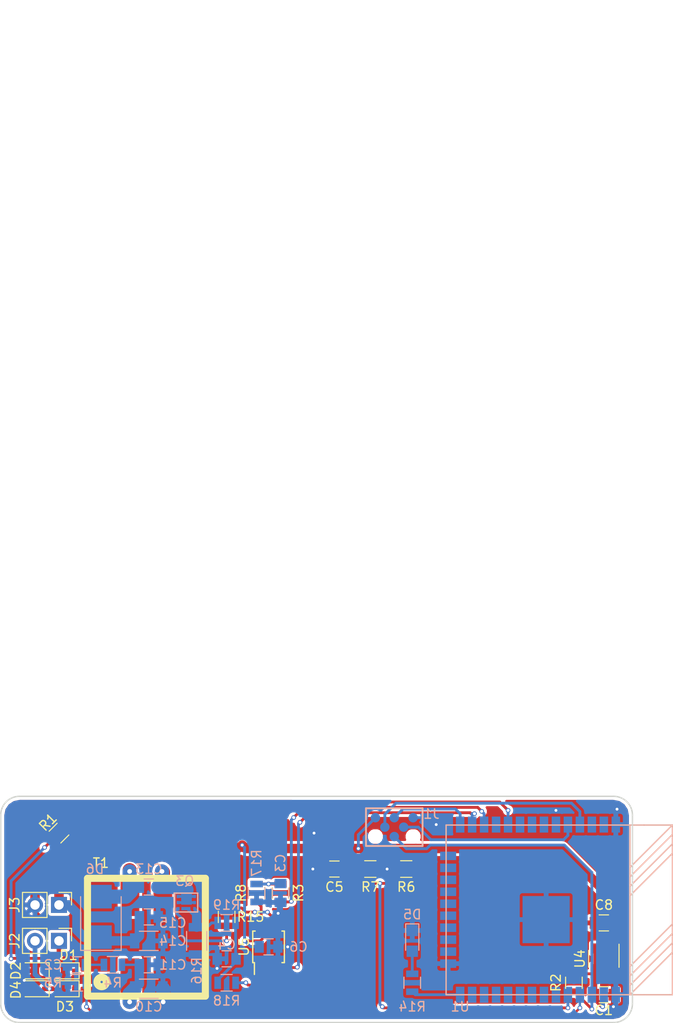
<source format=kicad_pcb>
(kicad_pcb (version 20170123) (host pcbnew "(2017-09-07 revision 90668f9ef)-makepkg")

  (general
    (thickness 1.6)
    (drawings 20)
    (tracks 379)
    (zones 0)
    (modules 40)
    (nets 53)
  )

  (page A4)
  (layers
    (0 F.Cu signal)
    (31 B.Cu signal)
    (32 B.Adhes user)
    (33 F.Adhes user)
    (34 B.Paste user)
    (35 F.Paste user)
    (36 B.SilkS user)
    (37 F.SilkS user)
    (38 B.Mask user)
    (39 F.Mask user)
    (40 Dwgs.User user)
    (41 Cmts.User user)
    (42 Eco1.User user)
    (43 Eco2.User user)
    (44 Edge.Cuts user)
    (45 Margin user)
    (46 B.CrtYd user)
    (47 F.CrtYd user)
    (48 B.Fab user hide)
    (49 F.Fab user hide)
  )

  (setup
    (last_trace_width 0.3)
    (user_trace_width 0.5)
    (user_trace_width 1)
    (user_trace_width 1.5)
    (trace_clearance 0.27)
    (zone_clearance 0.3)
    (zone_45_only no)
    (trace_min 0.3)
    (segment_width 0.2)
    (edge_width 0.15)
    (via_size 0.5)
    (via_drill 0.3)
    (via_min_size 0.5)
    (via_min_drill 0.3)
    (user_via 0.7 0.5)
    (uvia_size 0.3)
    (uvia_drill 0.1)
    (uvias_allowed no)
    (uvia_min_size 0.2)
    (uvia_min_drill 0.1)
    (pcb_text_width 0.3)
    (pcb_text_size 1.5 1.5)
    (mod_edge_width 0.15)
    (mod_text_size 1 1)
    (mod_text_width 0.15)
    (pad_size 1.524 1.524)
    (pad_drill 0.762)
    (pad_to_mask_clearance 0.2)
    (aux_axis_origin 0 0)
    (visible_elements 7FFDFFFF)
    (pcbplotparams
      (layerselection 0x00030_ffffffff)
      (usegerberextensions false)
      (usegerberattributes true)
      (usegerberadvancedattributes true)
      (creategerberjobfile true)
      (excludeedgelayer true)
      (linewidth 0.100000)
      (plotframeref false)
      (viasonmask false)
      (mode 1)
      (useauxorigin false)
      (hpglpennumber 1)
      (hpglpenspeed 20)
      (hpglpendiameter 15)
      (psnegative false)
      (psa4output false)
      (plotreference true)
      (plotvalue true)
      (plotinvisibletext false)
      (padsonsilk false)
      (subtractmaskfromsilk false)
      (outputformat 4)
      (mirror false)
      (drillshape 0)
      (scaleselection 1)
      (outputdirectory ""))
  )

  (net 0 "")
  (net 1 GND)
  (net 2 +3V3)
  (net 3 /Vgen)
  (net 4 /Vbatt)
  (net 5 +BATT)
  (net 6 "Net-(D1-Pad2)")
  (net 7 "Net-(D3-Pad2)")
  (net 8 /rstBtn)
  (net 9 /vExtEnable)
  (net 10 "Net-(Q3-Pad1)")
  (net 11 /speedPulse)
  (net 12 /extScl)
  (net 13 /extSda)
  (net 14 "Net-(U1-Pad8)")
  (net 15 "Net-(U1-Pad9)")
  (net 16 "Net-(U1-Pad10)")
  (net 17 "Net-(U1-Pad11)")
  (net 18 "Net-(U1-Pad12)")
  (net 19 "Net-(U1-Pad13)")
  (net 20 "Net-(U1-Pad16)")
  (net 21 "Net-(U1-Pad17)")
  (net 22 "Net-(U1-Pad18)")
  (net 23 "Net-(U1-Pad19)")
  (net 24 "Net-(U1-Pad20)")
  (net 25 "Net-(U1-Pad21)")
  (net 26 "Net-(U1-Pad22)")
  (net 27 "Net-(U1-Pad23)")
  (net 28 "Net-(U1-Pad24)")
  (net 29 "Net-(U1-Pad32)")
  (net 30 "Net-(U1-Pad33)")
  (net 31 "Net-(U1-Pad36)")
  (net 32 "Net-(U1-Pad37)")
  (net 33 "Net-(U4-Pad6)")
  (net 34 "Net-(Q3-Pad2)")
  (net 35 "Net-(C13-Pad2)")
  (net 36 /SepicConv./vIn)
  (net 37 "Net-(C13-Pad1)")
  (net 38 "Net-(U1-Pad6)")
  (net 39 "Net-(U1-Pad7)")
  (net 40 "Net-(R14-Pad1)")
  (net 41 /sepicPwm)
  (net 42 /sepicImax)
  (net 43 "Net-(C3-Pad1)")
  (net 44 "Net-(R8-Pad1)")
  (net 45 "Net-(D5-Pad2)")
  (net 46 "Net-(R15-Pad2)")
  (net 47 "Net-(R18-Pad2)")
  (net 48 "Net-(C4-Pad1)")
  (net 49 "Net-(U5-Pad1)")
  (net 50 "Net-(J1-Pad2)")
  (net 51 "Net-(J1-Pad3)")
  (net 52 /progFlag)

  (net_class Default "This is the default net class."
    (clearance 0.27)
    (trace_width 0.3)
    (via_dia 0.5)
    (via_drill 0.3)
    (uvia_dia 0.3)
    (uvia_drill 0.1)
    (diff_pair_gap 0.3)
    (diff_pair_width 0.3)
    (add_net +3V3)
    (add_net +BATT)
    (add_net /SepicConv./vIn)
    (add_net /Vbatt)
    (add_net /Vgen)
    (add_net /extScl)
    (add_net /extSda)
    (add_net /progFlag)
    (add_net /rstBtn)
    (add_net /sepicImax)
    (add_net /sepicPwm)
    (add_net /speedPulse)
    (add_net /vExtEnable)
    (add_net GND)
    (add_net "Net-(C13-Pad1)")
    (add_net "Net-(C13-Pad2)")
    (add_net "Net-(C3-Pad1)")
    (add_net "Net-(C4-Pad1)")
    (add_net "Net-(D1-Pad2)")
    (add_net "Net-(D3-Pad2)")
    (add_net "Net-(D5-Pad2)")
    (add_net "Net-(J1-Pad2)")
    (add_net "Net-(J1-Pad3)")
    (add_net "Net-(Q3-Pad1)")
    (add_net "Net-(Q3-Pad2)")
    (add_net "Net-(R14-Pad1)")
    (add_net "Net-(R15-Pad2)")
    (add_net "Net-(R18-Pad2)")
    (add_net "Net-(R8-Pad1)")
    (add_net "Net-(U1-Pad10)")
    (add_net "Net-(U1-Pad11)")
    (add_net "Net-(U1-Pad12)")
    (add_net "Net-(U1-Pad13)")
    (add_net "Net-(U1-Pad16)")
    (add_net "Net-(U1-Pad17)")
    (add_net "Net-(U1-Pad18)")
    (add_net "Net-(U1-Pad19)")
    (add_net "Net-(U1-Pad20)")
    (add_net "Net-(U1-Pad21)")
    (add_net "Net-(U1-Pad22)")
    (add_net "Net-(U1-Pad23)")
    (add_net "Net-(U1-Pad24)")
    (add_net "Net-(U1-Pad32)")
    (add_net "Net-(U1-Pad33)")
    (add_net "Net-(U1-Pad36)")
    (add_net "Net-(U1-Pad37)")
    (add_net "Net-(U1-Pad6)")
    (add_net "Net-(U1-Pad7)")
    (add_net "Net-(U1-Pad8)")
    (add_net "Net-(U1-Pad9)")
    (add_net "Net-(U4-Pad6)")
    (add_net "Net-(U5-Pad1)")
  )

  (module Capacitors_SMD:C_0805 (layer F.Cu) (tedit 58AA8463) (tstamp 58D23D36)
    (at 72.39 132.715 180)
    (descr "Capacitor SMD 0805, reflow soldering, AVX (see smccp.pdf)")
    (tags "capacitor 0805")
    (path /58D1DCBD)
    (attr smd)
    (fp_text reference C5 (at 0 -1.905 180) (layer F.SilkS)
      (effects (font (size 1 1) (thickness 0.15)))
    )
    (fp_text value 47n (at 0 1.75 180) (layer F.Fab)
      (effects (font (size 1 1) (thickness 0.15)))
    )
    (fp_text user %R (at 0 -1.5 180) (layer F.Fab)
      (effects (font (size 1 1) (thickness 0.15)))
    )
    (fp_line (start -1 0.62) (end -1 -0.62) (layer F.Fab) (width 0.1))
    (fp_line (start 1 0.62) (end -1 0.62) (layer F.Fab) (width 0.1))
    (fp_line (start 1 -0.62) (end 1 0.62) (layer F.Fab) (width 0.1))
    (fp_line (start -1 -0.62) (end 1 -0.62) (layer F.Fab) (width 0.1))
    (fp_line (start 0.5 -0.85) (end -0.5 -0.85) (layer F.SilkS) (width 0.12))
    (fp_line (start -0.5 0.85) (end 0.5 0.85) (layer F.SilkS) (width 0.12))
    (fp_line (start -1.75 -0.88) (end 1.75 -0.88) (layer F.CrtYd) (width 0.05))
    (fp_line (start -1.75 -0.88) (end -1.75 0.87) (layer F.CrtYd) (width 0.05))
    (fp_line (start 1.75 0.87) (end 1.75 -0.88) (layer F.CrtYd) (width 0.05))
    (fp_line (start 1.75 0.87) (end -1.75 0.87) (layer F.CrtYd) (width 0.05))
    (pad 1 smd rect (at -1 0 180) (size 1 1.25) (layers F.Cu F.Paste F.Mask)
      (net 4 /Vbatt))
    (pad 2 smd rect (at 1 0 180) (size 1 1.25) (layers F.Cu F.Paste F.Mask)
      (net 1 GND))
    (model Capacitors_SMD.3dshapes/C_0805.wrl
      (at (xyz 0 0 0))
      (scale (xyz 1 1 1))
      (rotate (xyz 0 0 0))
    )
  )

  (module myStuff:myPogoPads (layer B.Cu) (tedit 59D54EA2) (tstamp 59D5B102)
    (at 78.74 128.27)
    (path /59D56F5B)
    (fp_text reference J1 (at 3.937 -1.397) (layer B.SilkS)
      (effects (font (size 1 1) (thickness 0.15)) (justify mirror))
    )
    (fp_text value Conn_01x06 (at -0.5 -2) (layer B.Fab)
      (effects (font (size 1 1) (thickness 0.15)) (justify mirror))
    )
    (fp_line (start 3 -2) (end -3 -2) (layer B.SilkS) (width 0.2))
    (fp_line (start 3 2) (end 3 -2) (layer B.SilkS) (width 0.2))
    (fp_line (start -3 2) (end 3 2) (layer B.SilkS) (width 0.2))
    (fp_line (start -3 2) (end -3 -2) (layer B.SilkS) (width 0.2))
    (pad "" np_thru_hole circle (at 2 1) (size 1 1) (drill 1) (layers *.Cu *.Mask))
    (pad "" np_thru_hole circle (at -2 1) (size 1 1) (drill 1) (layers *.Cu *.Mask))
    (pad 6 smd circle (at 2 -1) (size 1 1) (layers B.Cu B.Paste B.Mask)
      (net 1 GND))
    (pad 5 smd circle (at 0 -1) (size 1 1) (layers B.Cu B.Paste B.Mask)
      (net 52 /progFlag))
    (pad 4 smd circle (at -2 -1) (size 1 1) (layers B.Cu B.Paste B.Mask)
      (net 5 +BATT))
    (pad 3 smd circle (at 1 0) (size 1 1) (layers B.Cu B.Paste B.Mask)
      (net 51 "Net-(J1-Pad3)"))
    (pad 2 smd circle (at -1 0) (size 1 1) (layers B.Cu B.Paste B.Mask)
      (net 50 "Net-(J1-Pad2)"))
    (pad 1 smd circle (at 0 1) (size 1 1) (layers B.Cu B.Paste B.Mask)
      (net 8 /rstBtn))
  )

  (module Capacitors_SMD:C_1206 (layer B.Cu) (tedit 58AA84B8) (tstamp 59D47D3F)
    (at 52.705 145.415)
    (descr "Capacitor SMD 1206, reflow soldering, AVX (see smccp.pdf)")
    (tags "capacitor 1206")
    (path /58D19599/58D19908)
    (attr smd)
    (fp_text reference C10 (at 0 1.905 180) (layer B.SilkS)
      (effects (font (size 1 1) (thickness 0.15)) (justify mirror))
    )
    (fp_text value 22u (at 0 -2) (layer B.Fab)
      (effects (font (size 1 1) (thickness 0.15)) (justify mirror))
    )
    (fp_text user %R (at 0 1.75) (layer B.Fab)
      (effects (font (size 1 1) (thickness 0.15)) (justify mirror))
    )
    (fp_line (start -1.6 -0.8) (end -1.6 0.8) (layer B.Fab) (width 0.1))
    (fp_line (start 1.6 -0.8) (end -1.6 -0.8) (layer B.Fab) (width 0.1))
    (fp_line (start 1.6 0.8) (end 1.6 -0.8) (layer B.Fab) (width 0.1))
    (fp_line (start -1.6 0.8) (end 1.6 0.8) (layer B.Fab) (width 0.1))
    (fp_line (start 1 1.02) (end -1 1.02) (layer B.SilkS) (width 0.12))
    (fp_line (start -1 -1.02) (end 1 -1.02) (layer B.SilkS) (width 0.12))
    (fp_line (start -2.25 1.05) (end 2.25 1.05) (layer B.CrtYd) (width 0.05))
    (fp_line (start -2.25 1.05) (end -2.25 -1.05) (layer B.CrtYd) (width 0.05))
    (fp_line (start 2.25 -1.05) (end 2.25 1.05) (layer B.CrtYd) (width 0.05))
    (fp_line (start 2.25 -1.05) (end -2.25 -1.05) (layer B.CrtYd) (width 0.05))
    (pad 1 smd rect (at -1.5 0) (size 1 1.6) (layers B.Cu B.Paste B.Mask)
      (net 36 /SepicConv./vIn))
    (pad 2 smd rect (at 1.5 0) (size 1 1.6) (layers B.Cu B.Paste B.Mask)
      (net 1 GND))
    (model Capacitors_SMD.3dshapes/C_1206.wrl
      (at (xyz 0 0 0))
      (scale (xyz 1 1 1))
      (rotate (xyz 0 0 0))
    )
  )

  (module Capacitors_SMD:C_1206 (layer B.Cu) (tedit 58AA84B8) (tstamp 59D47D2F)
    (at 52.705 140.335)
    (descr "Capacitor SMD 1206, reflow soldering, AVX (see smccp.pdf)")
    (tags "capacitor 1206")
    (path /58D19599/58F6F4C6)
    (attr smd)
    (fp_text reference C14 (at 2.54 0) (layer B.SilkS)
      (effects (font (size 1 1) (thickness 0.15)) (justify mirror))
    )
    (fp_text value 22u (at 0 -2) (layer B.Fab)
      (effects (font (size 1 1) (thickness 0.15)) (justify mirror))
    )
    (fp_line (start 2.25 -1.05) (end -2.25 -1.05) (layer B.CrtYd) (width 0.05))
    (fp_line (start 2.25 -1.05) (end 2.25 1.05) (layer B.CrtYd) (width 0.05))
    (fp_line (start -2.25 1.05) (end -2.25 -1.05) (layer B.CrtYd) (width 0.05))
    (fp_line (start -2.25 1.05) (end 2.25 1.05) (layer B.CrtYd) (width 0.05))
    (fp_line (start -1 -1.02) (end 1 -1.02) (layer B.SilkS) (width 0.12))
    (fp_line (start 1 1.02) (end -1 1.02) (layer B.SilkS) (width 0.12))
    (fp_line (start -1.6 0.8) (end 1.6 0.8) (layer B.Fab) (width 0.1))
    (fp_line (start 1.6 0.8) (end 1.6 -0.8) (layer B.Fab) (width 0.1))
    (fp_line (start 1.6 -0.8) (end -1.6 -0.8) (layer B.Fab) (width 0.1))
    (fp_line (start -1.6 -0.8) (end -1.6 0.8) (layer B.Fab) (width 0.1))
    (fp_text user %R (at 0 1.75) (layer B.Fab)
      (effects (font (size 1 1) (thickness 0.15)) (justify mirror))
    )
    (pad 2 smd rect (at 1.5 0) (size 1 1.6) (layers B.Cu B.Paste B.Mask)
      (net 1 GND))
    (pad 1 smd rect (at -1.5 0) (size 1 1.6) (layers B.Cu B.Paste B.Mask)
      (net 5 +BATT))
    (model Capacitors_SMD.3dshapes/C_1206.wrl
      (at (xyz 0 0 0))
      (scale (xyz 1 1 1))
      (rotate (xyz 0 0 0))
    )
  )

  (module Capacitors_SMD:C_0805 (layer B.Cu) (tedit 58AA8463) (tstamp 59D465F4)
    (at 52.705 137.795 180)
    (descr "Capacitor SMD 0805, reflow soldering, AVX (see smccp.pdf)")
    (tags "capacitor 0805")
    (path /58D19599/58F6F4CD)
    (attr smd)
    (fp_text reference C15 (at -2.54 -0.635 180) (layer B.SilkS)
      (effects (font (size 1 1) (thickness 0.15)) (justify mirror))
    )
    (fp_text value 470n (at 0 -1.75 180) (layer B.Fab)
      (effects (font (size 1 1) (thickness 0.15)) (justify mirror))
    )
    (fp_line (start 1.75 -0.87) (end -1.75 -0.87) (layer B.CrtYd) (width 0.05))
    (fp_line (start 1.75 -0.87) (end 1.75 0.88) (layer B.CrtYd) (width 0.05))
    (fp_line (start -1.75 0.88) (end -1.75 -0.87) (layer B.CrtYd) (width 0.05))
    (fp_line (start -1.75 0.88) (end 1.75 0.88) (layer B.CrtYd) (width 0.05))
    (fp_line (start -0.5 -0.85) (end 0.5 -0.85) (layer B.SilkS) (width 0.12))
    (fp_line (start 0.5 0.85) (end -0.5 0.85) (layer B.SilkS) (width 0.12))
    (fp_line (start -1 0.62) (end 1 0.62) (layer B.Fab) (width 0.1))
    (fp_line (start 1 0.62) (end 1 -0.62) (layer B.Fab) (width 0.1))
    (fp_line (start 1 -0.62) (end -1 -0.62) (layer B.Fab) (width 0.1))
    (fp_line (start -1 -0.62) (end -1 0.62) (layer B.Fab) (width 0.1))
    (fp_text user %R (at 0 1.5 180) (layer B.Fab)
      (effects (font (size 1 1) (thickness 0.15)) (justify mirror))
    )
    (pad 2 smd rect (at 1 0 180) (size 1 1.25) (layers B.Cu B.Paste B.Mask)
      (net 5 +BATT))
    (pad 1 smd rect (at -1 0 180) (size 1 1.25) (layers B.Cu B.Paste B.Mask)
      (net 1 GND))
    (model Capacitors_SMD.3dshapes/C_0805.wrl
      (at (xyz 0 0 0))
      (scale (xyz 1 1 1))
      (rotate (xyz 0 0 0))
    )
  )

  (module Housings_SSOP:MSOP-8_3x3mm_Pitch0.65mm (layer F.Cu) (tedit 54130A77) (tstamp 59D463EC)
    (at 65.405 140.97 90)
    (descr "8-Lead Plastic Micro Small Outline Package (MS) [MSOP] (see Microchip Packaging Specification 00000049BS.pdf)")
    (tags "SSOP 0.65")
    (path /58D19599/58F6FD39)
    (clearance 0.2)
    (attr smd)
    (fp_text reference U5 (at 0 -2.6 90) (layer F.SilkS)
      (effects (font (size 1 1) (thickness 0.15)))
    )
    (fp_text value MCP1630 (at 0 2.6 90) (layer F.Fab)
      (effects (font (size 1 1) (thickness 0.15)))
    )
    (fp_line (start -0.5 -1.5) (end 1.5 -1.5) (layer F.Fab) (width 0.15))
    (fp_line (start 1.5 -1.5) (end 1.5 1.5) (layer F.Fab) (width 0.15))
    (fp_line (start 1.5 1.5) (end -1.5 1.5) (layer F.Fab) (width 0.15))
    (fp_line (start -1.5 1.5) (end -1.5 -0.5) (layer F.Fab) (width 0.15))
    (fp_line (start -1.5 -0.5) (end -0.5 -1.5) (layer F.Fab) (width 0.15))
    (fp_line (start -3.2 -1.85) (end -3.2 1.85) (layer F.CrtYd) (width 0.05))
    (fp_line (start 3.2 -1.85) (end 3.2 1.85) (layer F.CrtYd) (width 0.05))
    (fp_line (start -3.2 -1.85) (end 3.2 -1.85) (layer F.CrtYd) (width 0.05))
    (fp_line (start -3.2 1.85) (end 3.2 1.85) (layer F.CrtYd) (width 0.05))
    (fp_line (start -1.675 -1.675) (end -1.675 -1.5) (layer F.SilkS) (width 0.15))
    (fp_line (start 1.675 -1.675) (end 1.675 -1.425) (layer F.SilkS) (width 0.15))
    (fp_line (start 1.675 1.675) (end 1.675 1.425) (layer F.SilkS) (width 0.15))
    (fp_line (start -1.675 1.675) (end -1.675 1.425) (layer F.SilkS) (width 0.15))
    (fp_line (start -1.675 -1.675) (end 1.675 -1.675) (layer F.SilkS) (width 0.15))
    (fp_line (start -1.675 1.675) (end 1.675 1.675) (layer F.SilkS) (width 0.15))
    (fp_line (start -1.675 -1.5) (end -2.925 -1.5) (layer F.SilkS) (width 0.15))
    (fp_text user %R (at 0 0 90) (layer F.Fab)
      (effects (font (size 0.6 0.6) (thickness 0.15)))
    )
    (pad 1 smd rect (at -2.2 -0.975 90) (size 1.45 0.45) (layers F.Cu F.Paste F.Mask)
      (net 49 "Net-(U5-Pad1)"))
    (pad 2 smd rect (at -2.2 -0.325 90) (size 1.45 0.45) (layers F.Cu F.Paste F.Mask)
      (net 49 "Net-(U5-Pad1)"))
    (pad 3 smd rect (at -2.2 0.325 90) (size 1.45 0.45) (layers F.Cu F.Paste F.Mask)
      (net 47 "Net-(R18-Pad2)"))
    (pad 4 smd rect (at -2.2 0.975 90) (size 1.45 0.45) (layers F.Cu F.Paste F.Mask)
      (net 41 /sepicPwm))
    (pad 5 smd rect (at 2.2 0.975 90) (size 1.45 0.45) (layers F.Cu F.Paste F.Mask)
      (net 1 GND))
    (pad 6 smd rect (at 2.2 0.325 90) (size 1.45 0.45) (layers F.Cu F.Paste F.Mask)
      (net 46 "Net-(R15-Pad2)"))
    (pad 7 smd rect (at 2.2 -0.325 90) (size 1.45 0.45) (layers F.Cu F.Paste F.Mask)
      (net 5 +BATT))
    (pad 8 smd rect (at 2.2 -0.975 90) (size 1.45 0.45) (layers F.Cu F.Paste F.Mask)
      (net 44 "Net-(R8-Pad1)"))
    (model ${KISYS3DMOD}/Housings_SSOP.3dshapes/MSOP-8_3x3mm_Pitch0.65mm.wrl
      (at (xyz 0 0 0))
      (scale (xyz 1 1 1))
      (rotate (xyz 0 0 0))
    )
  )

  (module LEDs:LED_0805 (layer B.Cu) (tedit 59959803) (tstamp 59D463D7)
    (at 80.645 140.335 270)
    (descr "LED 0805 smd package")
    (tags "LED led 0805 SMD smd SMT smt smdled SMDLED smtled SMTLED")
    (path /58E350A9)
    (attr smd)
    (fp_text reference D5 (at -2.794 0) (layer B.SilkS)
      (effects (font (size 1 1) (thickness 0.15)) (justify mirror))
    )
    (fp_text value LED (at 0 -1.55 270) (layer B.Fab)
      (effects (font (size 1 1) (thickness 0.15)) (justify mirror))
    )
    (fp_text user %R (at 0 1.25 270) (layer B.Fab)
      (effects (font (size 0.4 0.4) (thickness 0.1)) (justify mirror))
    )
    (fp_line (start -1.95 0.85) (end 1.95 0.85) (layer B.CrtYd) (width 0.05))
    (fp_line (start -1.95 -0.85) (end -1.95 0.85) (layer B.CrtYd) (width 0.05))
    (fp_line (start 1.95 -0.85) (end -1.95 -0.85) (layer B.CrtYd) (width 0.05))
    (fp_line (start 1.95 0.85) (end 1.95 -0.85) (layer B.CrtYd) (width 0.05))
    (fp_line (start -1.8 0.7) (end 1 0.7) (layer B.SilkS) (width 0.12))
    (fp_line (start -1.8 -0.7) (end 1 -0.7) (layer B.SilkS) (width 0.12))
    (fp_line (start -1 -0.6) (end -1 0.6) (layer B.Fab) (width 0.1))
    (fp_line (start -1 0.6) (end 1 0.6) (layer B.Fab) (width 0.1))
    (fp_line (start 1 0.6) (end 1 -0.6) (layer B.Fab) (width 0.1))
    (fp_line (start 1 -0.6) (end -1 -0.6) (layer B.Fab) (width 0.1))
    (fp_line (start 0.2 0.4) (end 0.2 -0.4) (layer B.Fab) (width 0.1))
    (fp_line (start 0.2 -0.4) (end -0.4 0) (layer B.Fab) (width 0.1))
    (fp_line (start -0.4 0) (end 0.2 0.4) (layer B.Fab) (width 0.1))
    (fp_line (start -0.4 0.4) (end -0.4 -0.4) (layer B.Fab) (width 0.1))
    (fp_line (start -1.8 0.7) (end -1.8 -0.7) (layer B.SilkS) (width 0.12))
    (pad 1 smd rect (at -1.1 0 90) (size 1.2 1.2) (layers B.Cu B.Paste B.Mask)
      (net 1 GND))
    (pad 2 smd rect (at 1.1 0 90) (size 1.2 1.2) (layers B.Cu B.Paste B.Mask)
      (net 45 "Net-(D5-Pad2)"))
    (model ${KISYS3DMOD}/LEDs.3dshapes/LED_0805.wrl
      (at (xyz 0 0 0))
      (scale (xyz 1 1 1))
      (rotate (xyz 0 0 180))
    )
  )

  (module Resistors_SMD:R_0805 (layer B.Cu) (tedit 58E0A804) (tstamp 59D4630A)
    (at 60.96 138.43)
    (descr "Resistor SMD 0805, reflow soldering, Vishay (see dcrcw.pdf)")
    (tags "resistor 0805")
    (path /58D19599/59268828)
    (attr smd)
    (fp_text reference R19 (at 0 -1.905) (layer B.SilkS)
      (effects (font (size 1 1) (thickness 0.15)) (justify mirror))
    )
    (fp_text value 4k7 (at 0 -1.75) (layer B.Fab)
      (effects (font (size 1 1) (thickness 0.15)) (justify mirror))
    )
    (fp_text user %R (at 0 0) (layer B.Fab)
      (effects (font (size 0.5 0.5) (thickness 0.075)) (justify mirror))
    )
    (fp_line (start -1 -0.62) (end -1 0.62) (layer B.Fab) (width 0.1))
    (fp_line (start 1 -0.62) (end -1 -0.62) (layer B.Fab) (width 0.1))
    (fp_line (start 1 0.62) (end 1 -0.62) (layer B.Fab) (width 0.1))
    (fp_line (start -1 0.62) (end 1 0.62) (layer B.Fab) (width 0.1))
    (fp_line (start 0.6 -0.88) (end -0.6 -0.88) (layer B.SilkS) (width 0.12))
    (fp_line (start -0.6 0.88) (end 0.6 0.88) (layer B.SilkS) (width 0.12))
    (fp_line (start -1.55 0.9) (end 1.55 0.9) (layer B.CrtYd) (width 0.05))
    (fp_line (start -1.55 0.9) (end -1.55 -0.9) (layer B.CrtYd) (width 0.05))
    (fp_line (start 1.55 -0.9) (end 1.55 0.9) (layer B.CrtYd) (width 0.05))
    (fp_line (start 1.55 -0.9) (end -1.55 -0.9) (layer B.CrtYd) (width 0.05))
    (pad 1 smd rect (at -0.95 0) (size 0.7 1.3) (layers B.Cu B.Paste B.Mask)
      (net 34 "Net-(Q3-Pad2)"))
    (pad 2 smd rect (at 0.95 0) (size 0.7 1.3) (layers B.Cu B.Paste B.Mask)
      (net 48 "Net-(C4-Pad1)"))
    (model ${KISYS3DMOD}/Resistors_SMD.3dshapes/R_0805.wrl
      (at (xyz 0 0 0))
      (scale (xyz 1 1 1))
      (rotate (xyz 0 0 0))
    )
  )

  (module Resistors_SMD:R_0805 (layer B.Cu) (tedit 58E0A804) (tstamp 59D462F9)
    (at 60.96 144.78)
    (descr "Resistor SMD 0805, reflow soldering, Vishay (see dcrcw.pdf)")
    (tags "resistor 0805")
    (path /58D19599/592687EA)
    (attr smd)
    (fp_text reference R18 (at 0 1.905) (layer B.SilkS)
      (effects (font (size 1 1) (thickness 0.15)) (justify mirror))
    )
    (fp_text value 4k7 (at 0 -1.75) (layer B.Fab)
      (effects (font (size 1 1) (thickness 0.15)) (justify mirror))
    )
    (fp_line (start 1.55 -0.9) (end -1.55 -0.9) (layer B.CrtYd) (width 0.05))
    (fp_line (start 1.55 -0.9) (end 1.55 0.9) (layer B.CrtYd) (width 0.05))
    (fp_line (start -1.55 0.9) (end -1.55 -0.9) (layer B.CrtYd) (width 0.05))
    (fp_line (start -1.55 0.9) (end 1.55 0.9) (layer B.CrtYd) (width 0.05))
    (fp_line (start -0.6 0.88) (end 0.6 0.88) (layer B.SilkS) (width 0.12))
    (fp_line (start 0.6 -0.88) (end -0.6 -0.88) (layer B.SilkS) (width 0.12))
    (fp_line (start -1 0.62) (end 1 0.62) (layer B.Fab) (width 0.1))
    (fp_line (start 1 0.62) (end 1 -0.62) (layer B.Fab) (width 0.1))
    (fp_line (start 1 -0.62) (end -1 -0.62) (layer B.Fab) (width 0.1))
    (fp_line (start -1 -0.62) (end -1 0.62) (layer B.Fab) (width 0.1))
    (fp_text user %R (at 0 0) (layer B.Fab)
      (effects (font (size 0.5 0.5) (thickness 0.075)) (justify mirror))
    )
    (pad 2 smd rect (at 0.95 0) (size 0.7 1.3) (layers B.Cu B.Paste B.Mask)
      (net 47 "Net-(R18-Pad2)"))
    (pad 1 smd rect (at -0.95 0) (size 0.7 1.3) (layers B.Cu B.Paste B.Mask)
      (net 48 "Net-(C4-Pad1)"))
    (model ${KISYS3DMOD}/Resistors_SMD.3dshapes/R_0805.wrl
      (at (xyz 0 0 0))
      (scale (xyz 1 1 1))
      (rotate (xyz 0 0 0))
    )
  )

  (module Resistors_SMD:R_0805 (layer B.Cu) (tedit 58E0A804) (tstamp 59D462E8)
    (at 64.135 135.255 90)
    (descr "Resistor SMD 0805, reflow soldering, Vishay (see dcrcw.pdf)")
    (tags "resistor 0805")
    (path /58D19599/59D4B8DA)
    (attr smd)
    (fp_text reference R17 (at 3.175 0 270) (layer B.SilkS)
      (effects (font (size 1 1) (thickness 0.15)) (justify mirror))
    )
    (fp_text value 1k15 (at 0 -1.75 90) (layer B.Fab)
      (effects (font (size 1 1) (thickness 0.15)) (justify mirror))
    )
    (fp_line (start 1.55 -0.9) (end -1.55 -0.9) (layer B.CrtYd) (width 0.05))
    (fp_line (start 1.55 -0.9) (end 1.55 0.9) (layer B.CrtYd) (width 0.05))
    (fp_line (start -1.55 0.9) (end -1.55 -0.9) (layer B.CrtYd) (width 0.05))
    (fp_line (start -1.55 0.9) (end 1.55 0.9) (layer B.CrtYd) (width 0.05))
    (fp_line (start -0.6 0.88) (end 0.6 0.88) (layer B.SilkS) (width 0.12))
    (fp_line (start 0.6 -0.88) (end -0.6 -0.88) (layer B.SilkS) (width 0.12))
    (fp_line (start -1 0.62) (end 1 0.62) (layer B.Fab) (width 0.1))
    (fp_line (start 1 0.62) (end 1 -0.62) (layer B.Fab) (width 0.1))
    (fp_line (start 1 -0.62) (end -1 -0.62) (layer B.Fab) (width 0.1))
    (fp_line (start -1 -0.62) (end -1 0.62) (layer B.Fab) (width 0.1))
    (fp_text user %R (at 0 0 90) (layer B.Fab)
      (effects (font (size 0.5 0.5) (thickness 0.075)) (justify mirror))
    )
    (pad 2 smd rect (at 0.95 0 90) (size 0.7 1.3) (layers B.Cu B.Paste B.Mask)
      (net 43 "Net-(C3-Pad1)"))
    (pad 1 smd rect (at -0.95 0 90) (size 0.7 1.3) (layers B.Cu B.Paste B.Mask)
      (net 1 GND))
    (model ${KISYS3DMOD}/Resistors_SMD.3dshapes/R_0805.wrl
      (at (xyz 0 0 0))
      (scale (xyz 1 1 1))
      (rotate (xyz 0 0 0))
    )
  )

  (module Resistors_SMD:R_0805 (layer F.Cu) (tedit 58E0A804) (tstamp 59D462D7)
    (at 60.96 137.795 90)
    (descr "Resistor SMD 0805, reflow soldering, Vishay (see dcrcw.pdf)")
    (tags "resistor 0805")
    (path /58D19599/58F7007F)
    (attr smd)
    (fp_text reference R15 (at 0 2.54 180) (layer F.SilkS)
      (effects (font (size 1 1) (thickness 0.15)))
    )
    (fp_text value 10R (at 0 1.75 90) (layer F.Fab)
      (effects (font (size 1 1) (thickness 0.15)))
    )
    (fp_line (start 1.55 0.9) (end -1.55 0.9) (layer F.CrtYd) (width 0.05))
    (fp_line (start 1.55 0.9) (end 1.55 -0.9) (layer F.CrtYd) (width 0.05))
    (fp_line (start -1.55 -0.9) (end -1.55 0.9) (layer F.CrtYd) (width 0.05))
    (fp_line (start -1.55 -0.9) (end 1.55 -0.9) (layer F.CrtYd) (width 0.05))
    (fp_line (start -0.6 -0.88) (end 0.6 -0.88) (layer F.SilkS) (width 0.12))
    (fp_line (start 0.6 0.88) (end -0.6 0.88) (layer F.SilkS) (width 0.12))
    (fp_line (start -1 -0.62) (end 1 -0.62) (layer F.Fab) (width 0.1))
    (fp_line (start 1 -0.62) (end 1 0.62) (layer F.Fab) (width 0.1))
    (fp_line (start 1 0.62) (end -1 0.62) (layer F.Fab) (width 0.1))
    (fp_line (start -1 0.62) (end -1 -0.62) (layer F.Fab) (width 0.1))
    (fp_text user %R (at 0 0 90) (layer F.Fab)
      (effects (font (size 0.5 0.5) (thickness 0.075)))
    )
    (pad 2 smd rect (at 0.95 0 90) (size 0.7 1.3) (layers F.Cu F.Paste F.Mask)
      (net 46 "Net-(R15-Pad2)"))
    (pad 1 smd rect (at -0.95 0 90) (size 0.7 1.3) (layers F.Cu F.Paste F.Mask)
      (net 10 "Net-(Q3-Pad1)"))
    (model ${KISYS3DMOD}/Resistors_SMD.3dshapes/R_0805.wrl
      (at (xyz 0 0 0))
      (scale (xyz 1 1 1))
      (rotate (xyz 0 0 0))
    )
  )

  (module Resistors_SMD:R_1206 (layer B.Cu) (tedit 58E0A804) (tstamp 59D46156)
    (at 57.785 140.335 270)
    (descr "Resistor SMD 1206, reflow soldering, Vishay (see dcrcw.pdf)")
    (tags "resistor 1206")
    (path /58D19599/58F6E9C1)
    (attr smd)
    (fp_text reference R16 (at 3.175 0 90) (layer B.SilkS)
      (effects (font (size 1 1) (thickness 0.15)) (justify mirror))
    )
    (fp_text value 0.1R (at 0 -1.95 270) (layer B.Fab)
      (effects (font (size 1 1) (thickness 0.15)) (justify mirror))
    )
    (fp_line (start 2.15 -1.1) (end -2.15 -1.1) (layer B.CrtYd) (width 0.05))
    (fp_line (start 2.15 -1.1) (end 2.15 1.11) (layer B.CrtYd) (width 0.05))
    (fp_line (start -2.15 1.11) (end -2.15 -1.1) (layer B.CrtYd) (width 0.05))
    (fp_line (start -2.15 1.11) (end 2.15 1.11) (layer B.CrtYd) (width 0.05))
    (fp_line (start -1 1.07) (end 1 1.07) (layer B.SilkS) (width 0.12))
    (fp_line (start 1 -1.07) (end -1 -1.07) (layer B.SilkS) (width 0.12))
    (fp_line (start -1.6 0.8) (end 1.6 0.8) (layer B.Fab) (width 0.1))
    (fp_line (start 1.6 0.8) (end 1.6 -0.8) (layer B.Fab) (width 0.1))
    (fp_line (start 1.6 -0.8) (end -1.6 -0.8) (layer B.Fab) (width 0.1))
    (fp_line (start -1.6 -0.8) (end -1.6 0.8) (layer B.Fab) (width 0.1))
    (fp_text user %R (at 0 0 270) (layer B.Fab)
      (effects (font (size 0.7 0.7) (thickness 0.105)) (justify mirror))
    )
    (pad 2 smd rect (at 1.45 0 270) (size 0.9 1.7) (layers B.Cu B.Paste B.Mask)
      (net 1 GND))
    (pad 1 smd rect (at -1.45 0 270) (size 0.9 1.7) (layers B.Cu B.Paste B.Mask)
      (net 34 "Net-(Q3-Pad2)"))
    (model ${KISYS3DMOD}/Resistors_SMD.3dshapes/R_1206.wrl
      (at (xyz 0 0 0))
      (scale (xyz 1 1 1))
      (rotate (xyz 0 0 0))
    )
  )

  (module TO_SOT_Packages_SMD:SOT-23-6 (layer F.Cu) (tedit 58CE4E7E) (tstamp 59D46109)
    (at 100.965 142.24 270)
    (descr "6-pin SOT-23 package")
    (tags SOT-23-6)
    (path /58CDD6F1)
    (attr smd)
    (fp_text reference U4 (at 0 2.54 270) (layer F.SilkS)
      (effects (font (size 1 1) (thickness 0.15)))
    )
    (fp_text value MAX8881 (at 0 2.9 270) (layer F.Fab)
      (effects (font (size 1 1) (thickness 0.15)))
    )
    (fp_line (start 0.9 -1.55) (end 0.9 1.55) (layer F.Fab) (width 0.1))
    (fp_line (start 0.9 1.55) (end -0.9 1.55) (layer F.Fab) (width 0.1))
    (fp_line (start -0.9 -0.9) (end -0.9 1.55) (layer F.Fab) (width 0.1))
    (fp_line (start 0.9 -1.55) (end -0.25 -1.55) (layer F.Fab) (width 0.1))
    (fp_line (start -0.9 -0.9) (end -0.25 -1.55) (layer F.Fab) (width 0.1))
    (fp_line (start -1.9 -1.8) (end -1.9 1.8) (layer F.CrtYd) (width 0.05))
    (fp_line (start -1.9 1.8) (end 1.9 1.8) (layer F.CrtYd) (width 0.05))
    (fp_line (start 1.9 1.8) (end 1.9 -1.8) (layer F.CrtYd) (width 0.05))
    (fp_line (start 1.9 -1.8) (end -1.9 -1.8) (layer F.CrtYd) (width 0.05))
    (fp_line (start 0.9 -1.61) (end -1.55 -1.61) (layer F.SilkS) (width 0.12))
    (fp_line (start -0.9 1.61) (end 0.9 1.61) (layer F.SilkS) (width 0.12))
    (fp_text user %R (at 0 0) (layer F.Fab)
      (effects (font (size 0.5 0.5) (thickness 0.075)))
    )
    (pad 5 smd rect (at 1.1 0 270) (size 1.06 0.65) (layers F.Cu F.Paste F.Mask)
      (net 5 +BATT))
    (pad 6 smd rect (at 1.1 -0.95 270) (size 1.06 0.65) (layers F.Cu F.Paste F.Mask)
      (net 33 "Net-(U4-Pad6)"))
    (pad 4 smd rect (at 1.1 0.95 270) (size 1.06 0.65) (layers F.Cu F.Paste F.Mask)
      (net 2 +3V3))
    (pad 3 smd rect (at -1.1 0.95 270) (size 1.06 0.65) (layers F.Cu F.Paste F.Mask)
      (net 2 +3V3))
    (pad 2 smd rect (at -1.1 0 270) (size 1.06 0.65) (layers F.Cu F.Paste F.Mask)
      (net 1 GND))
    (pad 1 smd rect (at -1.1 -0.95 270) (size 1.06 0.65) (layers F.Cu F.Paste F.Mask)
      (net 5 +BATT))
    (model ${KISYS3DMOD}/TO_SOT_Packages_SMD.3dshapes/SOT-23-6.wrl
      (at (xyz 0 0 0))
      (scale (xyz 1 1 1))
      (rotate (xyz 0 0 0))
    )
  )

  (module myStuff:MSD1260 (layer F.Cu) (tedit 59D401D5) (tstamp 59D46090)
    (at 52.705 139.7 180)
    (path /58D19599/59D61D4E)
    (fp_text reference T1 (at 5.08 7.62) (layer F.SilkS)
      (effects (font (size 1 1) (thickness 0.15)))
    )
    (fp_text value MSD1260 (at 0 0 180) (layer F.Fab)
      (effects (font (size 1 1) (thickness 0.15)))
    )
    (fp_line (start -6 6) (end 6.5 6) (layer F.SilkS) (width 0.75))
    (fp_line (start 6.5 6) (end 6.5 -6.5) (layer F.SilkS) (width 0.75))
    (fp_line (start 6.5 -6.5) (end -6 -6.5) (layer F.SilkS) (width 0.75))
    (fp_line (start -6 -6.5) (end -6 6) (layer F.SilkS) (width 0.75))
    (fp_circle (center 5 -5) (end 5 -5.5) (layer F.SilkS) (width 0.75))
    (pad 1 smd rect (at 2 -4.5 180) (size 2 4) (layers F.Cu F.Paste F.Mask)
      (net 36 /SepicConv./vIn))
    (pad 2 smd rect (at -1.5 -4.5 180) (size 2 4) (layers F.Cu F.Paste F.Mask)
      (net 1 GND))
    (pad 3 smd rect (at -1.5 4 180) (size 2 4) (layers F.Cu F.Paste F.Mask)
      (net 35 "Net-(C13-Pad2)"))
    (pad 4 smd rect (at 2 4 180) (size 2 4) (layers F.Cu F.Paste F.Mask)
      (net 37 "Net-(C13-Pad1)"))
    (model ${KISYS3DMOD}/Inductors_SMD.3dshapes/L_SELF-WE-TPC_M.wrl
      (at (xyz 0 0 0))
      (scale (xyz 1 1 0.5))
      (rotate (xyz 0 0 90))
    )
  )

  (module Capacitors_SMD:C_0805 (layer B.Cu) (tedit 58AA8463) (tstamp 58D23D2A)
    (at 66.675 135.255 270)
    (descr "Capacitor SMD 0805, reflow soldering, AVX (see smccp.pdf)")
    (tags "capacitor 0805")
    (path /58D19599/59D49FB6)
    (attr smd)
    (fp_text reference C3 (at -3.175 0 90) (layer B.SilkS)
      (effects (font (size 1 1) (thickness 0.15)) (justify mirror))
    )
    (fp_text value 47n (at 0 -1.75 270) (layer B.Fab)
      (effects (font (size 1 1) (thickness 0.15)) (justify mirror))
    )
    (fp_line (start 1.75 -0.87) (end -1.75 -0.87) (layer B.CrtYd) (width 0.05))
    (fp_line (start 1.75 -0.87) (end 1.75 0.88) (layer B.CrtYd) (width 0.05))
    (fp_line (start -1.75 0.88) (end -1.75 -0.87) (layer B.CrtYd) (width 0.05))
    (fp_line (start -1.75 0.88) (end 1.75 0.88) (layer B.CrtYd) (width 0.05))
    (fp_line (start -0.5 -0.85) (end 0.5 -0.85) (layer B.SilkS) (width 0.12))
    (fp_line (start 0.5 0.85) (end -0.5 0.85) (layer B.SilkS) (width 0.12))
    (fp_line (start -1 0.62) (end 1 0.62) (layer B.Fab) (width 0.1))
    (fp_line (start 1 0.62) (end 1 -0.62) (layer B.Fab) (width 0.1))
    (fp_line (start 1 -0.62) (end -1 -0.62) (layer B.Fab) (width 0.1))
    (fp_line (start -1 -0.62) (end -1 0.62) (layer B.Fab) (width 0.1))
    (fp_text user %R (at 0 1.5 270) (layer B.Fab)
      (effects (font (size 1 1) (thickness 0.15)) (justify mirror))
    )
    (pad 2 smd rect (at 1 0 270) (size 1 1.25) (layers B.Cu B.Paste B.Mask)
      (net 1 GND))
    (pad 1 smd rect (at -1 0 270) (size 1 1.25) (layers B.Cu B.Paste B.Mask)
      (net 43 "Net-(C3-Pad1)"))
    (model Capacitors_SMD.3dshapes/C_0805.wrl
      (at (xyz 0 0 0))
      (scale (xyz 1 1 1))
      (rotate (xyz 0 0 0))
    )
  )

  (module Resistors_SMD:R_0805 (layer B.Cu) (tedit 58AADA8F) (tstamp 58D527D8)
    (at 80.645 144.78 90)
    (descr "Resistor SMD 0805, reflow soldering, Vishay (see dcrcw.pdf)")
    (tags "resistor 0805")
    (path /58E35502)
    (attr smd)
    (fp_text reference R14 (at -2.54 0 180) (layer B.SilkS)
      (effects (font (size 1 1) (thickness 0.15)) (justify mirror))
    )
    (fp_text value 470R (at 0 -1.75 90) (layer B.Fab)
      (effects (font (size 1 1) (thickness 0.15)) (justify mirror))
    )
    (fp_line (start 1.55 -0.9) (end -1.55 -0.9) (layer B.CrtYd) (width 0.05))
    (fp_line (start 1.55 -0.9) (end 1.55 0.9) (layer B.CrtYd) (width 0.05))
    (fp_line (start -1.55 0.9) (end -1.55 -0.9) (layer B.CrtYd) (width 0.05))
    (fp_line (start -1.55 0.9) (end 1.55 0.9) (layer B.CrtYd) (width 0.05))
    (fp_line (start -0.6 0.88) (end 0.6 0.88) (layer B.SilkS) (width 0.12))
    (fp_line (start 0.6 -0.88) (end -0.6 -0.88) (layer B.SilkS) (width 0.12))
    (fp_line (start -1 0.62) (end 1 0.62) (layer B.Fab) (width 0.1))
    (fp_line (start 1 0.62) (end 1 -0.62) (layer B.Fab) (width 0.1))
    (fp_line (start 1 -0.62) (end -1 -0.62) (layer B.Fab) (width 0.1))
    (fp_line (start -1 -0.62) (end -1 0.62) (layer B.Fab) (width 0.1))
    (fp_text user %R (at 0 1.65 90) (layer B.Fab)
      (effects (font (size 1 1) (thickness 0.15)) (justify mirror))
    )
    (pad 2 smd rect (at 0.95 0 90) (size 0.7 1.3) (layers B.Cu B.Paste B.Mask)
      (net 45 "Net-(D5-Pad2)"))
    (pad 1 smd rect (at -0.95 0 90) (size 0.7 1.3) (layers B.Cu B.Paste B.Mask)
      (net 40 "Net-(R14-Pad1)"))
    (model Resistors_SMD.3dshapes/R_0805.wrl
      (at (xyz 0 0 0))
      (scale (xyz 1 1 1))
      (rotate (xyz 0 0 0))
    )
  )

  (module Capacitors_SMD:C_0805 (layer F.Cu) (tedit 58AA8463) (tstamp 58D23D1E)
    (at 100.965 146.05 180)
    (descr "Capacitor SMD 0805, reflow soldering, AVX (see smccp.pdf)")
    (tags "capacitor 0805")
    (path /58D24F30)
    (attr smd)
    (fp_text reference C1 (at 0 -1.651 180) (layer F.SilkS)
      (effects (font (size 1 1) (thickness 0.15)))
    )
    (fp_text value 470n (at 0 1.75 180) (layer F.Fab)
      (effects (font (size 1 1) (thickness 0.15)))
    )
    (fp_text user %R (at 0 -1.5 180) (layer F.Fab)
      (effects (font (size 1 1) (thickness 0.15)))
    )
    (fp_line (start -1 0.62) (end -1 -0.62) (layer F.Fab) (width 0.1))
    (fp_line (start 1 0.62) (end -1 0.62) (layer F.Fab) (width 0.1))
    (fp_line (start 1 -0.62) (end 1 0.62) (layer F.Fab) (width 0.1))
    (fp_line (start -1 -0.62) (end 1 -0.62) (layer F.Fab) (width 0.1))
    (fp_line (start 0.5 -0.85) (end -0.5 -0.85) (layer F.SilkS) (width 0.12))
    (fp_line (start -0.5 0.85) (end 0.5 0.85) (layer F.SilkS) (width 0.12))
    (fp_line (start -1.75 -0.88) (end 1.75 -0.88) (layer F.CrtYd) (width 0.05))
    (fp_line (start -1.75 -0.88) (end -1.75 0.87) (layer F.CrtYd) (width 0.05))
    (fp_line (start 1.75 0.87) (end 1.75 -0.88) (layer F.CrtYd) (width 0.05))
    (fp_line (start 1.75 0.87) (end -1.75 0.87) (layer F.CrtYd) (width 0.05))
    (pad 1 smd rect (at -1 0 180) (size 1 1.25) (layers F.Cu F.Paste F.Mask)
      (net 1 GND))
    (pad 2 smd rect (at 1 0 180) (size 1 1.25) (layers F.Cu F.Paste F.Mask)
      (net 2 +3V3))
    (model Capacitors_SMD.3dshapes/C_0805.wrl
      (at (xyz 0 0 0))
      (scale (xyz 1 1 1))
      (rotate (xyz 0 0 0))
    )
  )

  (module Capacitors_SMD:C_0805 (layer B.Cu) (tedit 58AA8463) (tstamp 58D23D24)
    (at 45.085 142.875 180)
    (descr "Capacitor SMD 0805, reflow soldering, AVX (see smccp.pdf)")
    (tags "capacitor 0805")
    (path /58D1AAA9)
    (attr smd)
    (fp_text reference C2 (at 2.54 0 180) (layer B.SilkS)
      (effects (font (size 1 1) (thickness 0.15)) (justify mirror))
    )
    (fp_text value 47n (at 0 -1.75 180) (layer B.Fab)
      (effects (font (size 1 1) (thickness 0.15)) (justify mirror))
    )
    (fp_line (start 1.75 -0.87) (end -1.75 -0.87) (layer B.CrtYd) (width 0.05))
    (fp_line (start 1.75 -0.87) (end 1.75 0.88) (layer B.CrtYd) (width 0.05))
    (fp_line (start -1.75 0.88) (end -1.75 -0.87) (layer B.CrtYd) (width 0.05))
    (fp_line (start -1.75 0.88) (end 1.75 0.88) (layer B.CrtYd) (width 0.05))
    (fp_line (start -0.5 -0.85) (end 0.5 -0.85) (layer B.SilkS) (width 0.12))
    (fp_line (start 0.5 0.85) (end -0.5 0.85) (layer B.SilkS) (width 0.12))
    (fp_line (start -1 0.62) (end 1 0.62) (layer B.Fab) (width 0.1))
    (fp_line (start 1 0.62) (end 1 -0.62) (layer B.Fab) (width 0.1))
    (fp_line (start 1 -0.62) (end -1 -0.62) (layer B.Fab) (width 0.1))
    (fp_line (start -1 -0.62) (end -1 0.62) (layer B.Fab) (width 0.1))
    (fp_text user %R (at 0 1.5 180) (layer B.Fab)
      (effects (font (size 1 1) (thickness 0.15)) (justify mirror))
    )
    (pad 2 smd rect (at 1 0 180) (size 1 1.25) (layers B.Cu B.Paste B.Mask)
      (net 1 GND))
    (pad 1 smd rect (at -1 0 180) (size 1 1.25) (layers B.Cu B.Paste B.Mask)
      (net 3 /Vgen))
    (model Capacitors_SMD.3dshapes/C_0805.wrl
      (at (xyz 0 0 0))
      (scale (xyz 1 1 1))
      (rotate (xyz 0 0 0))
    )
  )

  (module Capacitors_SMD:C_0805 (layer B.Cu) (tedit 58AA8463) (tstamp 58D23D30)
    (at 60.96 142.24 180)
    (descr "Capacitor SMD 0805, reflow soldering, AVX (see smccp.pdf)")
    (tags "capacitor 0805")
    (path /58D19599/592688A5)
    (attr smd)
    (fp_text reference C4 (at 0 1.5 180) (layer B.SilkS)
      (effects (font (size 1 1) (thickness 0.15)) (justify mirror))
    )
    (fp_text value 47p (at 0 -1.75 180) (layer B.Fab)
      (effects (font (size 1 1) (thickness 0.15)) (justify mirror))
    )
    (fp_text user %R (at 0 1.5 180) (layer B.Fab)
      (effects (font (size 1 1) (thickness 0.15)) (justify mirror))
    )
    (fp_line (start -1 -0.62) (end -1 0.62) (layer B.Fab) (width 0.1))
    (fp_line (start 1 -0.62) (end -1 -0.62) (layer B.Fab) (width 0.1))
    (fp_line (start 1 0.62) (end 1 -0.62) (layer B.Fab) (width 0.1))
    (fp_line (start -1 0.62) (end 1 0.62) (layer B.Fab) (width 0.1))
    (fp_line (start 0.5 0.85) (end -0.5 0.85) (layer B.SilkS) (width 0.12))
    (fp_line (start -0.5 -0.85) (end 0.5 -0.85) (layer B.SilkS) (width 0.12))
    (fp_line (start -1.75 0.88) (end 1.75 0.88) (layer B.CrtYd) (width 0.05))
    (fp_line (start -1.75 0.88) (end -1.75 -0.87) (layer B.CrtYd) (width 0.05))
    (fp_line (start 1.75 -0.87) (end 1.75 0.88) (layer B.CrtYd) (width 0.05))
    (fp_line (start 1.75 -0.87) (end -1.75 -0.87) (layer B.CrtYd) (width 0.05))
    (pad 1 smd rect (at -1 0 180) (size 1 1.25) (layers B.Cu B.Paste B.Mask)
      (net 48 "Net-(C4-Pad1)"))
    (pad 2 smd rect (at 1 0 180) (size 1 1.25) (layers B.Cu B.Paste B.Mask)
      (net 1 GND))
    (model Capacitors_SMD.3dshapes/C_0805.wrl
      (at (xyz 0 0 0))
      (scale (xyz 1 1 1))
      (rotate (xyz 0 0 0))
    )
  )

  (module Capacitors_SMD:C_0805 (layer B.Cu) (tedit 58AA8463) (tstamp 58D23D3C)
    (at 65.405 140.97 180)
    (descr "Capacitor SMD 0805, reflow soldering, AVX (see smccp.pdf)")
    (tags "capacitor 0805")
    (path /58D19599/59D60243)
    (attr smd)
    (fp_text reference C6 (at -3.175 0 180) (layer B.SilkS)
      (effects (font (size 1 1) (thickness 0.15)) (justify mirror))
    )
    (fp_text value 470n (at 0 -1.75 180) (layer B.Fab)
      (effects (font (size 1 1) (thickness 0.15)) (justify mirror))
    )
    (fp_text user %R (at 0 1.5 180) (layer B.Fab)
      (effects (font (size 1 1) (thickness 0.15)) (justify mirror))
    )
    (fp_line (start -1 -0.62) (end -1 0.62) (layer B.Fab) (width 0.1))
    (fp_line (start 1 -0.62) (end -1 -0.62) (layer B.Fab) (width 0.1))
    (fp_line (start 1 0.62) (end 1 -0.62) (layer B.Fab) (width 0.1))
    (fp_line (start -1 0.62) (end 1 0.62) (layer B.Fab) (width 0.1))
    (fp_line (start 0.5 0.85) (end -0.5 0.85) (layer B.SilkS) (width 0.12))
    (fp_line (start -0.5 -0.85) (end 0.5 -0.85) (layer B.SilkS) (width 0.12))
    (fp_line (start -1.75 0.88) (end 1.75 0.88) (layer B.CrtYd) (width 0.05))
    (fp_line (start -1.75 0.88) (end -1.75 -0.87) (layer B.CrtYd) (width 0.05))
    (fp_line (start 1.75 -0.87) (end 1.75 0.88) (layer B.CrtYd) (width 0.05))
    (fp_line (start 1.75 -0.87) (end -1.75 -0.87) (layer B.CrtYd) (width 0.05))
    (pad 1 smd rect (at -1 0 180) (size 1 1.25) (layers B.Cu B.Paste B.Mask)
      (net 1 GND))
    (pad 2 smd rect (at 1 0 180) (size 1 1.25) (layers B.Cu B.Paste B.Mask)
      (net 5 +BATT))
    (model Capacitors_SMD.3dshapes/C_0805.wrl
      (at (xyz 0 0 0))
      (scale (xyz 1 1 1))
      (rotate (xyz 0 0 0))
    )
  )

  (module Capacitors_SMD:C_0805 (layer F.Cu) (tedit 58AA8463) (tstamp 58D23D48)
    (at 100.965 138.43 180)
    (descr "Capacitor SMD 0805, reflow soldering, AVX (see smccp.pdf)")
    (tags "capacitor 0805")
    (path /58CDD8CD)
    (attr smd)
    (fp_text reference C8 (at 0 1.905 180) (layer F.SilkS)
      (effects (font (size 1 1) (thickness 0.15)))
    )
    (fp_text value 470n (at 0 1.75 180) (layer F.Fab)
      (effects (font (size 1 1) (thickness 0.15)))
    )
    (fp_line (start 1.75 0.87) (end -1.75 0.87) (layer F.CrtYd) (width 0.05))
    (fp_line (start 1.75 0.87) (end 1.75 -0.88) (layer F.CrtYd) (width 0.05))
    (fp_line (start -1.75 -0.88) (end -1.75 0.87) (layer F.CrtYd) (width 0.05))
    (fp_line (start -1.75 -0.88) (end 1.75 -0.88) (layer F.CrtYd) (width 0.05))
    (fp_line (start -0.5 0.85) (end 0.5 0.85) (layer F.SilkS) (width 0.12))
    (fp_line (start 0.5 -0.85) (end -0.5 -0.85) (layer F.SilkS) (width 0.12))
    (fp_line (start -1 -0.62) (end 1 -0.62) (layer F.Fab) (width 0.1))
    (fp_line (start 1 -0.62) (end 1 0.62) (layer F.Fab) (width 0.1))
    (fp_line (start 1 0.62) (end -1 0.62) (layer F.Fab) (width 0.1))
    (fp_line (start -1 0.62) (end -1 -0.62) (layer F.Fab) (width 0.1))
    (fp_text user %R (at 0 -1.5 180) (layer F.Fab)
      (effects (font (size 1 1) (thickness 0.15)))
    )
    (pad 2 smd rect (at 1 0 180) (size 1 1.25) (layers F.Cu F.Paste F.Mask)
      (net 1 GND))
    (pad 1 smd rect (at -1 0 180) (size 1 1.25) (layers F.Cu F.Paste F.Mask)
      (net 5 +BATT))
    (model Capacitors_SMD.3dshapes/C_0805.wrl
      (at (xyz 0 0 0))
      (scale (xyz 1 1 1))
      (rotate (xyz 0 0 0))
    )
  )

  (module Capacitors_SMD:C_0805 (layer B.Cu) (tedit 58AA8463) (tstamp 58D23D5A)
    (at 52.705 142.875 180)
    (descr "Capacitor SMD 0805, reflow soldering, AVX (see smccp.pdf)")
    (tags "capacitor 0805")
    (path /58D19599/58D2C50B)
    (attr smd)
    (fp_text reference C11 (at -2.54 0 180) (layer B.SilkS)
      (effects (font (size 1 1) (thickness 0.15)) (justify mirror))
    )
    (fp_text value 470n (at 0 -1.75 180) (layer B.Fab)
      (effects (font (size 1 1) (thickness 0.15)) (justify mirror))
    )
    (fp_line (start 1.75 -0.87) (end -1.75 -0.87) (layer B.CrtYd) (width 0.05))
    (fp_line (start 1.75 -0.87) (end 1.75 0.88) (layer B.CrtYd) (width 0.05))
    (fp_line (start -1.75 0.88) (end -1.75 -0.87) (layer B.CrtYd) (width 0.05))
    (fp_line (start -1.75 0.88) (end 1.75 0.88) (layer B.CrtYd) (width 0.05))
    (fp_line (start -0.5 -0.85) (end 0.5 -0.85) (layer B.SilkS) (width 0.12))
    (fp_line (start 0.5 0.85) (end -0.5 0.85) (layer B.SilkS) (width 0.12))
    (fp_line (start -1 0.62) (end 1 0.62) (layer B.Fab) (width 0.1))
    (fp_line (start 1 0.62) (end 1 -0.62) (layer B.Fab) (width 0.1))
    (fp_line (start 1 -0.62) (end -1 -0.62) (layer B.Fab) (width 0.1))
    (fp_line (start -1 -0.62) (end -1 0.62) (layer B.Fab) (width 0.1))
    (fp_text user %R (at -2.54 -0.254 90) (layer B.Fab)
      (effects (font (size 1 1) (thickness 0.15)) (justify mirror))
    )
    (pad 2 smd rect (at 1 0 180) (size 1 1.25) (layers B.Cu B.Paste B.Mask)
      (net 36 /SepicConv./vIn))
    (pad 1 smd rect (at -1 0 180) (size 1 1.25) (layers B.Cu B.Paste B.Mask)
      (net 1 GND))
    (model Capacitors_SMD.3dshapes/C_0805.wrl
      (at (xyz 0 0 0))
      (scale (xyz 1 1 1))
      (rotate (xyz 0 0 0))
    )
  )

  (module Capacitors_SMD:C_0805 (layer B.Cu) (tedit 58AA8463) (tstamp 58D23D66)
    (at 52.705 134.62)
    (descr "Capacitor SMD 0805, reflow soldering, AVX (see smccp.pdf)")
    (tags "capacitor 0805")
    (path /58D19599/58F6EE0F)
    (attr smd)
    (fp_text reference C13 (at 0 -1.905) (layer B.SilkS)
      (effects (font (size 1 1) (thickness 0.15)) (justify mirror))
    )
    (fp_text value 1u (at 0 -1.75) (layer B.Fab)
      (effects (font (size 1 1) (thickness 0.15)) (justify mirror))
    )
    (fp_line (start 1.75 -0.87) (end -1.75 -0.87) (layer B.CrtYd) (width 0.05))
    (fp_line (start 1.75 -0.87) (end 1.75 0.88) (layer B.CrtYd) (width 0.05))
    (fp_line (start -1.75 0.88) (end -1.75 -0.87) (layer B.CrtYd) (width 0.05))
    (fp_line (start -1.75 0.88) (end 1.75 0.88) (layer B.CrtYd) (width 0.05))
    (fp_line (start -0.5 -0.85) (end 0.5 -0.85) (layer B.SilkS) (width 0.12))
    (fp_line (start 0.5 0.85) (end -0.5 0.85) (layer B.SilkS) (width 0.12))
    (fp_line (start -1 0.62) (end 1 0.62) (layer B.Fab) (width 0.1))
    (fp_line (start 1 0.62) (end 1 -0.62) (layer B.Fab) (width 0.1))
    (fp_line (start 1 -0.62) (end -1 -0.62) (layer B.Fab) (width 0.1))
    (fp_line (start -1 -0.62) (end -1 0.62) (layer B.Fab) (width 0.1))
    (fp_text user %R (at 0 1.5) (layer B.Fab)
      (effects (font (size 1 1) (thickness 0.15)) (justify mirror))
    )
    (pad 2 smd rect (at 1 0) (size 1 1.25) (layers B.Cu B.Paste B.Mask)
      (net 35 "Net-(C13-Pad2)"))
    (pad 1 smd rect (at -1 0) (size 1 1.25) (layers B.Cu B.Paste B.Mask)
      (net 37 "Net-(C13-Pad1)"))
    (model Capacitors_SMD.3dshapes/C_0805.wrl
      (at (xyz 0 0 0))
      (scale (xyz 1 1 1))
      (rotate (xyz 0 0 0))
    )
  )

  (module Diodes_SMD:D_SOD-323 (layer F.Cu) (tedit 58641739) (tstamp 58D23D72)
    (at 43.815 143.51 180)
    (descr SOD-323)
    (tags SOD-323)
    (path /58CDA218)
    (attr smd)
    (fp_text reference D1 (at -0.381 1.651) (layer F.SilkS)
      (effects (font (size 1 1) (thickness 0.15)))
    )
    (fp_text value B5819WS (at 0.1 1.9 180) (layer F.Fab)
      (effects (font (size 1 1) (thickness 0.15)))
    )
    (fp_line (start -1.5 -0.85) (end 1.05 -0.85) (layer F.SilkS) (width 0.12))
    (fp_line (start -1.5 0.85) (end 1.05 0.85) (layer F.SilkS) (width 0.12))
    (fp_line (start -1.6 -0.95) (end -1.6 0.95) (layer F.CrtYd) (width 0.05))
    (fp_line (start -1.6 0.95) (end 1.6 0.95) (layer F.CrtYd) (width 0.05))
    (fp_line (start 1.6 -0.95) (end 1.6 0.95) (layer F.CrtYd) (width 0.05))
    (fp_line (start -1.6 -0.95) (end 1.6 -0.95) (layer F.CrtYd) (width 0.05))
    (fp_line (start -0.9 -0.7) (end 0.9 -0.7) (layer F.Fab) (width 0.1))
    (fp_line (start 0.9 -0.7) (end 0.9 0.7) (layer F.Fab) (width 0.1))
    (fp_line (start 0.9 0.7) (end -0.9 0.7) (layer F.Fab) (width 0.1))
    (fp_line (start -0.9 0.7) (end -0.9 -0.7) (layer F.Fab) (width 0.1))
    (fp_line (start -0.3 -0.35) (end -0.3 0.35) (layer F.Fab) (width 0.1))
    (fp_line (start -0.3 0) (end -0.5 0) (layer F.Fab) (width 0.1))
    (fp_line (start -0.3 0) (end 0.2 -0.35) (layer F.Fab) (width 0.1))
    (fp_line (start 0.2 -0.35) (end 0.2 0.35) (layer F.Fab) (width 0.1))
    (fp_line (start 0.2 0.35) (end -0.3 0) (layer F.Fab) (width 0.1))
    (fp_line (start 0.2 0) (end 0.45 0) (layer F.Fab) (width 0.1))
    (fp_line (start -1.5 -0.85) (end -1.5 0.85) (layer F.SilkS) (width 0.12))
    (pad 2 smd rect (at 1.05 0 180) (size 0.6 0.45) (layers F.Cu F.Paste F.Mask)
      (net 6 "Net-(D1-Pad2)"))
    (pad 1 smd rect (at -1.05 0 180) (size 0.6 0.45) (layers F.Cu F.Paste F.Mask)
      (net 36 /SepicConv./vIn))
    (model Diodes_SMD.3dshapes/D_SOD-323.wrl
      (at (xyz 0 0 0))
      (scale (xyz 1 1 1))
      (rotate (xyz 0 0 180))
    )
  )

  (module Diodes_SMD:D_SOD-323 (layer F.Cu) (tedit 58641739) (tstamp 58D23D78)
    (at 40.64 143.51 180)
    (descr SOD-323)
    (tags SOD-323)
    (path /58CDA4A3)
    (attr smd)
    (fp_text reference D2 (at 2.032 0 90) (layer F.SilkS)
      (effects (font (size 1 1) (thickness 0.15)))
    )
    (fp_text value B5819WS (at 0.1 1.9 180) (layer F.Fab)
      (effects (font (size 1 1) (thickness 0.15)))
    )
    (fp_line (start -1.5 -0.85) (end -1.5 0.85) (layer F.SilkS) (width 0.12))
    (fp_line (start 0.2 0) (end 0.45 0) (layer F.Fab) (width 0.1))
    (fp_line (start 0.2 0.35) (end -0.3 0) (layer F.Fab) (width 0.1))
    (fp_line (start 0.2 -0.35) (end 0.2 0.35) (layer F.Fab) (width 0.1))
    (fp_line (start -0.3 0) (end 0.2 -0.35) (layer F.Fab) (width 0.1))
    (fp_line (start -0.3 0) (end -0.5 0) (layer F.Fab) (width 0.1))
    (fp_line (start -0.3 -0.35) (end -0.3 0.35) (layer F.Fab) (width 0.1))
    (fp_line (start -0.9 0.7) (end -0.9 -0.7) (layer F.Fab) (width 0.1))
    (fp_line (start 0.9 0.7) (end -0.9 0.7) (layer F.Fab) (width 0.1))
    (fp_line (start 0.9 -0.7) (end 0.9 0.7) (layer F.Fab) (width 0.1))
    (fp_line (start -0.9 -0.7) (end 0.9 -0.7) (layer F.Fab) (width 0.1))
    (fp_line (start -1.6 -0.95) (end 1.6 -0.95) (layer F.CrtYd) (width 0.05))
    (fp_line (start 1.6 -0.95) (end 1.6 0.95) (layer F.CrtYd) (width 0.05))
    (fp_line (start -1.6 0.95) (end 1.6 0.95) (layer F.CrtYd) (width 0.05))
    (fp_line (start -1.6 -0.95) (end -1.6 0.95) (layer F.CrtYd) (width 0.05))
    (fp_line (start -1.5 0.85) (end 1.05 0.85) (layer F.SilkS) (width 0.12))
    (fp_line (start -1.5 -0.85) (end 1.05 -0.85) (layer F.SilkS) (width 0.12))
    (pad 1 smd rect (at -1.05 0 180) (size 0.6 0.45) (layers F.Cu F.Paste F.Mask)
      (net 6 "Net-(D1-Pad2)"))
    (pad 2 smd rect (at 1.05 0 180) (size 0.6 0.45) (layers F.Cu F.Paste F.Mask)
      (net 1 GND))
    (model Diodes_SMD.3dshapes/D_SOD-323.wrl
      (at (xyz 0 0 0))
      (scale (xyz 1 1 1))
      (rotate (xyz 0 0 180))
    )
  )

  (module Diodes_SMD:D_SOD-323 (layer F.Cu) (tedit 58641739) (tstamp 58D23D7E)
    (at 43.815 145.415 180)
    (descr SOD-323)
    (tags SOD-323)
    (path /58CDA413)
    (attr smd)
    (fp_text reference D3 (at 0 -1.905) (layer F.SilkS)
      (effects (font (size 1 1) (thickness 0.15)))
    )
    (fp_text value B5819WS (at 0.1 1.9 180) (layer F.Fab)
      (effects (font (size 1 1) (thickness 0.15)))
    )
    (fp_line (start -1.5 -0.85) (end 1.05 -0.85) (layer F.SilkS) (width 0.12))
    (fp_line (start -1.5 0.85) (end 1.05 0.85) (layer F.SilkS) (width 0.12))
    (fp_line (start -1.6 -0.95) (end -1.6 0.95) (layer F.CrtYd) (width 0.05))
    (fp_line (start -1.6 0.95) (end 1.6 0.95) (layer F.CrtYd) (width 0.05))
    (fp_line (start 1.6 -0.95) (end 1.6 0.95) (layer F.CrtYd) (width 0.05))
    (fp_line (start -1.6 -0.95) (end 1.6 -0.95) (layer F.CrtYd) (width 0.05))
    (fp_line (start -0.9 -0.7) (end 0.9 -0.7) (layer F.Fab) (width 0.1))
    (fp_line (start 0.9 -0.7) (end 0.9 0.7) (layer F.Fab) (width 0.1))
    (fp_line (start 0.9 0.7) (end -0.9 0.7) (layer F.Fab) (width 0.1))
    (fp_line (start -0.9 0.7) (end -0.9 -0.7) (layer F.Fab) (width 0.1))
    (fp_line (start -0.3 -0.35) (end -0.3 0.35) (layer F.Fab) (width 0.1))
    (fp_line (start -0.3 0) (end -0.5 0) (layer F.Fab) (width 0.1))
    (fp_line (start -0.3 0) (end 0.2 -0.35) (layer F.Fab) (width 0.1))
    (fp_line (start 0.2 -0.35) (end 0.2 0.35) (layer F.Fab) (width 0.1))
    (fp_line (start 0.2 0.35) (end -0.3 0) (layer F.Fab) (width 0.1))
    (fp_line (start 0.2 0) (end 0.45 0) (layer F.Fab) (width 0.1))
    (fp_line (start -1.5 -0.85) (end -1.5 0.85) (layer F.SilkS) (width 0.12))
    (pad 2 smd rect (at 1.05 0 180) (size 0.6 0.45) (layers F.Cu F.Paste F.Mask)
      (net 7 "Net-(D3-Pad2)"))
    (pad 1 smd rect (at -1.05 0 180) (size 0.6 0.45) (layers F.Cu F.Paste F.Mask)
      (net 36 /SepicConv./vIn))
    (model Diodes_SMD.3dshapes/D_SOD-323.wrl
      (at (xyz 0 0 0))
      (scale (xyz 1 1 1))
      (rotate (xyz 0 0 180))
    )
  )

  (module Diodes_SMD:D_SOD-323 (layer F.Cu) (tedit 58641739) (tstamp 58D23D84)
    (at 40.64 145.415 180)
    (descr SOD-323)
    (tags SOD-323)
    (path /58CDA4A9)
    (attr smd)
    (fp_text reference D4 (at 2.032 -0.127 90) (layer F.SilkS)
      (effects (font (size 1 1) (thickness 0.15)))
    )
    (fp_text value B5819WS (at 0.1 1.9 180) (layer F.Fab)
      (effects (font (size 1 1) (thickness 0.15)))
    )
    (fp_line (start -1.5 -0.85) (end 1.05 -0.85) (layer F.SilkS) (width 0.12))
    (fp_line (start -1.5 0.85) (end 1.05 0.85) (layer F.SilkS) (width 0.12))
    (fp_line (start -1.6 -0.95) (end -1.6 0.95) (layer F.CrtYd) (width 0.05))
    (fp_line (start -1.6 0.95) (end 1.6 0.95) (layer F.CrtYd) (width 0.05))
    (fp_line (start 1.6 -0.95) (end 1.6 0.95) (layer F.CrtYd) (width 0.05))
    (fp_line (start -1.6 -0.95) (end 1.6 -0.95) (layer F.CrtYd) (width 0.05))
    (fp_line (start -0.9 -0.7) (end 0.9 -0.7) (layer F.Fab) (width 0.1))
    (fp_line (start 0.9 -0.7) (end 0.9 0.7) (layer F.Fab) (width 0.1))
    (fp_line (start 0.9 0.7) (end -0.9 0.7) (layer F.Fab) (width 0.1))
    (fp_line (start -0.9 0.7) (end -0.9 -0.7) (layer F.Fab) (width 0.1))
    (fp_line (start -0.3 -0.35) (end -0.3 0.35) (layer F.Fab) (width 0.1))
    (fp_line (start -0.3 0) (end -0.5 0) (layer F.Fab) (width 0.1))
    (fp_line (start -0.3 0) (end 0.2 -0.35) (layer F.Fab) (width 0.1))
    (fp_line (start 0.2 -0.35) (end 0.2 0.35) (layer F.Fab) (width 0.1))
    (fp_line (start 0.2 0.35) (end -0.3 0) (layer F.Fab) (width 0.1))
    (fp_line (start 0.2 0) (end 0.45 0) (layer F.Fab) (width 0.1))
    (fp_line (start -1.5 -0.85) (end -1.5 0.85) (layer F.SilkS) (width 0.12))
    (pad 2 smd rect (at 1.05 0 180) (size 0.6 0.45) (layers F.Cu F.Paste F.Mask)
      (net 1 GND))
    (pad 1 smd rect (at -1.05 0 180) (size 0.6 0.45) (layers F.Cu F.Paste F.Mask)
      (net 7 "Net-(D3-Pad2)"))
    (model Diodes_SMD.3dshapes/D_SOD-323.wrl
      (at (xyz 0 0 0))
      (scale (xyz 1 1 1))
      (rotate (xyz 0 0 180))
    )
  )

  (module Diodes_SMD:D_SMB_Standard (layer B.Cu) (tedit 58645DF3) (tstamp 58D23D90)
    (at 47.625 137.795 90)
    (descr "Diode SMB Standard")
    (tags "Diode SMB Standard")
    (path /58D19599/58D1990B)
    (attr smd)
    (fp_text reference D6 (at 5.08 -0.635 180) (layer B.SilkS)
      (effects (font (size 1 1) (thickness 0.15)) (justify mirror))
    )
    (fp_text value STPS3L40UF (at 0.05 -4.7 90) (layer B.Fab)
      (effects (font (size 1 1) (thickness 0.15)) (justify mirror))
    )
    (fp_line (start -3.55 2.15) (end 2.15 2.15) (layer B.SilkS) (width 0.12))
    (fp_line (start -3.55 -2.15) (end 2.15 -2.15) (layer B.SilkS) (width 0.12))
    (fp_line (start -0.64944 -0.00102) (end 0.50118 0.79908) (layer B.Fab) (width 0.1))
    (fp_line (start -0.64944 -0.00102) (end 0.50118 -0.75032) (layer B.Fab) (width 0.1))
    (fp_line (start 0.50118 -0.75032) (end 0.50118 0.79908) (layer B.Fab) (width 0.1))
    (fp_line (start -0.64944 0.79908) (end -0.64944 -0.80112) (layer B.Fab) (width 0.1))
    (fp_line (start 0.50118 -0.00102) (end 1.4994 -0.00102) (layer B.Fab) (width 0.1))
    (fp_line (start -0.64944 -0.00102) (end -1.55114 -0.00102) (layer B.Fab) (width 0.1))
    (fp_line (start -3.65 -2.25) (end -3.65 2.25) (layer B.CrtYd) (width 0.05))
    (fp_line (start 3.65 -2.25) (end -3.65 -2.25) (layer B.CrtYd) (width 0.05))
    (fp_line (start 3.65 2.25) (end 3.65 -2.25) (layer B.CrtYd) (width 0.05))
    (fp_line (start -3.65 2.25) (end 3.65 2.25) (layer B.CrtYd) (width 0.05))
    (fp_line (start 2.3 2) (end -2.3 2) (layer B.Fab) (width 0.1))
    (fp_line (start 2.3 2) (end 2.3 -2) (layer B.Fab) (width 0.1))
    (fp_line (start -2.3 -2) (end -2.3 2) (layer B.Fab) (width 0.1))
    (fp_line (start 2.3 -2) (end -2.3 -2) (layer B.Fab) (width 0.1))
    (fp_line (start -3.55 2.15) (end -3.55 -2.15) (layer B.SilkS) (width 0.12))
    (pad 2 smd rect (at 2.15 0 90) (size 2.5 2.3) (layers B.Cu B.Paste B.Mask)
      (net 37 "Net-(C13-Pad1)"))
    (pad 1 smd rect (at -2.15 0 90) (size 2.5 2.3) (layers B.Cu B.Paste B.Mask)
      (net 5 +BATT))
    (model Diodes_SMD.3dshapes/D_SMB_Standard.wrl
      (at (xyz 0 0 0))
      (scale (xyz 1 1 1))
      (rotate (xyz 0 0 0))
    )
  )

  (module myStuff:PowerFLAT_2x2 (layer B.Cu) (tedit 58D0B1A4) (tstamp 58D23DD9)
    (at 56.642 136.271 270)
    (path /58D19599/58F6E849)
    (clearance 0.1)
    (attr smd)
    (fp_text reference Q3 (at -2.286 0.127) (layer B.SilkS)
      (effects (font (size 1 1) (thickness 0.15)) (justify mirror))
    )
    (fp_text value STL6N3LLH6 (at 0.5 -2.5 270) (layer B.Fab)
      (effects (font (size 1 1) (thickness 0.15)) (justify mirror))
    )
    (fp_line (start 1 -1.25) (end -0.75 -1.25) (layer B.SilkS) (width 0.15))
    (fp_line (start 1 1.25) (end 1 -1.25) (layer B.SilkS) (width 0.15))
    (fp_line (start -1 1.25) (end 1 1.25) (layer B.SilkS) (width 0.15))
    (fp_line (start -1 1) (end -1 1.25) (layer B.SilkS) (width 0.15))
    (fp_line (start -1 -1.25) (end -1 1) (layer B.SilkS) (width 0.15))
    (fp_line (start -0.75 -1.25) (end -1 -1.25) (layer B.SilkS) (width 0.15))
    (pad 2 smd rect (at 0.65 0 270) (size 0.35 0.95) (layers B.Cu B.Paste B.Mask)
      (net 34 "Net-(Q3-Pad2)"))
    (pad 3 smd rect (at -0.3 -0.0625 270) (size 1.05 1.125) (layers B.Cu B.Paste B.Mask)
      (net 35 "Net-(C13-Pad2)"))
    (pad 1 smd rect (at 0.65 0.825 270) (size 0.35 0.3) (layers B.Cu B.Paste B.Mask)
      (net 10 "Net-(Q3-Pad1)"))
    (pad 3 smd rect (at -0.65 0.825 270) (size 0.35 0.3) (layers B.Cu B.Paste B.Mask)
      (net 35 "Net-(C13-Pad2)"))
    (pad 3 smd rect (at 0 0.825 270) (size 0.35 0.3) (layers B.Cu B.Paste B.Mask)
      (net 35 "Net-(C13-Pad2)"))
    (pad 3 smd rect (at -0.65 -0.925 270) (size 0.35 0.3) (layers B.Cu B.Paste B.Mask)
      (net 35 "Net-(C13-Pad2)"))
    (pad 3 smd rect (at 0 -0.925 270) (size 0.35 0.3) (layers B.Cu B.Paste B.Mask)
      (net 35 "Net-(C13-Pad2)"))
    (pad 2 smd rect (at 0.65 -0.925 270) (size 0.35 0.3) (layers B.Cu B.Paste B.Mask)
      (net 34 "Net-(Q3-Pad2)"))
  )

  (module Resistors_SMD:R_0805 (layer F.Cu) (tedit 58AADA8F) (tstamp 58D23DDF)
    (at 43.18 128.905 45)
    (descr "Resistor SMD 0805, reflow soldering, Vishay (see dcrcw.pdf)")
    (tags "resistor 0805")
    (path /58D11F44)
    (attr smd)
    (fp_text reference R1 (at 0 -1.65 45) (layer F.SilkS)
      (effects (font (size 1 1) (thickness 0.15)))
    )
    (fp_text value 47k (at 0 1.75 45) (layer F.Fab)
      (effects (font (size 1 1) (thickness 0.15)))
    )
    (fp_line (start 1.55 0.9) (end -1.55 0.9) (layer F.CrtYd) (width 0.05))
    (fp_line (start 1.55 0.9) (end 1.55 -0.9) (layer F.CrtYd) (width 0.05))
    (fp_line (start -1.55 -0.9) (end -1.55 0.9) (layer F.CrtYd) (width 0.05))
    (fp_line (start -1.55 -0.9) (end 1.55 -0.9) (layer F.CrtYd) (width 0.05))
    (fp_line (start -0.6 -0.88) (end 0.6 -0.88) (layer F.SilkS) (width 0.12))
    (fp_line (start 0.6 0.88) (end -0.6 0.88) (layer F.SilkS) (width 0.12))
    (fp_line (start -1 -0.62) (end 1 -0.62) (layer F.Fab) (width 0.1))
    (fp_line (start 1 -0.62) (end 1 0.62) (layer F.Fab) (width 0.1))
    (fp_line (start 1 0.62) (end -1 0.62) (layer F.Fab) (width 0.1))
    (fp_line (start -1 0.62) (end -1 -0.62) (layer F.Fab) (width 0.1))
    (fp_text user %R (at 0 -1.65 45) (layer F.Fab)
      (effects (font (size 1 1) (thickness 0.15)))
    )
    (pad 2 smd rect (at 0.949999 0 45) (size 0.7 1.3) (layers F.Cu F.Paste F.Mask)
      (net 11 /speedPulse))
    (pad 1 smd rect (at -0.949999 0 45) (size 0.7 1.3) (layers F.Cu F.Paste F.Mask)
      (net 6 "Net-(D1-Pad2)"))
    (model Resistors_SMD.3dshapes/R_0805.wrl
      (at (xyz 0 0 0))
      (scale (xyz 1 1 1))
      (rotate (xyz 0 0 0))
    )
  )

  (module Resistors_SMD:R_0805 (layer F.Cu) (tedit 58AADA8F) (tstamp 58D23DE5)
    (at 97.79 144.78 270)
    (descr "Resistor SMD 0805, reflow soldering, Vishay (see dcrcw.pdf)")
    (tags "resistor 0805")
    (path /58D23995)
    (attr smd)
    (fp_text reference R2 (at 0 1.905 270) (layer F.SilkS)
      (effects (font (size 1 1) (thickness 0.15)))
    )
    (fp_text value 470k (at 0 1.75 270) (layer F.Fab)
      (effects (font (size 1 1) (thickness 0.15)))
    )
    (fp_text user %R (at 0 -1.65 270) (layer F.Fab)
      (effects (font (size 1 1) (thickness 0.15)))
    )
    (fp_line (start -1 0.62) (end -1 -0.62) (layer F.Fab) (width 0.1))
    (fp_line (start 1 0.62) (end -1 0.62) (layer F.Fab) (width 0.1))
    (fp_line (start 1 -0.62) (end 1 0.62) (layer F.Fab) (width 0.1))
    (fp_line (start -1 -0.62) (end 1 -0.62) (layer F.Fab) (width 0.1))
    (fp_line (start 0.6 0.88) (end -0.6 0.88) (layer F.SilkS) (width 0.12))
    (fp_line (start -0.6 -0.88) (end 0.6 -0.88) (layer F.SilkS) (width 0.12))
    (fp_line (start -1.55 -0.9) (end 1.55 -0.9) (layer F.CrtYd) (width 0.05))
    (fp_line (start -1.55 -0.9) (end -1.55 0.9) (layer F.CrtYd) (width 0.05))
    (fp_line (start 1.55 0.9) (end 1.55 -0.9) (layer F.CrtYd) (width 0.05))
    (fp_line (start 1.55 0.9) (end -1.55 0.9) (layer F.CrtYd) (width 0.05))
    (pad 1 smd rect (at -0.95 0 270) (size 0.7 1.3) (layers F.Cu F.Paste F.Mask)
      (net 2 +3V3))
    (pad 2 smd rect (at 0.95 0 270) (size 0.7 1.3) (layers F.Cu F.Paste F.Mask)
      (net 8 /rstBtn))
    (model Resistors_SMD.3dshapes/R_0805.wrl
      (at (xyz 0 0 0))
      (scale (xyz 1 1 1))
      (rotate (xyz 0 0 0))
    )
  )

  (module Resistors_SMD:R_0805 (layer F.Cu) (tedit 58AADA8F) (tstamp 58D23DEB)
    (at 66.675 135.255 270)
    (descr "Resistor SMD 0805, reflow soldering, Vishay (see dcrcw.pdf)")
    (tags "resistor 0805")
    (path /58D19599/59D49ED8)
    (attr smd)
    (fp_text reference R3 (at 0 -1.905 90) (layer F.SilkS)
      (effects (font (size 1 1) (thickness 0.15)))
    )
    (fp_text value 4k7 (at 0 1.75 270) (layer F.Fab)
      (effects (font (size 1 1) (thickness 0.15)))
    )
    (fp_line (start 1.55 0.9) (end -1.55 0.9) (layer F.CrtYd) (width 0.05))
    (fp_line (start 1.55 0.9) (end 1.55 -0.9) (layer F.CrtYd) (width 0.05))
    (fp_line (start -1.55 -0.9) (end -1.55 0.9) (layer F.CrtYd) (width 0.05))
    (fp_line (start -1.55 -0.9) (end 1.55 -0.9) (layer F.CrtYd) (width 0.05))
    (fp_line (start -0.6 -0.88) (end 0.6 -0.88) (layer F.SilkS) (width 0.12))
    (fp_line (start 0.6 0.88) (end -0.6 0.88) (layer F.SilkS) (width 0.12))
    (fp_line (start -1 -0.62) (end 1 -0.62) (layer F.Fab) (width 0.1))
    (fp_line (start 1 -0.62) (end 1 0.62) (layer F.Fab) (width 0.1))
    (fp_line (start 1 0.62) (end -1 0.62) (layer F.Fab) (width 0.1))
    (fp_line (start -1 0.62) (end -1 -0.62) (layer F.Fab) (width 0.1))
    (fp_text user %R (at 2.54 0) (layer F.Fab)
      (effects (font (size 1 1) (thickness 0.15)))
    )
    (pad 2 smd rect (at 0.95 0 270) (size 0.7 1.3) (layers F.Cu F.Paste F.Mask)
      (net 42 /sepicImax))
    (pad 1 smd rect (at -0.95 0 270) (size 0.7 1.3) (layers F.Cu F.Paste F.Mask)
      (net 43 "Net-(C3-Pad1)"))
    (model Resistors_SMD.3dshapes/R_0805.wrl
      (at (xyz 0 0 0))
      (scale (xyz 1 1 1))
      (rotate (xyz 0 0 0))
    )
  )

  (module Resistors_SMD:R_0805 (layer B.Cu) (tedit 58AADA8F) (tstamp 58D23DF1)
    (at 48.895 142.875 180)
    (descr "Resistor SMD 0805, reflow soldering, Vishay (see dcrcw.pdf)")
    (tags "resistor 0805")
    (path /58D1A675)
    (attr smd)
    (fp_text reference R4 (at 0 -1.905 180) (layer B.SilkS)
      (effects (font (size 1 1) (thickness 0.15)) (justify mirror))
    )
    (fp_text value 30k1 (at 0 -1.75 180) (layer B.Fab)
      (effects (font (size 1 1) (thickness 0.15)) (justify mirror))
    )
    (fp_line (start 1.55 -0.9) (end -1.55 -0.9) (layer B.CrtYd) (width 0.05))
    (fp_line (start 1.55 -0.9) (end 1.55 0.9) (layer B.CrtYd) (width 0.05))
    (fp_line (start -1.55 0.9) (end -1.55 -0.9) (layer B.CrtYd) (width 0.05))
    (fp_line (start -1.55 0.9) (end 1.55 0.9) (layer B.CrtYd) (width 0.05))
    (fp_line (start -0.6 0.88) (end 0.6 0.88) (layer B.SilkS) (width 0.12))
    (fp_line (start 0.6 -0.88) (end -0.6 -0.88) (layer B.SilkS) (width 0.12))
    (fp_line (start -1 0.62) (end 1 0.62) (layer B.Fab) (width 0.1))
    (fp_line (start 1 0.62) (end 1 -0.62) (layer B.Fab) (width 0.1))
    (fp_line (start 1 -0.62) (end -1 -0.62) (layer B.Fab) (width 0.1))
    (fp_line (start -1 -0.62) (end -1 0.62) (layer B.Fab) (width 0.1))
    (fp_text user %R (at 0 1.65 180) (layer B.Fab)
      (effects (font (size 1 1) (thickness 0.15)) (justify mirror))
    )
    (pad 2 smd rect (at 0.95 0 180) (size 0.7 1.3) (layers B.Cu B.Paste B.Mask)
      (net 3 /Vgen))
    (pad 1 smd rect (at -0.95 0 180) (size 0.7 1.3) (layers B.Cu B.Paste B.Mask)
      (net 36 /SepicConv./vIn))
    (model Resistors_SMD.3dshapes/R_0805.wrl
      (at (xyz 0 0 0))
      (scale (xyz 1 1 1))
      (rotate (xyz 0 0 0))
    )
  )

  (module Resistors_SMD:R_0805 (layer B.Cu) (tedit 58AADA8F) (tstamp 58D23DF7)
    (at 45.085 144.78 180)
    (descr "Resistor SMD 0805, reflow soldering, Vishay (see dcrcw.pdf)")
    (tags "resistor 0805")
    (path /58D1A8A9)
    (attr smd)
    (fp_text reference R5 (at 2.54 0 180) (layer B.SilkS)
      (effects (font (size 1 1) (thickness 0.15)) (justify mirror))
    )
    (fp_text value 1k15 (at 0 -1.75 180) (layer B.Fab)
      (effects (font (size 1 1) (thickness 0.15)) (justify mirror))
    )
    (fp_text user %R (at 0 1.65 180) (layer B.Fab)
      (effects (font (size 1 1) (thickness 0.15)) (justify mirror))
    )
    (fp_line (start -1 -0.62) (end -1 0.62) (layer B.Fab) (width 0.1))
    (fp_line (start 1 -0.62) (end -1 -0.62) (layer B.Fab) (width 0.1))
    (fp_line (start 1 0.62) (end 1 -0.62) (layer B.Fab) (width 0.1))
    (fp_line (start -1 0.62) (end 1 0.62) (layer B.Fab) (width 0.1))
    (fp_line (start 0.6 -0.88) (end -0.6 -0.88) (layer B.SilkS) (width 0.12))
    (fp_line (start -0.6 0.88) (end 0.6 0.88) (layer B.SilkS) (width 0.12))
    (fp_line (start -1.55 0.9) (end 1.55 0.9) (layer B.CrtYd) (width 0.05))
    (fp_line (start -1.55 0.9) (end -1.55 -0.9) (layer B.CrtYd) (width 0.05))
    (fp_line (start 1.55 -0.9) (end 1.55 0.9) (layer B.CrtYd) (width 0.05))
    (fp_line (start 1.55 -0.9) (end -1.55 -0.9) (layer B.CrtYd) (width 0.05))
    (pad 1 smd rect (at -0.95 0 180) (size 0.7 1.3) (layers B.Cu B.Paste B.Mask)
      (net 3 /Vgen))
    (pad 2 smd rect (at 0.95 0 180) (size 0.7 1.3) (layers B.Cu B.Paste B.Mask)
      (net 1 GND))
    (model Resistors_SMD.3dshapes/R_0805.wrl
      (at (xyz 0 0 0))
      (scale (xyz 1 1 1))
      (rotate (xyz 0 0 0))
    )
  )

  (module Resistors_SMD:R_0805 (layer F.Cu) (tedit 58AADA8F) (tstamp 58D23DFD)
    (at 80.01 132.715 180)
    (descr "Resistor SMD 0805, reflow soldering, Vishay (see dcrcw.pdf)")
    (tags "resistor 0805")
    (path /58D1DCAF)
    (attr smd)
    (fp_text reference R6 (at 0 -1.905 180) (layer F.SilkS)
      (effects (font (size 1 1) (thickness 0.15)))
    )
    (fp_text value 1M150 (at 0 1.75 180) (layer F.Fab)
      (effects (font (size 1 1) (thickness 0.15)))
    )
    (fp_text user %R (at 0 -1.65 180) (layer F.Fab)
      (effects (font (size 1 1) (thickness 0.15)))
    )
    (fp_line (start -1 0.62) (end -1 -0.62) (layer F.Fab) (width 0.1))
    (fp_line (start 1 0.62) (end -1 0.62) (layer F.Fab) (width 0.1))
    (fp_line (start 1 -0.62) (end 1 0.62) (layer F.Fab) (width 0.1))
    (fp_line (start -1 -0.62) (end 1 -0.62) (layer F.Fab) (width 0.1))
    (fp_line (start 0.6 0.88) (end -0.6 0.88) (layer F.SilkS) (width 0.12))
    (fp_line (start -0.6 -0.88) (end 0.6 -0.88) (layer F.SilkS) (width 0.12))
    (fp_line (start -1.55 -0.9) (end 1.55 -0.9) (layer F.CrtYd) (width 0.05))
    (fp_line (start -1.55 -0.9) (end -1.55 0.9) (layer F.CrtYd) (width 0.05))
    (fp_line (start 1.55 0.9) (end 1.55 -0.9) (layer F.CrtYd) (width 0.05))
    (fp_line (start 1.55 0.9) (end -1.55 0.9) (layer F.CrtYd) (width 0.05))
    (pad 1 smd rect (at -0.95 0 180) (size 0.7 1.3) (layers F.Cu F.Paste F.Mask)
      (net 5 +BATT))
    (pad 2 smd rect (at 0.95 0 180) (size 0.7 1.3) (layers F.Cu F.Paste F.Mask)
      (net 4 /Vbatt))
    (model Resistors_SMD.3dshapes/R_0805.wrl
      (at (xyz 0 0 0))
      (scale (xyz 1 1 1))
      (rotate (xyz 0 0 0))
    )
  )

  (module Resistors_SMD:R_0805 (layer F.Cu) (tedit 58AADA8F) (tstamp 58D23E03)
    (at 76.2 132.715)
    (descr "Resistor SMD 0805, reflow soldering, Vishay (see dcrcw.pdf)")
    (tags "resistor 0805")
    (path /58D1DCB5)
    (attr smd)
    (fp_text reference R7 (at 0 1.905) (layer F.SilkS)
      (effects (font (size 1 1) (thickness 0.15)))
    )
    (fp_text value 365k (at 0 1.75) (layer F.Fab)
      (effects (font (size 1 1) (thickness 0.15)))
    )
    (fp_line (start 1.55 0.9) (end -1.55 0.9) (layer F.CrtYd) (width 0.05))
    (fp_line (start 1.55 0.9) (end 1.55 -0.9) (layer F.CrtYd) (width 0.05))
    (fp_line (start -1.55 -0.9) (end -1.55 0.9) (layer F.CrtYd) (width 0.05))
    (fp_line (start -1.55 -0.9) (end 1.55 -0.9) (layer F.CrtYd) (width 0.05))
    (fp_line (start -0.6 -0.88) (end 0.6 -0.88) (layer F.SilkS) (width 0.12))
    (fp_line (start 0.6 0.88) (end -0.6 0.88) (layer F.SilkS) (width 0.12))
    (fp_line (start -1 -0.62) (end 1 -0.62) (layer F.Fab) (width 0.1))
    (fp_line (start 1 -0.62) (end 1 0.62) (layer F.Fab) (width 0.1))
    (fp_line (start 1 0.62) (end -1 0.62) (layer F.Fab) (width 0.1))
    (fp_line (start -1 0.62) (end -1 -0.62) (layer F.Fab) (width 0.1))
    (fp_text user %R (at 0 -1.65) (layer F.Fab)
      (effects (font (size 1 1) (thickness 0.15)))
    )
    (pad 2 smd rect (at 0.95 0) (size 0.7 1.3) (layers F.Cu F.Paste F.Mask)
      (net 1 GND))
    (pad 1 smd rect (at -0.95 0) (size 0.7 1.3) (layers F.Cu F.Paste F.Mask)
      (net 4 /Vbatt))
    (model Resistors_SMD.3dshapes/R_0805.wrl
      (at (xyz 0 0 0))
      (scale (xyz 1 1 1))
      (rotate (xyz 0 0 0))
    )
  )

  (module Resistors_SMD:R_0805 (layer F.Cu) (tedit 58AADA8F) (tstamp 58D23E09)
    (at 64.135 135.255 90)
    (descr "Resistor SMD 0805, reflow soldering, Vishay (see dcrcw.pdf)")
    (tags "resistor 0805")
    (path /58D19599/59D49F58)
    (attr smd)
    (fp_text reference R8 (at 0 -1.65 90) (layer F.SilkS)
      (effects (font (size 1 1) (thickness 0.15)))
    )
    (fp_text value 4k7 (at 0 1.75 90) (layer F.Fab)
      (effects (font (size 1 1) (thickness 0.15)))
    )
    (fp_text user %R (at 0 -1.65 90) (layer F.Fab)
      (effects (font (size 1 1) (thickness 0.15)))
    )
    (fp_line (start -1 0.62) (end -1 -0.62) (layer F.Fab) (width 0.1))
    (fp_line (start 1 0.62) (end -1 0.62) (layer F.Fab) (width 0.1))
    (fp_line (start 1 -0.62) (end 1 0.62) (layer F.Fab) (width 0.1))
    (fp_line (start -1 -0.62) (end 1 -0.62) (layer F.Fab) (width 0.1))
    (fp_line (start 0.6 0.88) (end -0.6 0.88) (layer F.SilkS) (width 0.12))
    (fp_line (start -0.6 -0.88) (end 0.6 -0.88) (layer F.SilkS) (width 0.12))
    (fp_line (start -1.55 -0.9) (end 1.55 -0.9) (layer F.CrtYd) (width 0.05))
    (fp_line (start -1.55 -0.9) (end -1.55 0.9) (layer F.CrtYd) (width 0.05))
    (fp_line (start 1.55 0.9) (end 1.55 -0.9) (layer F.CrtYd) (width 0.05))
    (fp_line (start 1.55 0.9) (end -1.55 0.9) (layer F.CrtYd) (width 0.05))
    (pad 1 smd rect (at -0.95 0 90) (size 0.7 1.3) (layers F.Cu F.Paste F.Mask)
      (net 44 "Net-(R8-Pad1)"))
    (pad 2 smd rect (at 0.95 0 90) (size 0.7 1.3) (layers F.Cu F.Paste F.Mask)
      (net 43 "Net-(C3-Pad1)"))
    (model Resistors_SMD.3dshapes/R_0805.wrl
      (at (xyz 0 0 0))
      (scale (xyz 1 1 1))
      (rotate (xyz 0 0 0))
    )
  )

  (module myStuff:ESP-WROOM-32 (layer B.Cu) (tedit 58D0D4C3) (tstamp 58D23E52)
    (at 102.235 146.05 90)
    (path /58D2AD95)
    (fp_text reference U1 (at -1.27 -16.51 180) (layer B.SilkS)
      (effects (font (size 1 1) (thickness 0.15)) (justify mirror))
    )
    (fp_text value ESP-WROOM-32 (at 9.5 -13 90) (layer B.Fab)
      (effects (font (size 1 1) (thickness 0.15)) (justify mirror))
    )
    (fp_line (start 0 3) (end 0 -18) (layer B.SilkS) (width 0.15))
    (fp_line (start 0 -18) (end 18 -18) (layer B.SilkS) (width 0.15))
    (fp_line (start 18 -18) (end 18 3) (layer B.SilkS) (width 0.15))
    (fp_line (start 18 3) (end 18 3) (layer B.SilkS) (width 0.15))
    (fp_line (start 0 3) (end 0 6) (layer B.SilkS) (width 0.15))
    (fp_line (start 0 6) (end 18 6) (layer B.SilkS) (width 0.15))
    (fp_line (start 18 6) (end 18 3) (layer B.SilkS) (width 0.15))
    (fp_line (start 18 3) (end 18 3) (layer B.SilkS) (width 0.15))
    (fp_line (start 0 1.5) (end 18 1.5) (layer B.SilkS) (width 0.15))
    (fp_line (start 0 1.5) (end 4.5 6) (layer B.SilkS) (width 0.15))
    (fp_line (start 1 1.5) (end 5.5 6) (layer B.SilkS) (width 0.15))
    (fp_line (start 2 1.5) (end 6.5 6) (layer B.SilkS) (width 0.15))
    (fp_line (start 3 1.5) (end 7.5 6) (layer B.SilkS) (width 0.15))
    (fp_line (start 7.5 6) (end 7.5 6) (layer B.SilkS) (width 0.15))
    (fp_line (start 13.5 1.5) (end 18 6) (layer B.SilkS) (width 0.15))
    (fp_line (start 11.5 1.5) (end 16 6) (layer B.SilkS) (width 0.15))
    (fp_line (start 12.5 1.5) (end 17 6) (layer B.SilkS) (width 0.15))
    (fp_line (start 10.5 1.5) (end 15 6) (layer B.SilkS) (width 0.15))
    (pad 1 smd rect (at 0 0 90) (size 1.7 0.9) (layers B.Cu B.Paste B.Mask)
      (net 1 GND))
    (pad 2 smd rect (at 0 -1.27 90) (size 1.7 0.9) (layers B.Cu B.Paste B.Mask)
      (net 2 +3V3))
    (pad 3 smd rect (at 0 -2.54 90) (size 1.7 0.9) (layers B.Cu B.Paste B.Mask)
      (net 8 /rstBtn))
    (pad 4 smd rect (at 0 -3.81 90) (size 1.7 0.9) (layers B.Cu B.Paste B.Mask)
      (net 3 /Vgen))
    (pad 5 smd rect (at 0 -5.08 90) (size 1.7 0.9) (layers B.Cu B.Paste B.Mask)
      (net 4 /Vbatt))
    (pad 6 smd rect (at 0 -6.35 90) (size 1.7 0.9) (layers B.Cu B.Paste B.Mask)
      (net 38 "Net-(U1-Pad6)"))
    (pad 7 smd rect (at 0 -7.62 90) (size 1.7 0.9) (layers B.Cu B.Paste B.Mask)
      (net 39 "Net-(U1-Pad7)"))
    (pad 8 smd rect (at 0 -8.89 90) (size 1.7 0.9) (layers B.Cu B.Paste B.Mask)
      (net 14 "Net-(U1-Pad8)"))
    (pad 9 smd rect (at 0 -10.16 90) (size 1.7 0.9) (layers B.Cu B.Paste B.Mask)
      (net 15 "Net-(U1-Pad9)"))
    (pad 10 smd rect (at 0 -11.43 90) (size 1.7 0.9) (layers B.Cu B.Paste B.Mask)
      (net 16 "Net-(U1-Pad10)"))
    (pad 11 smd rect (at 0 -12.7 90) (size 1.7 0.9) (layers B.Cu B.Paste B.Mask)
      (net 17 "Net-(U1-Pad11)"))
    (pad 12 smd rect (at 0 -13.97 90) (size 1.7 0.9) (layers B.Cu B.Paste B.Mask)
      (net 18 "Net-(U1-Pad12)"))
    (pad 13 smd rect (at 0 -15.24 90) (size 1.7 0.9) (layers B.Cu B.Paste B.Mask)
      (net 19 "Net-(U1-Pad13)"))
    (pad 14 smd rect (at 0 -16.51 90) (size 1.7 0.9) (layers B.Cu B.Paste B.Mask)
      (net 40 "Net-(R14-Pad1)"))
    (pad 15 smd rect (at 3.3 -17.78) (size 1.7 0.9) (layers B.Cu B.Paste B.Mask)
      (net 1 GND))
    (pad 16 smd rect (at 4.57 -17.78) (size 1.7 0.9) (layers B.Cu B.Paste B.Mask)
      (net 20 "Net-(U1-Pad16)"))
    (pad 17 smd rect (at 5.84 -17.78) (size 1.7 0.9) (layers B.Cu B.Paste B.Mask)
      (net 21 "Net-(U1-Pad17)"))
    (pad 18 smd rect (at 7.11 -17.78) (size 1.7 0.9) (layers B.Cu B.Paste B.Mask)
      (net 22 "Net-(U1-Pad18)"))
    (pad 19 smd rect (at 8.38 -17.78) (size 1.7 0.9) (layers B.Cu B.Paste B.Mask)
      (net 23 "Net-(U1-Pad19)"))
    (pad 20 smd rect (at 9.65 -17.78) (size 1.7 0.9) (layers B.Cu B.Paste B.Mask)
      (net 24 "Net-(U1-Pad20)"))
    (pad 21 smd rect (at 10.92 -17.78) (size 1.7 0.9) (layers B.Cu B.Paste B.Mask)
      (net 25 "Net-(U1-Pad21)"))
    (pad 22 smd rect (at 12.19 -17.78) (size 1.7 0.9) (layers B.Cu B.Paste B.Mask)
      (net 26 "Net-(U1-Pad22)"))
    (pad 23 smd rect (at 13.46 -17.78) (size 1.7 0.9) (layers B.Cu B.Paste B.Mask)
      (net 27 "Net-(U1-Pad23)"))
    (pad 24 smd rect (at 14.73 -17.78) (size 1.7 0.9) (layers B.Cu B.Paste B.Mask)
      (net 28 "Net-(U1-Pad24)"))
    (pad 25 smd rect (at 18.05 -16.51 90) (size 1.7 0.9) (layers B.Cu B.Paste B.Mask)
      (net 52 /progFlag))
    (pad 26 smd rect (at 18.05 -15.24 90) (size 1.7 0.9) (layers B.Cu B.Paste B.Mask)
      (net 41 /sepicPwm))
    (pad 27 smd rect (at 18.05 -13.97 90) (size 1.7 0.9) (layers B.Cu B.Paste B.Mask)
      (net 42 /sepicImax))
    (pad 28 smd rect (at 18.05 -12.7 90) (size 1.7 0.9) (layers B.Cu B.Paste B.Mask)
      (net 9 /vExtEnable))
    (pad 29 smd rect (at 18.05 -11.43 90) (size 1.7 0.9) (layers B.Cu B.Paste B.Mask)
      (net 11 /speedPulse))
    (pad 30 smd rect (at 18.05 -10.16 90) (size 1.7 0.9) (layers B.Cu B.Paste B.Mask)
      (net 12 /extScl))
    (pad 31 smd rect (at 18.05 -8.89 90) (size 1.7 0.9) (layers B.Cu B.Paste B.Mask)
      (net 13 /extSda))
    (pad 32 smd rect (at 18.05 -7.62 90) (size 1.7 0.9) (layers B.Cu B.Paste B.Mask)
      (net 29 "Net-(U1-Pad32)"))
    (pad 33 smd rect (at 18.05 -6.35 90) (size 1.7 0.9) (layers B.Cu B.Paste B.Mask)
      (net 30 "Net-(U1-Pad33)"))
    (pad 34 smd rect (at 18.05 -5.08 90) (size 1.7 0.9) (layers B.Cu B.Paste B.Mask)
      (net 51 "Net-(J1-Pad3)"))
    (pad 35 smd rect (at 18.05 -3.81 90) (size 1.7 0.9) (layers B.Cu B.Paste B.Mask)
      (net 50 "Net-(J1-Pad2)"))
    (pad 36 smd rect (at 18.05 -2.54 90) (size 1.7 0.9) (layers B.Cu B.Paste B.Mask)
      (net 31 "Net-(U1-Pad36)"))
    (pad 37 smd rect (at 18.05 -1.27 90) (size 1.7 0.9) (layers B.Cu B.Paste B.Mask)
      (net 32 "Net-(U1-Pad37)"))
    (pad 38 smd rect (at 18.05 0 90) (size 1.7 0.9) (layers B.Cu B.Paste B.Mask)
      (net 1 GND))
    (pad 39 smd rect (at 7.97 -7.39) (size 5 5) (layers B.Cu B.Paste B.Mask)
      (net 1 GND))
  )

  (module Pin_Headers:Pin_Header_Straight_1x02_Pitch2.54mm (layer F.Cu) (tedit 58CD4EC1) (tstamp 58D38307)
    (at 43.18 140.335 270)
    (descr "Through hole straight pin header, 1x02, 2.54mm pitch, single row")
    (tags "Through hole pin header THT 1x02 2.54mm single row")
    (path /58CD9C31)
    (fp_text reference J2 (at 0 4.699 270) (layer F.SilkS)
      (effects (font (size 1 1) (thickness 0.15)))
    )
    (fp_text value "Gen. IN" (at 0 4.87 270) (layer F.Fab)
      (effects (font (size 1 1) (thickness 0.15)))
    )
    (fp_text user %R (at 0 -2.33 270) (layer F.Fab)
      (effects (font (size 1 1) (thickness 0.15)))
    )
    (fp_line (start 1.8 -1.8) (end -1.8 -1.8) (layer F.CrtYd) (width 0.05))
    (fp_line (start 1.8 4.35) (end 1.8 -1.8) (layer F.CrtYd) (width 0.05))
    (fp_line (start -1.8 4.35) (end 1.8 4.35) (layer F.CrtYd) (width 0.05))
    (fp_line (start -1.8 -1.8) (end -1.8 4.35) (layer F.CrtYd) (width 0.05))
    (fp_line (start -1.33 -1.33) (end 0 -1.33) (layer F.SilkS) (width 0.12))
    (fp_line (start -1.33 0) (end -1.33 -1.33) (layer F.SilkS) (width 0.12))
    (fp_line (start 1.33 1.27) (end -1.33 1.27) (layer F.SilkS) (width 0.12))
    (fp_line (start 1.33 3.87) (end 1.33 1.27) (layer F.SilkS) (width 0.12))
    (fp_line (start -1.33 3.87) (end 1.33 3.87) (layer F.SilkS) (width 0.12))
    (fp_line (start -1.33 1.27) (end -1.33 3.87) (layer F.SilkS) (width 0.12))
    (fp_line (start 1.27 -1.27) (end -1.27 -1.27) (layer F.Fab) (width 0.1))
    (fp_line (start 1.27 3.81) (end 1.27 -1.27) (layer F.Fab) (width 0.1))
    (fp_line (start -1.27 3.81) (end 1.27 3.81) (layer F.Fab) (width 0.1))
    (fp_line (start -1.27 -1.27) (end -1.27 3.81) (layer F.Fab) (width 0.1))
    (pad 2 thru_hole oval (at 0 2.54 270) (size 1.7 1.7) (drill 1) (layers *.Cu *.Mask)
      (net 7 "Net-(D3-Pad2)"))
    (pad 1 thru_hole rect (at 0 0 270) (size 1.7 1.7) (drill 1) (layers *.Cu *.Mask)
      (net 6 "Net-(D1-Pad2)"))
    (model ${KISYS3DMOD}/Pin_Headers.3dshapes/Pin_Header_Straight_1x02_Pitch2.54mm.wrl
      (at (xyz 0 0 0))
      (scale (xyz 1 1 1))
      (rotate (xyz 0 0 0))
    )
  )

  (module Pin_Headers:Pin_Header_Straight_1x02_Pitch2.54mm (layer F.Cu) (tedit 58CD4EC1) (tstamp 58D3831B)
    (at 43.18 136.525 270)
    (descr "Through hole straight pin header, 1x02, 2.54mm pitch, single row")
    (tags "Through hole pin header THT 1x02 2.54mm single row")
    (path /59D6FC9E)
    (fp_text reference J3 (at 0 4.699 270) (layer F.SilkS)
      (effects (font (size 1 1) (thickness 0.15)))
    )
    (fp_text value Bat (at 0 4.87 270) (layer F.Fab)
      (effects (font (size 1 1) (thickness 0.15)))
    )
    (fp_line (start -1.27 -1.27) (end -1.27 3.81) (layer F.Fab) (width 0.1))
    (fp_line (start -1.27 3.81) (end 1.27 3.81) (layer F.Fab) (width 0.1))
    (fp_line (start 1.27 3.81) (end 1.27 -1.27) (layer F.Fab) (width 0.1))
    (fp_line (start 1.27 -1.27) (end -1.27 -1.27) (layer F.Fab) (width 0.1))
    (fp_line (start -1.33 1.27) (end -1.33 3.87) (layer F.SilkS) (width 0.12))
    (fp_line (start -1.33 3.87) (end 1.33 3.87) (layer F.SilkS) (width 0.12))
    (fp_line (start 1.33 3.87) (end 1.33 1.27) (layer F.SilkS) (width 0.12))
    (fp_line (start 1.33 1.27) (end -1.33 1.27) (layer F.SilkS) (width 0.12))
    (fp_line (start -1.33 0) (end -1.33 -1.33) (layer F.SilkS) (width 0.12))
    (fp_line (start -1.33 -1.33) (end 0 -1.33) (layer F.SilkS) (width 0.12))
    (fp_line (start -1.8 -1.8) (end -1.8 4.35) (layer F.CrtYd) (width 0.05))
    (fp_line (start -1.8 4.35) (end 1.8 4.35) (layer F.CrtYd) (width 0.05))
    (fp_line (start 1.8 4.35) (end 1.8 -1.8) (layer F.CrtYd) (width 0.05))
    (fp_line (start 1.8 -1.8) (end -1.8 -1.8) (layer F.CrtYd) (width 0.05))
    (fp_text user %R (at 0 -2.33 270) (layer F.Fab)
      (effects (font (size 1 1) (thickness 0.15)))
    )
    (pad 1 thru_hole rect (at 0 0 270) (size 1.7 1.7) (drill 1) (layers *.Cu *.Mask)
      (net 5 +BATT))
    (pad 2 thru_hole oval (at 0 2.54 270) (size 1.7 1.7) (drill 1) (layers *.Cu *.Mask)
      (net 1 GND))
    (model ${KISYS3DMOD}/Pin_Headers.3dshapes/Pin_Header_Straight_1x02_Pitch2.54mm.wrl
      (at (xyz 0 0 0))
      (scale (xyz 1 1 1))
      (rotate (xyz 0 0 0))
    )
  )

  (gr_arc (start 102 127) (end 104 127) (angle -90) (layer Edge.Cuts) (width 0.15))
  (gr_arc (start 102 147) (end 102 149) (angle -90) (layer Edge.Cuts) (width 0.15))
  (gr_arc (start 39 147) (end 37 147) (angle -90) (layer Edge.Cuts) (width 0.15))
  (gr_arc (start 39 127) (end 39 125) (angle -90) (layer Edge.Cuts) (width 0.15))
  (gr_line (start 102 125) (end 39 125) (layer Edge.Cuts) (width 0.15))
  (gr_line (start 39 149) (end 102 149) (layer Edge.Cuts) (width 0.15))
  (gr_line (start 37 127) (end 37 147) (layer Edge.Cuts) (width 0.15))
  (gr_line (start 104 127) (end 104 147) (layer Edge.Cuts) (width 0.15))
  (gr_line (start 80.527839 42.124155) (end 80.527839 42.124155) (layer Cmts.User) (width 0.2) (tstamp 58D4CABF))
  (gr_line (start 88.527839 42.124155) (end 80.527839 42.124155) (layer Cmts.User) (width 0.2))
  (gr_line (start 87.527839 41.124155) (end 87.527839 42.124155) (layer Cmts.User) (width 0.2))
  (gr_line (start 88.027839 40.624155) (end 87.527839 41.124155) (layer Cmts.User) (width 0.2))
  (gr_line (start 92.527839 40.624155) (end 88.027839 40.624155) (layer Cmts.User) (width 0.2))
  (gr_line (start 93.027839 41.124155) (end 92.527839 40.624155) (layer Cmts.User) (width 0.2))
  (gr_line (start 93.027839 42.124155) (end 93.027839 41.124155) (layer Cmts.User) (width 0.2))
  (gr_line (start 99.027839 42.124155) (end 94.027839 42.124155) (layer Cmts.User) (width 0.2))
  (gr_line (start 99.027839 107.624155) (end 99.027839 42.124155) (layer Cmts.User) (width 0.2))
  (gr_line (start 80.527839 107.624155) (end 99.027839 107.624155) (layer Cmts.User) (width 0.2))
  (gr_line (start 80.527839 60.624155) (end 80.527839 107.624155) (layer Cmts.User) (width 0.2))
  (gr_line (start 80.527839 42.124155) (end 80.527839 60.624155) (layer Cmts.User) (width 0.2))

  (via (at 95.885 126.492) (size 0.5) (drill 0.3) (layers F.Cu B.Cu) (net 1))
  (segment (start 82.423 137.16) (end 82.423 139.192) (width 0.3) (layer B.Cu) (net 1))
  (segment (start 82.423 139.192) (end 82.423 141.986) (width 0.3) (layer B.Cu) (net 1))
  (segment (start 80.645 139.235) (end 82.38 139.235) (width 0.3) (layer B.Cu) (net 1))
  (segment (start 82.38 139.235) (end 82.423 139.192) (width 0.3) (layer B.Cu) (net 1))
  (segment (start 82.423 141.986) (end 83.187 142.75) (width 0.3) (layer B.Cu) (net 1))
  (segment (start 83.187 142.75) (end 84.455 142.75) (width 0.3) (layer B.Cu) (net 1))
  (segment (start 77.978 132.715) (end 82.423 137.16) (width 0.3) (layer B.Cu) (net 1))
  (segment (start 77.978 132.715) (end 70.104 132.715) (width 0.3) (layer B.Cu) (net 1))
  (segment (start 77.15 132.715) (end 77.978 132.715) (width 0.3) (layer F.Cu) (net 1))
  (via (at 77.978 132.715) (size 0.5) (drill 0.3) (layers F.Cu B.Cu) (net 1))
  (segment (start 70.104 132.715) (end 70.104 129.032) (width 0.3) (layer B.Cu) (net 1))
  (segment (start 70.104 129.032) (end 70.231 128.905) (width 0.3) (layer B.Cu) (net 1))
  (via (at 70.231 128.905) (size 0.5) (drill 0.3) (layers F.Cu B.Cu) (net 1))
  (segment (start 71.39 132.715) (end 70.104 132.715) (width 0.3) (layer F.Cu) (net 1))
  (via (at 70.104 132.715) (size 0.5) (drill 0.3) (layers F.Cu B.Cu) (net 1))
  (segment (start 71.136001 127.999999) (end 83.185 127.999999) (width 1) (layer F.Cu) (net 1))
  (segment (start 83.185 127.999999) (end 100.727001 127.999999) (width 1) (layer F.Cu) (net 1))
  (segment (start 80.74 127.27) (end 82.455001 127.27) (width 0.3) (layer B.Cu) (net 1))
  (segment (start 82.455001 127.27) (end 83.185 127.999999) (width 0.3) (layer B.Cu) (net 1))
  (via (at 83.185 127.999999) (size 0.5) (drill 0.3) (layers F.Cu B.Cu) (net 1))
  (segment (start 40.64 136.525) (end 40.64 135.322919) (width 1) (layer F.Cu) (net 1))
  (segment (start 40.64 135.322919) (end 47.057919 128.905) (width 1) (layer F.Cu) (net 1))
  (segment (start 47.057919 128.905) (end 56.292092 128.905) (width 1) (layer F.Cu) (net 1))
  (segment (start 56.292092 128.905) (end 70.104 128.905) (width 1) (layer F.Cu) (net 1))
  (segment (start 102.235 128) (end 102.235 126.492) (width 0.5) (layer B.Cu) (net 1))
  (segment (start 102.235 126.492) (end 102.362 126.365) (width 0.5) (layer B.Cu) (net 1))
  (segment (start 70.231 128.905) (end 71.136001 127.999999) (width 1) (layer F.Cu) (net 1))
  (segment (start 100.727001 127.999999) (end 102.362 126.365) (width 1) (layer F.Cu) (net 1))
  (via (at 102.362 126.365) (size 0.5) (drill 0.3) (layers F.Cu B.Cu) (net 1))
  (segment (start 70.231 128.905) (end 70.612 128.905) (width 0.3) (layer F.Cu) (net 1))
  (segment (start 39.246997 144.276001) (end 39.496996 144.526) (width 0.5) (layer B.Cu) (net 1))
  (segment (start 39.246997 137.918003) (end 39.246997 144.276001) (width 0.5) (layer B.Cu) (net 1))
  (segment (start 40.64 136.525) (end 39.246997 137.918003) (width 0.5) (layer B.Cu) (net 1))
  (segment (start 54.229 146.317026) (end 54.229 146.812) (width 1.5) (layer F.Cu) (net 1))
  (segment (start 54.229 144.224) (end 54.229 146.317026) (width 1.5) (layer F.Cu) (net 1))
  (segment (start 54.205 144.2) (end 54.229 144.224) (width 1.5) (layer F.Cu) (net 1))
  (segment (start 54.229 146.317026) (end 54.229 146.812) (width 1.5) (layer B.Cu) (net 1))
  (segment (start 54.205 145.415) (end 54.229 145.439) (width 1.5) (layer B.Cu) (net 1))
  (segment (start 54.229 145.439) (end 54.229 146.317026) (width 1.5) (layer B.Cu) (net 1))
  (via (at 54.229 146.812) (size 0.7) (drill 0.5) (layers F.Cu B.Cu) (net 1))
  (segment (start 54.205 144.2) (end 54.205 141.835) (width 0.5) (layer F.Cu) (net 1))
  (segment (start 54.205 141.835) (end 50.927 138.557) (width 0.5) (layer F.Cu) (net 1))
  (segment (start 50.927 138.557) (end 41.91 138.557) (width 0.5) (layer F.Cu) (net 1))
  (segment (start 41.91 138.557) (end 40.64 137.287) (width 0.5) (layer F.Cu) (net 1))
  (segment (start 40.64 137.287) (end 40.64 136.525) (width 0.5) (layer F.Cu) (net 1))
  (segment (start 43.434 146.558) (end 44.135 145.857) (width 0.25) (layer B.Cu) (net 1))
  (segment (start 44.135 145.857) (end 44.135 144.78) (width 0.25) (layer B.Cu) (net 1))
  (segment (start 41.528996 146.558) (end 43.434 146.558) (width 0.25) (layer B.Cu) (net 1))
  (segment (start 39.496996 144.526) (end 41.528996 146.558) (width 0.25) (layer B.Cu) (net 1))
  (segment (start 44.135 144.78) (end 44.135 142.925) (width 0.25) (layer B.Cu) (net 1))
  (segment (start 44.135 142.925) (end 44.085 142.875) (width 0.25) (layer B.Cu) (net 1))
  (segment (start 61.468 141.732) (end 66.675 141.732) (width 0.3) (layer F.Cu) (net 1))
  (segment (start 66.675 141.732) (end 67.437 140.97) (width 0.3) (layer F.Cu) (net 1))
  (segment (start 59.944 143.256) (end 61.468 141.732) (width 0.3) (layer F.Cu) (net 1))
  (segment (start 59.96 142.24) (end 59.96 143.24) (width 0.3) (layer B.Cu) (net 1))
  (segment (start 59.96 143.24) (end 59.944 143.256) (width 0.3) (layer B.Cu) (net 1))
  (via (at 59.944 143.256) (size 0.5) (drill 0.3) (layers F.Cu B.Cu) (net 1))
  (segment (start 102.235 139.827) (end 102.235 129.35) (width 0.5) (layer B.Cu) (net 1))
  (segment (start 102.235 129.35) (end 102.235 128) (width 0.5) (layer B.Cu) (net 1))
  (segment (start 102.235 139.827) (end 102.235 141.733553) (width 0.5) (layer B.Cu) (net 1))
  (segment (start 101.965 146.05) (end 101.965 147.304022) (width 0.5) (layer F.Cu) (net 1))
  (segment (start 102.230999 147.070023) (end 101.981 147.320022) (width 0.5) (layer B.Cu) (net 1))
  (segment (start 102.235 147.066022) (end 102.230999 147.070023) (width 0.5) (layer B.Cu) (net 1))
  (segment (start 102.235 146.05) (end 102.235 147.066022) (width 0.5) (layer B.Cu) (net 1))
  (segment (start 101.965 147.304022) (end 101.981 147.320022) (width 0.5) (layer F.Cu) (net 1))
  (via (at 101.981 147.320022) (size 0.5) (drill 0.3) (layers F.Cu B.Cu) (net 1))
  (segment (start 102.235 141.733553) (end 102.235 144.7) (width 0.5) (layer B.Cu) (net 1))
  (segment (start 102.235 144.7) (end 102.235 146.05) (width 0.5) (layer B.Cu) (net 1))
  (segment (start 100.682 139.827) (end 100.047 139.192) (width 0.5) (layer F.Cu) (net 1))
  (segment (start 100.965 140.11) (end 100.682 139.827) (width 0.5) (layer F.Cu) (net 1))
  (segment (start 100.047 139.192) (end 100.047 138.512) (width 0.5) (layer F.Cu) (net 1))
  (segment (start 100.047 138.512) (end 99.965 138.43) (width 0.5) (layer F.Cu) (net 1))
  (segment (start 100.965 141.14) (end 100.965 140.11) (width 0.5) (layer F.Cu) (net 1))
  (segment (start 66.38 138.77) (end 66.38 139.913) (width 0.3) (layer F.Cu) (net 1))
  (segment (start 66.38 139.913) (end 67.437 140.97) (width 0.3) (layer F.Cu) (net 1))
  (segment (start 66.405 140.97) (end 67.437 140.97) (width 0.5) (layer B.Cu) (net 1))
  (via (at 67.437 140.97) (size 0.5) (drill 0.3) (layers F.Cu B.Cu) (net 1))
  (segment (start 39.59 144.526) (end 39.496996 144.526) (width 0.5) (layer F.Cu) (net 1))
  (via (at 39.496996 144.526) (size 0.5) (drill 0.3) (layers F.Cu B.Cu) (net 1))
  (segment (start 39.59 144.526) (end 39.59 145.415) (width 0.5) (layer F.Cu) (net 1))
  (segment (start 39.59 143.51) (end 39.59 144.526) (width 0.5) (layer F.Cu) (net 1))
  (segment (start 66.675 136.255) (end 64.185 136.255) (width 0.3) (layer B.Cu) (net 1))
  (segment (start 64.185 136.255) (end 64.135 136.205) (width 0.3) (layer B.Cu) (net 1))
  (segment (start 66.421 137.414) (end 66.421 136.509) (width 0.3) (layer B.Cu) (net 1))
  (segment (start 66.421 136.509) (end 66.675 136.255) (width 0.3) (layer B.Cu) (net 1))
  (segment (start 66.38 138.77) (end 66.38 137.455) (width 0.3) (layer F.Cu) (net 1))
  (segment (start 66.38 137.455) (end 66.421 137.414) (width 0.3) (layer F.Cu) (net 1))
  (via (at 66.421 137.414) (size 0.5) (drill 0.3) (layers F.Cu B.Cu) (net 1))
  (segment (start 57.785 141.785) (end 59.505 141.785) (width 0.3) (layer B.Cu) (net 1))
  (segment (start 59.505 141.785) (end 59.96 142.24) (width 0.3) (layer B.Cu) (net 1))
  (segment (start 57.785 141.785) (end 58.185 141.785) (width 0.3) (layer B.Cu) (net 1))
  (segment (start 53.975 141.68) (end 54.027 141.732) (width 0.3) (layer B.Cu) (net 1))
  (segment (start 54.027 141.732) (end 57.732 141.732) (width 0.3) (layer B.Cu) (net 1))
  (segment (start 57.732 141.732) (end 57.785 141.785) (width 0.3) (layer B.Cu) (net 1))
  (segment (start 53.975 141.68) (end 53.705 141.95) (width 0.3) (layer B.Cu) (net 1))
  (segment (start 54.205 141.45) (end 53.975 141.68) (width 0.3) (layer B.Cu) (net 1))
  (segment (start 54.205 140.335) (end 54.205 141.45) (width 0.3) (layer B.Cu) (net 1))
  (segment (start 53.705 141.95) (end 53.705 142.875) (width 0.3) (layer B.Cu) (net 1))
  (segment (start 54.229 139.244) (end 54.229 140.311) (width 0.3) (layer B.Cu) (net 1))
  (segment (start 54.229 140.311) (end 54.205 140.335) (width 0.3) (layer B.Cu) (net 1))
  (segment (start 53.705 137.795) (end 53.705 138.72) (width 0.3) (layer B.Cu) (net 1))
  (segment (start 53.705 138.72) (end 54.229 139.244) (width 0.3) (layer B.Cu) (net 1))
  (segment (start 54.205 145.415) (end 54.205 144.121) (width 0.3) (layer B.Cu) (net 1))
  (segment (start 54.205 144.121) (end 53.705 143.621) (width 0.3) (layer B.Cu) (net 1))
  (segment (start 53.705 143.621) (end 53.705 142.875) (width 0.3) (layer B.Cu) (net 1))
  (segment (start 100.015 143.34) (end 100.015 143.891) (width 0.5) (layer F.Cu) (net 2))
  (segment (start 100.015 143.891) (end 100.015 146) (width 0.5) (layer F.Cu) (net 2))
  (segment (start 97.79 143.83) (end 99.954 143.83) (width 0.3) (layer F.Cu) (net 2))
  (segment (start 99.954 143.83) (end 100.015 143.891) (width 0.3) (layer F.Cu) (net 2))
  (segment (start 100.588001 147.070001) (end 100.838 147.32) (width 0.5) (layer F.Cu) (net 2))
  (segment (start 99.965 146.447) (end 100.588001 147.070001) (width 0.5) (layer F.Cu) (net 2))
  (segment (start 100.838 146.966447) (end 100.838 147.32) (width 0.5) (layer B.Cu) (net 2))
  (segment (start 100.838 146.177) (end 100.838 146.966447) (width 0.5) (layer B.Cu) (net 2))
  (segment (start 100.965 146.05) (end 100.838 146.177) (width 0.5) (layer B.Cu) (net 2))
  (segment (start 99.965 146.32) (end 99.965 146.447) (width 0.5) (layer F.Cu) (net 2))
  (via (at 100.838 147.32) (size 0.5) (drill 0.3) (layers F.Cu B.Cu) (net 2))
  (segment (start 100.015 146) (end 99.965 146.05) (width 0.5) (layer F.Cu) (net 2))
  (segment (start 100.015 141.14) (end 100.015 143.34) (width 0.3) (layer F.Cu) (net 2))
  (segment (start 97.660991 148.211009) (end 46.992009 148.211009) (width 0.25) (layer F.Cu) (net 3))
  (segment (start 46.350999 147.569999) (end 46.101 147.32) (width 0.25) (layer F.Cu) (net 3))
  (segment (start 98.425 147.447) (end 97.660991 148.211009) (width 0.25) (layer F.Cu) (net 3))
  (segment (start 46.992009 148.211009) (end 46.350999 147.569999) (width 0.25) (layer F.Cu) (net 3))
  (segment (start 46.101 147.32) (end 46.101 144.846) (width 0.25) (layer B.Cu) (net 3))
  (segment (start 46.101 144.846) (end 46.035 144.78) (width 0.25) (layer B.Cu) (net 3))
  (via (at 46.101 147.32) (size 0.5) (drill 0.3) (layers F.Cu B.Cu) (net 3))
  (segment (start 98.425 146.05) (end 98.425 147.447) (width 0.25) (layer B.Cu) (net 3))
  (via (at 98.425 147.447) (size 0.5) (drill 0.3) (layers F.Cu B.Cu) (net 3))
  (segment (start 46.035 144.78) (end 46.035 142.925) (width 0.25) (layer B.Cu) (net 3))
  (segment (start 46.035 142.925) (end 46.085 142.875) (width 0.25) (layer B.Cu) (net 3))
  (segment (start 47.945 142.875) (end 46.085 142.875) (width 0.25) (layer B.Cu) (net 3))
  (segment (start 77.836 134.239) (end 77.216 134.239) (width 0.3) (layer F.Cu) (net 4))
  (segment (start 77.47 147.32) (end 77.216 147.066) (width 0.3) (layer B.Cu) (net 4))
  (via (at 77.216 134.239) (size 0.5) (drill 0.3) (layers F.Cu B.Cu) (net 4))
  (segment (start 77.216 134.239) (end 75.057 134.239) (width 0.3) (layer F.Cu) (net 4))
  (segment (start 77.216 147.066) (end 77.216 134.239) (width 0.3) (layer B.Cu) (net 4))
  (segment (start 97.155 147.447) (end 77.597 147.447) (width 0.3) (layer F.Cu) (net 4))
  (segment (start 77.597 147.447) (end 77.47 147.32) (width 0.3) (layer F.Cu) (net 4))
  (via (at 77.47 147.32) (size 0.5) (drill 0.3) (layers F.Cu B.Cu) (net 4))
  (segment (start 97.155 146.05) (end 97.155 147.447) (width 0.3) (layer B.Cu) (net 4))
  (via (at 97.155 147.447) (size 0.5) (drill 0.3) (layers F.Cu B.Cu) (net 4))
  (segment (start 73.39 132.715) (end 74.422 132.715) (width 0.3) (layer F.Cu) (net 4))
  (segment (start 74.422 132.715) (end 75.25 132.715) (width 0.3) (layer F.Cu) (net 4))
  (segment (start 75.057 134.239) (end 74.422 133.604) (width 0.3) (layer F.Cu) (net 4))
  (segment (start 74.422 133.604) (end 74.422 132.715) (width 0.3) (layer F.Cu) (net 4))
  (segment (start 79.06 132.715) (end 79.06 133.015) (width 0.3) (layer F.Cu) (net 4))
  (segment (start 79.06 133.015) (end 77.836 134.239) (width 0.3) (layer F.Cu) (net 4))
  (segment (start 74.93 130.540001) (end 81.026 130.540001) (width 1) (layer F.Cu) (net 5))
  (segment (start 81.026 130.540001) (end 96.504001 130.540001) (width 1) (layer F.Cu) (net 5))
  (segment (start 80.96 132.715) (end 80.96 130.606001) (width 0.3) (layer F.Cu) (net 5))
  (segment (start 80.96 130.606001) (end 81.026 130.540001) (width 0.3) (layer F.Cu) (net 5))
  (segment (start 62.976001 130.540001) (end 74.93 130.540001) (width 1) (layer F.Cu) (net 5))
  (segment (start 76.74 127.27) (end 74.93 129.08) (width 0.3) (layer B.Cu) (net 5))
  (segment (start 74.93 129.08) (end 74.93 130.540001) (width 0.3) (layer B.Cu) (net 5))
  (via (at 74.93 130.540001) (size 0.5) (drill 0.3) (layers F.Cu B.Cu) (net 5))
  (segment (start 102.108 136.144) (end 101.965 136.287) (width 0.5) (layer F.Cu) (net 5))
  (segment (start 101.965 136.287) (end 101.965 138.43) (width 0.5) (layer F.Cu) (net 5))
  (segment (start 96.504001 130.540001) (end 102.108 136.144) (width 1) (layer F.Cu) (net 5))
  (segment (start 62.611 130.175) (end 62.976001 130.540001) (width 1) (layer F.Cu) (net 5))
  (segment (start 62.611 130.175) (end 62.361001 130.424999) (width 1) (layer F.Cu) (net 5))
  (segment (start 62.361001 130.424999) (end 47.430001 130.424999) (width 1) (layer F.Cu) (net 5))
  (segment (start 47.430001 130.424999) (end 43.18 134.675) (width 1) (layer F.Cu) (net 5))
  (segment (start 43.18 134.675) (end 43.18 136.525) (width 1) (layer F.Cu) (net 5))
  (segment (start 64.405 140.97) (end 63.5 140.97) (width 0.3) (layer B.Cu) (net 5))
  (segment (start 63.5 140.97) (end 62.992 140.462) (width 0.3) (layer B.Cu) (net 5))
  (segment (start 62.992 140.462) (end 62.865 140.335) (width 0.3) (layer B.Cu) (net 5))
  (segment (start 63.218553 140.335) (end 62.865 140.335) (width 0.3) (layer F.Cu) (net 5))
  (segment (start 64.54 140.335) (end 63.218553 140.335) (width 0.3) (layer F.Cu) (net 5))
  (segment (start 65.08 139.795) (end 64.54 140.335) (width 0.3) (layer F.Cu) (net 5))
  (segment (start 65.08 138.77) (end 65.08 139.795) (width 0.3) (layer F.Cu) (net 5))
  (segment (start 62.865 139.981447) (end 62.865 140.335) (width 0.3) (layer B.Cu) (net 5))
  (segment (start 62.865 130.429) (end 62.865 139.981447) (width 0.3) (layer B.Cu) (net 5))
  (segment (start 62.611 130.175) (end 62.865 130.429) (width 0.3) (layer B.Cu) (net 5))
  (via (at 62.865 140.335) (size 0.5) (drill 0.3) (layers F.Cu B.Cu) (net 5))
  (segment (start 100.965 143.34) (end 100.965 142.751002) (width 0.3) (layer F.Cu) (net 5))
  (segment (start 100.965 142.751002) (end 101.915 141.801002) (width 0.3) (layer F.Cu) (net 5))
  (segment (start 101.915 141.801002) (end 101.915 141.14) (width 0.3) (layer F.Cu) (net 5))
  (segment (start 101.915 141.14) (end 101.915 138.48) (width 0.5) (layer F.Cu) (net 5))
  (segment (start 101.915 138.48) (end 101.965 138.43) (width 0.5) (layer F.Cu) (net 5))
  (via (at 62.611 130.175) (size 0.5) (drill 0.3) (layers F.Cu B.Cu) (net 5))
  (segment (start 47.625 139.945) (end 45.838 139.945) (width 1) (layer B.Cu) (net 5))
  (segment (start 45.838 139.945) (end 45.085 139.192) (width 1) (layer B.Cu) (net 5))
  (segment (start 45.085 139.192) (end 45.085 137.414) (width 1) (layer B.Cu) (net 5))
  (segment (start 45.085 137.414) (end 44.196 136.525) (width 1) (layer B.Cu) (net 5))
  (segment (start 44.196 136.525) (end 43.18 136.525) (width 1) (layer B.Cu) (net 5))
  (segment (start 51.705 137.795) (end 51.705 139.835) (width 1) (layer B.Cu) (net 5))
  (segment (start 51.705 139.835) (end 51.205 140.335) (width 1) (layer B.Cu) (net 5))
  (segment (start 51.205 140.335) (end 48.015 140.335) (width 1) (layer B.Cu) (net 5))
  (segment (start 48.015 140.335) (end 47.625 139.945) (width 1) (layer B.Cu) (net 5))
  (segment (start 41.656 130.429) (end 42.508249 129.576751) (width 0.3) (layer F.Cu) (net 6))
  (segment (start 38.1 135.255) (end 38.1 133.985) (width 0.3) (layer B.Cu) (net 6))
  (segment (start 38.1 133.985) (end 41.656 130.429) (width 0.3) (layer B.Cu) (net 6))
  (via (at 41.656 130.429) (size 0.5) (drill 0.3) (layers F.Cu B.Cu) (net 6))
  (segment (start 38.1 142.24) (end 38.1 141.886447) (width 0.3) (layer B.Cu) (net 6))
  (segment (start 38.1 141.886447) (end 38.1 135.255) (width 0.3) (layer B.Cu) (net 6))
  (segment (start 39.323 142.193) (end 38.147 142.193) (width 0.3) (layer F.Cu) (net 6))
  (segment (start 38.147 142.193) (end 38.1 142.24) (width 0.3) (layer F.Cu) (net 6))
  (via (at 38.1 142.24) (size 0.5) (drill 0.3) (layers F.Cu B.Cu) (net 6))
  (segment (start 42.672 142.193) (end 42.291 142.574) (width 0.5) (layer F.Cu) (net 6))
  (segment (start 43.18 141.685) (end 42.672 142.193) (width 0.5) (layer F.Cu) (net 6))
  (segment (start 42.672 142.193) (end 39.323 142.193) (width 0.3) (layer F.Cu) (net 6))
  (segment (start 43.18 140.335) (end 43.18 141.685) (width 0.5) (layer F.Cu) (net 6))
  (segment (start 42.291 142.574) (end 42.291 143.51) (width 0.5) (layer F.Cu) (net 6))
  (segment (start 41.69 143.51) (end 42.765 143.51) (width 0.5) (layer F.Cu) (net 6))
  (segment (start 41.69 143.51) (end 42.291 143.51) (width 0.3) (layer F.Cu) (net 6))
  (segment (start 42.291 143.51) (end 42.765 143.51) (width 0.3) (layer F.Cu) (net 6))
  (segment (start 41.69 145.415) (end 42.164 145.415) (width 0.5) (layer F.Cu) (net 7))
  (segment (start 40.64 140.335) (end 40.64 143.891) (width 0.5) (layer B.Cu) (net 7))
  (via (at 42.164 145.415) (size 0.5) (drill 0.3) (layers F.Cu B.Cu) (net 7))
  (segment (start 42.164 145.415) (end 42.765 145.415) (width 0.5) (layer F.Cu) (net 7))
  (segment (start 40.64 143.891) (end 42.164 145.415) (width 0.5) (layer B.Cu) (net 7))
  (segment (start 41.69 145.415) (end 41.615 145.415) (width 0.5) (layer F.Cu) (net 7))
  (segment (start 78.74 129.27) (end 80.026 130.556) (width 0.3) (layer B.Cu) (net 8))
  (segment (start 80.026 130.556) (end 82.169 130.556) (width 0.3) (layer B.Cu) (net 8))
  (segment (start 82.169 130.556) (end 82.55 130.175) (width 0.3) (layer B.Cu) (net 8))
  (segment (start 82.55 130.175) (end 96.774 130.175) (width 0.3) (layer B.Cu) (net 8))
  (segment (start 96.774 130.175) (end 99.695 133.096) (width 0.3) (layer B.Cu) (net 8))
  (segment (start 99.695 133.096) (end 99.695 144.9) (width 0.3) (layer B.Cu) (net 8))
  (segment (start 99.695 144.9) (end 99.695 146.05) (width 0.3) (layer B.Cu) (net 8))
  (segment (start 99.695 147.574) (end 99.695 146.05) (width 0.3) (layer B.Cu) (net 8))
  (segment (start 97.79 145.73) (end 97.851 145.73) (width 0.3) (layer F.Cu) (net 8))
  (segment (start 97.851 145.73) (end 99.695 147.574) (width 0.3) (layer F.Cu) (net 8))
  (via (at 99.695 147.574) (size 0.5) (drill 0.3) (layers F.Cu B.Cu) (net 8))
  (segment (start 59.309 140.335) (end 60.96 140.335) (width 0.3) (layer B.Cu) (net 10))
  (segment (start 60.96 140.335) (end 60.96 138.745) (width 0.3) (layer F.Cu) (net 10))
  (via (at 60.96 140.335) (size 0.5) (drill 0.3) (layers F.Cu B.Cu) (net 10))
  (segment (start 56.515 140.081) (end 56.261 139.827) (width 0.3) (layer B.Cu) (net 10))
  (segment (start 56.261 139.827) (end 56.261 138.000002) (width 0.3) (layer B.Cu) (net 10))
  (segment (start 55.716999 137.456001) (end 55.716999 136.921) (width 0.3) (layer B.Cu) (net 10))
  (segment (start 56.261 138.000002) (end 55.716999 137.456001) (width 0.3) (layer B.Cu) (net 10))
  (segment (start 56.769 140.335) (end 59.309 140.335) (width 0.3) (layer B.Cu) (net 10))
  (segment (start 56.515 140.081) (end 56.769 140.335) (width 0.3) (layer B.Cu) (net 10))
  (segment (start 43.851751 128.233249) (end 44.323 127.762) (width 0.3) (layer F.Cu) (net 11))
  (segment (start 44.323 127.762) (end 66.421 127.762) (width 0.3) (layer F.Cu) (net 11))
  (segment (start 66.421 127.762) (end 68.58 125.603) (width 0.3) (layer F.Cu) (net 11))
  (segment (start 68.58 125.603) (end 89.916 125.603) (width 0.3) (layer F.Cu) (net 11))
  (segment (start 89.916 125.603) (end 90.555001 126.242001) (width 0.3) (layer F.Cu) (net 11))
  (segment (start 90.555001 126.242001) (end 90.805 126.492) (width 0.3) (layer F.Cu) (net 11))
  (segment (start 90.805 126.492) (end 90.805 128) (width 0.3) (layer B.Cu) (net 11))
  (via (at 90.805 126.492) (size 0.5) (drill 0.3) (layers F.Cu B.Cu) (net 11))
  (segment (start 58.928 138.862) (end 57.808 138.862) (width 0.3) (layer B.Cu) (net 34))
  (segment (start 57.808 138.862) (end 57.785 138.885) (width 0.3) (layer B.Cu) (net 34))
  (segment (start 60.01 138.43) (end 59.36 138.43) (width 0.3) (layer B.Cu) (net 34))
  (segment (start 59.36 138.43) (end 58.928 138.862) (width 0.3) (layer B.Cu) (net 34))
  (segment (start 57.785 138.885) (end 57.785 137.541) (width 1) (layer B.Cu) (net 34))
  (segment (start 57.785 137.541) (end 57.404 137.541) (width 0.3) (layer B.Cu) (net 34))
  (segment (start 57.404 137.541) (end 56.809001 136.946001) (width 0.3) (layer B.Cu) (net 34))
  (segment (start 56.809001 136.946001) (end 56.642 136.946001) (width 0.3) (layer B.Cu) (net 34))
  (segment (start 57.785 137.541) (end 57.785 137.139) (width 0.3) (layer B.Cu) (net 34))
  (segment (start 57.785 137.139) (end 57.567 136.921) (width 0.3) (layer B.Cu) (net 34))
  (segment (start 56.7045 134.9365) (end 56.388 134.62) (width 1.5) (layer B.Cu) (net 35))
  (segment (start 56.388 134.62) (end 53.705 134.62) (width 1.5) (layer B.Cu) (net 35))
  (segment (start 56.7045 135.971) (end 56.7045 134.9365) (width 0.5) (layer B.Cu) (net 35))
  (segment (start 55.817 135.621) (end 56.3545 135.621) (width 0.3) (layer B.Cu) (net 35))
  (segment (start 56.3545 135.621) (end 56.7045 135.971) (width 0.3) (layer B.Cu) (net 35))
  (segment (start 55.817 136.271) (end 56.4045 136.271) (width 0.3) (layer B.Cu) (net 35))
  (segment (start 56.4045 136.271) (end 56.7045 135.971) (width 0.3) (layer B.Cu) (net 35))
  (segment (start 57.567 136.271) (end 57.0045 136.271) (width 0.3) (layer B.Cu) (net 35))
  (segment (start 57.0045 136.271) (end 56.7045 135.971) (width 0.3) (layer B.Cu) (net 35))
  (segment (start 57.567 135.621) (end 57.0545 135.621) (width 0.3) (layer B.Cu) (net 35))
  (segment (start 57.0545 135.621) (end 56.7045 135.971) (width 0.3) (layer B.Cu) (net 35))
  (segment (start 54.205 135.7) (end 54.205 133.072) (width 1.5) (layer F.Cu) (net 35))
  (segment (start 54.102 132.969) (end 54.102 133.604) (width 1.5) (layer B.Cu) (net 35))
  (segment (start 54.205 133.072) (end 54.102 132.969) (width 1.5) (layer F.Cu) (net 35))
  (via (at 54.102 132.969) (size 0.7) (drill 0.5) (layers F.Cu B.Cu) (net 35))
  (segment (start 54.102 133.604) (end 54.102 134.223) (width 1) (layer B.Cu) (net 35))
  (segment (start 54.102 134.239) (end 54.102 133.604) (width 1.5) (layer B.Cu) (net 35))
  (segment (start 54.102 134.223) (end 53.705 134.62) (width 1) (layer B.Cu) (net 35))
  (segment (start 50.673 146.317026) (end 50.673 146.812) (width 1.5) (layer F.Cu) (net 36))
  (segment (start 50.705 144.2) (end 50.673 144.232) (width 1.5) (layer F.Cu) (net 36))
  (segment (start 50.673 146.317026) (end 50.673 146.812) (width 1.5) (layer B.Cu) (net 36))
  (segment (start 51.205 145.415) (end 50.673 145.947) (width 1.5) (layer B.Cu) (net 36))
  (segment (start 50.673 144.232) (end 50.673 146.317026) (width 1.5) (layer F.Cu) (net 36))
  (segment (start 50.673 145.947) (end 50.673 146.317026) (width 1.5) (layer B.Cu) (net 36))
  (via (at 50.673 146.812) (size 0.7) (drill 0.5) (layers F.Cu B.Cu) (net 36))
  (segment (start 51.705 142.875) (end 49.845 142.875) (width 0.25) (layer B.Cu) (net 36))
  (segment (start 44.865 144.399) (end 50.506 144.399) (width 1) (layer F.Cu) (net 36))
  (segment (start 50.506 144.399) (end 50.705 144.2) (width 1) (layer F.Cu) (net 36))
  (segment (start 44.865 143.51) (end 44.865 145.415) (width 0.5) (layer F.Cu) (net 36))
  (segment (start 44.865 144.399) (end 44.865 145.415) (width 0.3) (layer F.Cu) (net 36))
  (segment (start 44.865 143.51) (end 44.865 144.399) (width 0.3) (layer F.Cu) (net 36))
  (segment (start 51.705 142.875) (end 51.705 144.915) (width 1) (layer B.Cu) (net 36))
  (segment (start 51.705 144.915) (end 51.205 145.415) (width 1) (layer B.Cu) (net 36))
  (segment (start 50.673 133.463974) (end 50.673 132.969) (width 1.5) (layer F.Cu) (net 37))
  (segment (start 50.705 135.7) (end 50.673 135.668) (width 1.5) (layer F.Cu) (net 37))
  (segment (start 50.673 133.463974) (end 50.673 132.969) (width 1.5) (layer B.Cu) (net 37))
  (segment (start 50.673 134.993) (end 50.673 133.463974) (width 1.5) (layer B.Cu) (net 37))
  (segment (start 50.673 135.668) (end 50.673 133.463974) (width 1.5) (layer F.Cu) (net 37))
  (segment (start 50.673 132.842) (end 50.673 132.969) (width 1.5) (layer F.Cu) (net 37))
  (segment (start 50.8 135.12) (end 50.673 134.993) (width 1.5) (layer B.Cu) (net 37))
  (via (at 50.673 132.969) (size 0.7) (drill 0.5) (layers F.Cu B.Cu) (net 37))
  (segment (start 51.705 134.62) (end 51.3 134.62) (width 1) (layer B.Cu) (net 37))
  (segment (start 51.3 134.62) (end 50.8 135.12) (width 1) (layer B.Cu) (net 37))
  (segment (start 47.625 135.645) (end 50.275 135.645) (width 1.5) (layer B.Cu) (net 37))
  (segment (start 50.275 135.645) (end 50.8 135.12) (width 1.5) (layer B.Cu) (net 37))
  (segment (start 85.725 146.05) (end 80.965 146.05) (width 0.3) (layer B.Cu) (net 40))
  (segment (start 80.965 146.05) (end 80.645 145.73) (width 0.3) (layer B.Cu) (net 40))
  (segment (start 69.760988 126.743022) (end 86.786976 126.743022) (width 0.3) (layer F.Cu) (net 41))
  (segment (start 86.886975 126.843021) (end 87.240528 126.843021) (width 0.3) (layer F.Cu) (net 41))
  (segment (start 86.786976 126.743022) (end 86.886975 126.843021) (width 0.3) (layer F.Cu) (net 41))
  (segment (start 86.995 126.85) (end 87.001979 126.843021) (width 0.3) (layer B.Cu) (net 41))
  (segment (start 86.995 128) (end 86.995 126.85) (width 0.3) (layer B.Cu) (net 41))
  (segment (start 68.74201 127.762) (end 69.760988 126.743022) (width 0.3) (layer F.Cu) (net 41))
  (segment (start 87.001979 126.843021) (end 87.240528 126.843021) (width 0.3) (layer B.Cu) (net 41))
  (via (at 87.240528 126.843021) (size 0.5) (drill 0.3) (layers F.Cu B.Cu) (net 41))
  (segment (start 68.453 143.129) (end 68.58 143.002) (width 0.3) (layer B.Cu) (net 41))
  (segment (start 68.58 143.002) (end 68.58 127.889) (width 0.3) (layer B.Cu) (net 41))
  (segment (start 68.58 127.889) (end 68.707 127.762) (width 0.3) (layer B.Cu) (net 41))
  (segment (start 68.707 127.762) (end 68.74201 127.762) (width 0.3) (layer B.Cu) (net 41))
  (via (at 68.74201 127.762) (size 0.5) (drill 0.3) (layers F.Cu B.Cu) (net 41))
  (segment (start 66.38 143.17) (end 68.412 143.17) (width 0.3) (layer F.Cu) (net 41))
  (segment (start 68.412 143.17) (end 68.453 143.129) (width 0.3) (layer F.Cu) (net 41))
  (via (at 68.453 143.129) (size 0.5) (drill 0.3) (layers F.Cu B.Cu) (net 41))
  (segment (start 68.072 127.254) (end 69.152989 126.173011) (width 0.3) (layer F.Cu) (net 42))
  (segment (start 87.758658 126.345239) (end 88.008657 126.595238) (width 0.3) (layer F.Cu) (net 42))
  (segment (start 87.58643 126.173011) (end 87.758658 126.345239) (width 0.3) (layer F.Cu) (net 42))
  (segment (start 69.152989 126.173011) (end 87.58643 126.173011) (width 0.3) (layer F.Cu) (net 42))
  (segment (start 88.265 128) (end 88.265 126.85) (width 0.3) (layer B.Cu) (net 42))
  (segment (start 88.265 126.85) (end 88.010238 126.595238) (width 0.3) (layer B.Cu) (net 42))
  (segment (start 88.010238 126.595238) (end 88.008657 126.595238) (width 0.3) (layer B.Cu) (net 42))
  (via (at 88.008657 126.595238) (size 0.5) (drill 0.3) (layers F.Cu B.Cu) (net 42))
  (segment (start 67.822001 127.503999) (end 68.072 127.254) (width 0.3) (layer B.Cu) (net 42))
  (segment (start 67.820002 127.505998) (end 67.822001 127.503999) (width 0.3) (layer B.Cu) (net 42))
  (segment (start 67.820002 136.144) (end 67.820002 127.505998) (width 0.3) (layer B.Cu) (net 42))
  (via (at 68.072 127.254) (size 0.5) (drill 0.3) (layers F.Cu B.Cu) (net 42))
  (segment (start 67.759002 136.205) (end 67.820002 136.144) (width 0.3) (layer F.Cu) (net 42))
  (segment (start 66.675 136.205) (end 67.759002 136.205) (width 0.3) (layer F.Cu) (net 42))
  (via (at 67.820002 136.144) (size 0.5) (drill 0.3) (layers F.Cu B.Cu) (net 42))
  (segment (start 66.675 136.205) (end 66.487 136.205) (width 0.3) (layer F.Cu) (net 42))
  (segment (start 65.405 134.305) (end 64.135 134.305) (width 0.3) (layer B.Cu) (net 43))
  (segment (start 66.675 134.305) (end 65.405 134.305) (width 0.3) (layer F.Cu) (net 43))
  (segment (start 65.405 134.305) (end 64.135 134.305) (width 0.3) (layer F.Cu) (net 43))
  (segment (start 66.675 134.255) (end 65.455 134.255) (width 0.3) (layer B.Cu) (net 43))
  (segment (start 65.455 134.255) (end 65.405 134.305) (width 0.3) (layer B.Cu) (net 43))
  (via (at 65.405 134.305) (size 0.5) (drill 0.3) (layers F.Cu B.Cu) (net 43))
  (segment (start 64.621021 136.691021) (end 64.135 136.205) (width 0.3) (layer F.Cu) (net 44))
  (segment (start 64.43 137.799622) (end 64.621021 137.608601) (width 0.3) (layer F.Cu) (net 44))
  (segment (start 64.621021 137.608601) (end 64.621021 136.691021) (width 0.3) (layer F.Cu) (net 44))
  (segment (start 64.43 138.77) (end 64.43 137.799622) (width 0.3) (layer F.Cu) (net 44))
  (segment (start 80.645 143.83) (end 80.645 141.435) (width 0.3) (layer B.Cu) (net 45))
  (segment (start 60.96 136.845) (end 62.55 136.845) (width 0.3) (layer F.Cu) (net 46))
  (segment (start 62.55 136.845) (end 62.992 137.287) (width 0.3) (layer F.Cu) (net 46))
  (segment (start 62.992 137.287) (end 63.95102 137.287) (width 0.3) (layer F.Cu) (net 46))
  (segment (start 65.54103 137.536999) (end 65.291031 137.287) (width 0.3) (layer F.Cu) (net 46))
  (segment (start 65.73 137.725969) (end 65.54103 137.536999) (width 0.3) (layer F.Cu) (net 46))
  (segment (start 65.73 138.77) (end 65.73 137.725969) (width 0.3) (layer F.Cu) (net 46))
  (segment (start 63.95102 137.287) (end 65.291031 137.287) (width 0.3) (layer B.Cu) (net 46))
  (via (at 63.95102 137.287) (size 0.5) (drill 0.3) (layers F.Cu B.Cu) (net 46))
  (via (at 65.291031 137.287) (size 0.5) (drill 0.3) (layers F.Cu B.Cu) (net 46))
  (segment (start 63.241999 145.029999) (end 62.992 144.78) (width 0.3) (layer F.Cu) (net 47))
  (segment (start 65.282001 145.029999) (end 63.241999 145.029999) (width 0.3) (layer F.Cu) (net 47))
  (segment (start 65.73 144.582) (end 65.282001 145.029999) (width 0.3) (layer F.Cu) (net 47))
  (segment (start 65.73 143.17) (end 65.73 144.582) (width 0.3) (layer F.Cu) (net 47))
  (segment (start 61.91 144.78) (end 62.992 144.78) (width 0.3) (layer B.Cu) (net 47))
  (via (at 62.992 144.78) (size 0.5) (drill 0.3) (layers F.Cu B.Cu) (net 47))
  (segment (start 60.01 144.78) (end 60.01 144.48) (width 0.3) (layer B.Cu) (net 48))
  (segment (start 60.01 144.48) (end 61.96 142.53) (width 0.3) (layer B.Cu) (net 48))
  (segment (start 61.96 142.53) (end 61.96 142.24) (width 0.3) (layer B.Cu) (net 48))
  (segment (start 61.91 138.43) (end 61.91 142.19) (width 0.3) (layer B.Cu) (net 48))
  (segment (start 61.91 142.19) (end 61.96 142.24) (width 0.3) (layer B.Cu) (net 48))
  (segment (start 64.43 144.195) (end 64.43 143.17) (width 0.3) (layer F.Cu) (net 49))
  (segment (start 64.897 144.399) (end 64.634 144.399) (width 0.3) (layer F.Cu) (net 49))
  (segment (start 65.08 144.216) (end 64.897 144.399) (width 0.3) (layer F.Cu) (net 49))
  (segment (start 65.08 143.17) (end 65.08 144.216) (width 0.3) (layer F.Cu) (net 49))
  (segment (start 64.634 144.399) (end 64.43 144.195) (width 0.3) (layer F.Cu) (net 49))
  (segment (start 77.74 128.27) (end 77.74 126.908398) (width 0.3) (layer B.Cu) (net 50))
  (segment (start 77.74 126.908398) (end 78.918398 125.73) (width 0.3) (layer B.Cu) (net 50))
  (segment (start 78.918398 125.73) (end 97.536 125.73) (width 0.3) (layer B.Cu) (net 50))
  (segment (start 97.536 125.73) (end 98.425 126.619) (width 0.3) (layer B.Cu) (net 50))
  (segment (start 98.425 126.619) (end 98.425 128) (width 0.3) (layer B.Cu) (net 50))
  (segment (start 79.74 128.27) (end 81.28 128.27) (width 0.3) (layer B.Cu) (net 51))
  (segment (start 81.28 128.27) (end 82.614989 129.604989) (width 0.3) (layer B.Cu) (net 51))
  (segment (start 82.614989 129.604989) (end 96.700011 129.604989) (width 0.3) (layer B.Cu) (net 51))
  (segment (start 96.700011 129.604989) (end 97.155 129.15) (width 0.3) (layer B.Cu) (net 51))
  (segment (start 97.155 129.15) (end 97.155 128) (width 0.3) (layer B.Cu) (net 51))
  (segment (start 85.725 128) (end 85.725 126.85) (width 0.3) (layer B.Cu) (net 52))
  (segment (start 85.725 126.85) (end 85.224999 126.349999) (width 0.3) (layer B.Cu) (net 52))
  (segment (start 85.224999 126.349999) (end 79.660001 126.349999) (width 0.3) (layer B.Cu) (net 52))
  (segment (start 79.660001 126.349999) (end 78.74 127.27) (width 0.3) (layer B.Cu) (net 52))

  (zone (net 1) (net_name GND) (layer F.Cu) (tstamp 0) (hatch edge 0.508)
    (connect_pads (clearance 0.3))
    (min_thickness 0.254)
    (fill yes (arc_segments 16) (thermal_gap 0.3) (thermal_bridge_width 0.508))
    (polygon
      (pts
        (xy 104 125) (xy 37 125) (xy 37 149) (xy 104 149)
      )
    )
    (filled_polygon
      (pts
        (xy 66.181998 127.185) (xy 44.323005 127.185) (xy 44.323 127.184999) (xy 44.116831 127.22601) (xy 44.102192 127.228922)
        (xy 44.015814 127.286637) (xy 43.947469 127.218292) (xy 43.806226 127.123917) (xy 43.639619 127.090777) (xy 43.473012 127.123917)
        (xy 43.331769 127.218292) (xy 42.836794 127.713267) (xy 42.742419 127.85451) (xy 42.709279 128.021117) (xy 42.742419 128.187724)
        (xy 42.836794 128.328967) (xy 43.756033 129.248206) (xy 43.897276 129.342581) (xy 44.063883 129.375721) (xy 44.23049 129.342581)
        (xy 44.371733 129.248206) (xy 44.866708 128.753231) (xy 44.961083 128.611988) (xy 44.994223 128.445381) (xy 44.973063 128.339)
        (xy 66.420995 128.339) (xy 66.421 128.339001) (xy 66.641808 128.295078) (xy 66.829001 128.170001) (xy 67.458051 127.540951)
        (xy 67.497733 127.636989) (xy 67.68801 127.827598) (xy 67.936746 127.930882) (xy 68.079327 127.931006) (xy 68.167743 128.144989)
        (xy 68.35802 128.335598) (xy 68.606756 128.438882) (xy 68.876083 128.439117) (xy 69.124999 128.336267) (xy 69.315608 128.14599)
        (xy 69.416147 127.903865) (xy 69.999989 127.320022) (xy 86.582241 127.320022) (xy 86.666167 127.376099) (xy 86.853235 127.413311)
        (xy 86.856538 127.416619) (xy 87.105274 127.519903) (xy 87.374601 127.520138) (xy 87.623517 127.417288) (xy 87.799626 127.241485)
        (xy 87.873403 127.27212) (xy 88.14273 127.272355) (xy 88.391646 127.169505) (xy 88.582255 126.979228) (xy 88.685539 126.730492)
        (xy 88.685774 126.461165) (xy 88.582924 126.212249) (xy 88.550731 126.18) (xy 89.676998 126.18) (xy 90.131271 126.634273)
        (xy 90.230733 126.874989) (xy 90.42101 127.065598) (xy 90.669746 127.168882) (xy 90.939073 127.169117) (xy 91.187989 127.066267)
        (xy 91.378598 126.87599) (xy 91.481882 126.627254) (xy 91.482117 126.357927) (xy 91.379267 126.109011) (xy 91.18899 125.918402)
        (xy 90.946865 125.817863) (xy 90.631002 125.502) (xy 101.950559 125.502) (xy 102.569496 125.625115) (xy 103.052292 125.947708)
        (xy 103.374886 126.430504) (xy 103.498 127.049441) (xy 103.498 146.950559) (xy 103.374886 147.569496) (xy 103.052292 148.052292)
        (xy 102.569496 148.374885) (xy 101.950559 148.498) (xy 98.154646 148.498) (xy 98.528556 148.12409) (xy 98.559073 148.124117)
        (xy 98.807989 148.021267) (xy 98.998598 147.83099) (xy 99.033721 147.746404) (xy 99.120733 147.956989) (xy 99.31101 148.147598)
        (xy 99.559746 148.250882) (xy 99.829073 148.251117) (xy 100.077989 148.148267) (xy 100.268598 147.95799) (xy 100.34194 147.781362)
        (xy 100.358871 147.798293) (xy 100.45401 147.893598) (xy 100.702746 147.996882) (xy 100.972073 147.997117) (xy 101.220989 147.894267)
        (xy 101.411598 147.70399) (xy 101.514882 147.455254) (xy 101.515117 147.185927) (xy 101.480439 147.102) (xy 101.73125 147.102)
        (xy 101.838 146.99525) (xy 101.838 146.177) (xy 102.092 146.177) (xy 102.092 146.99525) (xy 102.19875 147.102)
        (xy 102.549935 147.102) (xy 102.706876 147.036993) (xy 102.826993 146.916876) (xy 102.892 146.759936) (xy 102.892 146.28375)
        (xy 102.78525 146.177) (xy 102.092 146.177) (xy 101.838 146.177) (xy 101.14475 146.177) (xy 101.038 146.28375)
        (xy 101.038 146.562577) (xy 100.900365 146.424942) (xy 100.900365 145.425) (xy 100.883471 145.340064) (xy 101.038 145.340064)
        (xy 101.038 145.81625) (xy 101.14475 145.923) (xy 101.838 145.923) (xy 101.838 145.10475) (xy 102.092 145.10475)
        (xy 102.092 145.923) (xy 102.78525 145.923) (xy 102.892 145.81625) (xy 102.892 145.340064) (xy 102.826993 145.183124)
        (xy 102.706876 145.063007) (xy 102.549935 144.998) (xy 102.19875 144.998) (xy 102.092 145.10475) (xy 101.838 145.10475)
        (xy 101.73125 144.998) (xy 101.380065 144.998) (xy 101.223124 145.063007) (xy 101.103007 145.183124) (xy 101.038 145.340064)
        (xy 100.883471 145.340064) (xy 100.867225 145.258393) (xy 100.77285 145.11715) (xy 100.692 145.063128) (xy 100.692 144.305365)
        (xy 101.29 144.305365) (xy 101.44 144.275528) (xy 101.59 144.305365) (xy 102.24 144.305365) (xy 102.406607 144.272225)
        (xy 102.54785 144.17785) (xy 102.642225 144.036607) (xy 102.675365 143.87) (xy 102.675365 142.81) (xy 102.642225 142.643393)
        (xy 102.54785 142.50215) (xy 102.406607 142.407775) (xy 102.24 142.374635) (xy 102.157369 142.374635) (xy 102.323001 142.209003)
        (xy 102.420671 142.062828) (xy 102.54785 141.97785) (xy 102.642225 141.836607) (xy 102.675365 141.67) (xy 102.675365 140.61)
        (xy 102.642225 140.443393) (xy 102.592 140.368226) (xy 102.592 139.465103) (xy 102.631607 139.457225) (xy 102.77285 139.36285)
        (xy 102.867225 139.221607) (xy 102.900365 139.055) (xy 102.900365 137.805) (xy 102.867225 137.638393) (xy 102.77285 137.49715)
        (xy 102.642 137.409719) (xy 102.642 136.880663) (xy 102.763488 136.799488) (xy 102.964436 136.498747) (xy 103.035 136.144)
        (xy 102.964436 135.789253) (xy 102.763488 135.488512) (xy 97.159489 129.884513) (xy 97.026704 129.795789) (xy 96.858749 129.683565)
        (xy 96.504001 129.613001) (xy 81.601314 129.613001) (xy 81.666839 129.455201) (xy 81.667161 129.086417) (xy 81.526331 128.745583)
        (xy 81.265789 128.484586) (xy 80.925201 128.343161) (xy 80.556417 128.342839) (xy 80.215583 128.483669) (xy 79.954586 128.744211)
        (xy 79.813161 129.084799) (xy 79.812839 129.453583) (xy 79.878709 129.613001) (xy 77.601314 129.613001) (xy 77.666839 129.455201)
        (xy 77.667161 129.086417) (xy 77.526331 128.745583) (xy 77.265789 128.484586) (xy 76.925201 128.343161) (xy 76.556417 128.342839)
        (xy 76.215583 128.483669) (xy 75.954586 128.744211) (xy 75.813161 129.084799) (xy 75.812839 129.453583) (xy 75.878709 129.613001)
        (xy 63.359977 129.613001) (xy 63.266488 129.519512) (xy 62.965747 129.318564) (xy 62.611 129.248) (xy 62.256253 129.318564)
        (xy 61.987709 129.497999) (xy 47.430001 129.497999) (xy 47.075253 129.568563) (xy 46.774513 129.769511) (xy 42.524512 134.019512)
        (xy 42.323564 134.320252) (xy 42.253 134.675) (xy 42.253 135.254951) (xy 42.163393 135.272775) (xy 42.02215 135.36715)
        (xy 41.927775 135.508393) (xy 41.894635 135.675) (xy 41.894635 136.397998) (xy 41.803931 136.397998) (xy 41.875169 136.200785)
        (xy 41.657076 135.752786) (xy 41.284142 135.422349) (xy 40.964213 135.289842) (xy 40.767 135.361662) (xy 40.767 136.398)
        (xy 40.787 136.398) (xy 40.787 136.652) (xy 40.767 136.652) (xy 40.767 137.688338) (xy 40.964213 137.760158)
        (xy 41.284142 137.627651) (xy 41.657076 137.297214) (xy 41.875169 136.849215) (xy 41.803931 136.652002) (xy 41.894635 136.652002)
        (xy 41.894635 137.375) (xy 41.927775 137.541607) (xy 42.02215 137.68285) (xy 42.163393 137.777225) (xy 42.33 137.810365)
        (xy 44.03 137.810365) (xy 44.196607 137.777225) (xy 44.33785 137.68285) (xy 44.432225 137.541607) (xy 44.465365 137.375)
        (xy 44.465365 135.675) (xy 44.432225 135.508393) (xy 44.33785 135.36715) (xy 44.196607 135.272775) (xy 44.107 135.254951)
        (xy 44.107 135.058976) (xy 45.465976 133.7) (xy 49.269635 133.7) (xy 49.269635 137.7) (xy 49.302775 137.866607)
        (xy 49.39715 138.00785) (xy 49.538393 138.102225) (xy 49.705 138.135365) (xy 51.705 138.135365) (xy 51.871607 138.102225)
        (xy 52.01285 138.00785) (xy 52.107225 137.866607) (xy 52.140365 137.7) (xy 52.140365 133.7) (xy 52.769635 133.7)
        (xy 52.769635 137.7) (xy 52.802775 137.866607) (xy 52.89715 138.00785) (xy 53.038393 138.102225) (xy 53.205 138.135365)
        (xy 55.205 138.135365) (xy 55.371607 138.102225) (xy 55.51285 138.00785) (xy 55.607225 137.866607) (xy 55.640365 137.7)
        (xy 55.640365 136.495) (xy 59.874635 136.495) (xy 59.874635 137.195) (xy 59.907775 137.361607) (xy 60.00215 137.50285)
        (xy 60.143393 137.597225) (xy 60.31 137.630365) (xy 61.61 137.630365) (xy 61.776607 137.597225) (xy 61.91785 137.50285)
        (xy 61.971872 137.422) (xy 62.310998 137.422) (xy 62.583997 137.694998) (xy 62.583999 137.695001) (xy 62.696213 137.769979)
        (xy 62.771191 137.820078) (xy 62.992 137.864) (xy 63.575223 137.864) (xy 63.788059 137.952377) (xy 63.769635 138.045)
        (xy 63.769635 139.495) (xy 63.802775 139.661607) (xy 63.867182 139.758) (xy 63.240797 139.758) (xy 63.000254 139.658118)
        (xy 62.730927 139.657883) (xy 62.482011 139.760733) (xy 62.291402 139.95101) (xy 62.188118 140.199746) (xy 62.187883 140.469073)
        (xy 62.290733 140.717989) (xy 62.48101 140.908598) (xy 62.729746 141.011882) (xy 62.999073 141.012117) (xy 63.241375 140.912)
        (xy 64.539995 140.912) (xy 64.54 140.912001) (xy 64.760808 140.868078) (xy 64.948001 140.743001) (xy 65.487998 140.203003)
        (xy 65.488001 140.203001) (xy 65.613078 140.015808) (xy 65.630074 139.930365) (xy 65.955 139.930365) (xy 66.046378 139.912189)
        (xy 66.070064 139.922) (xy 66.16075 139.922) (xy 66.2675 139.81525) (xy 66.2675 139.795891) (xy 66.357225 139.661607)
        (xy 66.390365 139.495) (xy 66.390365 138.897) (xy 66.4925 138.897) (xy 66.4925 139.81525) (xy 66.59925 139.922)
        (xy 66.689936 139.922) (xy 66.846876 139.856993) (xy 66.966993 139.736876) (xy 67.032 139.579935) (xy 67.032 139.00375)
        (xy 66.92525 138.897) (xy 66.4925 138.897) (xy 66.390365 138.897) (xy 66.390365 138.66375) (xy 99.038 138.66375)
        (xy 99.038 139.139936) (xy 99.103007 139.296876) (xy 99.223124 139.416993) (xy 99.380065 139.482) (xy 99.73125 139.482)
        (xy 99.838 139.37525) (xy 99.838 138.557) (xy 100.092 138.557) (xy 100.092 139.37525) (xy 100.19875 139.482)
        (xy 100.549935 139.482) (xy 100.706876 139.416993) (xy 100.826993 139.296876) (xy 100.892 139.139936) (xy 100.892 138.66375)
        (xy 100.78525 138.557) (xy 100.092 138.557) (xy 99.838 138.557) (xy 99.14475 138.557) (xy 99.038 138.66375)
        (xy 66.390365 138.66375) (xy 66.390365 138.045) (xy 66.357225 137.878393) (xy 66.307 137.803226) (xy 66.307 137.725974)
        (xy 66.307001 137.725969) (xy 66.306759 137.72475) (xy 66.4925 137.72475) (xy 66.4925 138.643) (xy 66.92525 138.643)
        (xy 67.032 138.53625) (xy 67.032 137.960065) (xy 66.966993 137.803124) (xy 66.883933 137.720064) (xy 99.038 137.720064)
        (xy 99.038 138.19625) (xy 99.14475 138.303) (xy 99.838 138.303) (xy 99.838 137.48475) (xy 100.092 137.48475)
        (xy 100.092 138.303) (xy 100.78525 138.303) (xy 100.892 138.19625) (xy 100.892 137.720064) (xy 100.826993 137.563124)
        (xy 100.706876 137.443007) (xy 100.549935 137.378) (xy 100.19875 137.378) (xy 100.092 137.48475) (xy 99.838 137.48475)
        (xy 99.73125 137.378) (xy 99.380065 137.378) (xy 99.223124 137.443007) (xy 99.103007 137.563124) (xy 99.038 137.720064)
        (xy 66.883933 137.720064) (xy 66.846876 137.683007) (xy 66.689936 137.618) (xy 66.59925 137.618) (xy 66.4925 137.72475)
        (xy 66.306759 137.72475) (xy 66.263078 137.505161) (xy 66.138001 137.317968) (xy 65.96476 137.144727) (xy 65.889873 136.963487)
        (xy 66.025 136.990365) (xy 67.325 136.990365) (xy 67.491607 136.957225) (xy 67.63285 136.86285) (xy 67.666073 136.813128)
        (xy 67.684748 136.820882) (xy 67.954075 136.821117) (xy 68.202991 136.718267) (xy 68.3936 136.52799) (xy 68.496884 136.279254)
        (xy 68.497119 136.009927) (xy 68.394269 135.761011) (xy 68.203992 135.570402) (xy 67.955256 135.467118) (xy 67.685929 135.466883)
        (xy 67.578904 135.511105) (xy 67.491607 135.452775) (xy 67.325 135.419635) (xy 66.025 135.419635) (xy 65.858393 135.452775)
        (xy 65.71715 135.54715) (xy 65.622775 135.688393) (xy 65.589635 135.855) (xy 65.589635 136.555) (xy 65.616292 136.689016)
        (xy 65.426285 136.610118) (xy 65.209439 136.609929) (xy 65.220365 136.555) (xy 65.220365 135.855) (xy 65.187225 135.688393)
        (xy 65.09285 135.54715) (xy 64.951607 135.452775) (xy 64.785 135.419635) (xy 63.485 135.419635) (xy 63.318393 135.452775)
        (xy 63.17715 135.54715) (xy 63.082775 135.688393) (xy 63.049635 135.855) (xy 63.049635 136.528633) (xy 62.958001 136.436999)
        (xy 62.770808 136.311922) (xy 62.55 136.267999) (xy 62.549995 136.268) (xy 61.971872 136.268) (xy 61.91785 136.18715)
        (xy 61.776607 136.092775) (xy 61.61 136.059635) (xy 60.31 136.059635) (xy 60.143393 136.092775) (xy 60.00215 136.18715)
        (xy 59.907775 136.328393) (xy 59.874635 136.495) (xy 55.640365 136.495) (xy 55.640365 133.955) (xy 63.049635 133.955)
        (xy 63.049635 134.655) (xy 63.082775 134.821607) (xy 63.17715 134.96285) (xy 63.318393 135.057225) (xy 63.485 135.090365)
        (xy 64.785 135.090365) (xy 64.951607 135.057225) (xy 65.09285 134.96285) (xy 65.121315 134.920248) (xy 65.269746 134.981882)
        (xy 65.539073 134.982117) (xy 65.688711 134.920288) (xy 65.71715 134.96285) (xy 65.858393 135.057225) (xy 66.025 135.090365)
        (xy 67.325 135.090365) (xy 67.491607 135.057225) (xy 67.63285 134.96285) (xy 67.727225 134.821607) (xy 67.760365 134.655)
        (xy 67.760365 133.955) (xy 67.727225 133.788393) (xy 67.63285 133.64715) (xy 67.491607 133.552775) (xy 67.325 133.519635)
        (xy 66.025 133.519635) (xy 65.858393 133.552775) (xy 65.71715 133.64715) (xy 65.688685 133.689752) (xy 65.540254 133.628118)
        (xy 65.270927 133.627883) (xy 65.121289 133.689712) (xy 65.09285 133.64715) (xy 64.951607 133.552775) (xy 64.785 133.519635)
        (xy 63.485 133.519635) (xy 63.318393 133.552775) (xy 63.17715 133.64715) (xy 63.082775 133.788393) (xy 63.049635 133.955)
        (xy 55.640365 133.955) (xy 55.640365 133.7) (xy 55.607225 133.533393) (xy 55.51285 133.39215) (xy 55.382 133.304719)
        (xy 55.382 133.072) (xy 55.357484 132.94875) (xy 70.463 132.94875) (xy 70.463 133.424936) (xy 70.528007 133.581876)
        (xy 70.648124 133.701993) (xy 70.805065 133.767) (xy 71.15625 133.767) (xy 71.263 133.66025) (xy 71.263 132.842)
        (xy 71.517 132.842) (xy 71.517 133.66025) (xy 71.62375 133.767) (xy 71.974935 133.767) (xy 72.131876 133.701993)
        (xy 72.251993 133.581876) (xy 72.317 133.424936) (xy 72.317 132.94875) (xy 72.21025 132.842) (xy 71.517 132.842)
        (xy 71.263 132.842) (xy 70.56975 132.842) (xy 70.463 132.94875) (xy 55.357484 132.94875) (xy 55.310988 132.715)
        (xy 55.292406 132.621581) (xy 55.037265 132.239735) (xy 54.934265 132.136735) (xy 54.737206 132.005064) (xy 70.463 132.005064)
        (xy 70.463 132.48125) (xy 70.56975 132.588) (xy 71.263 132.588) (xy 71.263 131.76975) (xy 71.517 131.76975)
        (xy 71.517 132.588) (xy 72.21025 132.588) (xy 72.317 132.48125) (xy 72.317 132.09) (xy 72.454635 132.09)
        (xy 72.454635 133.34) (xy 72.487775 133.506607) (xy 72.58215 133.64785) (xy 72.723393 133.742225) (xy 72.89 133.775365)
        (xy 73.879087 133.775365) (xy 73.888922 133.824808) (xy 74.013999 134.012001) (xy 74.648997 134.646998) (xy 74.648999 134.647001)
        (xy 74.836192 134.772078) (xy 75.057 134.816001) (xy 75.057005 134.816) (xy 76.840203 134.816) (xy 77.080746 134.915882)
        (xy 77.350073 134.916117) (xy 77.592375 134.816) (xy 77.835995 134.816) (xy 77.836 134.816001) (xy 78.056808 134.772078)
        (xy 78.244001 134.647001) (xy 79.090636 133.800365) (xy 79.41 133.800365) (xy 79.576607 133.767225) (xy 79.71785 133.67285)
        (xy 79.812225 133.531607) (xy 79.845365 133.365) (xy 79.845365 132.065) (xy 79.812225 131.898393) (xy 79.71785 131.75715)
        (xy 79.576607 131.662775) (xy 79.41 131.629635) (xy 78.71 131.629635) (xy 78.543393 131.662775) (xy 78.40215 131.75715)
        (xy 78.307775 131.898393) (xy 78.274635 132.065) (xy 78.274635 132.984364) (xy 77.927 133.331998) (xy 77.927 132.94875)
        (xy 77.82025 132.842) (xy 77.277 132.842) (xy 77.277 132.862) (xy 77.023 132.862) (xy 77.023 132.842)
        (xy 76.47975 132.842) (xy 76.373 132.94875) (xy 76.373 133.449936) (xy 76.438007 133.606876) (xy 76.493131 133.662)
        (xy 75.9151 133.662) (xy 76.002225 133.531607) (xy 76.035365 133.365) (xy 76.035365 132.065) (xy 76.018471 131.980064)
        (xy 76.373 131.980064) (xy 76.373 132.48125) (xy 76.47975 132.588) (xy 77.023 132.588) (xy 77.023 131.74475)
        (xy 77.277 131.74475) (xy 77.277 132.588) (xy 77.82025 132.588) (xy 77.927 132.48125) (xy 77.927 131.980064)
        (xy 77.861993 131.823124) (xy 77.741876 131.703007) (xy 77.584935 131.638) (xy 77.38375 131.638) (xy 77.277 131.74475)
        (xy 77.023 131.74475) (xy 76.91625 131.638) (xy 76.715065 131.638) (xy 76.558124 131.703007) (xy 76.438007 131.823124)
        (xy 76.373 131.980064) (xy 76.018471 131.980064) (xy 76.002225 131.898393) (xy 75.90785 131.75715) (xy 75.766607 131.662775)
        (xy 75.6 131.629635) (xy 74.9 131.629635) (xy 74.733393 131.662775) (xy 74.59215 131.75715) (xy 74.497775 131.898393)
        (xy 74.464635 132.065) (xy 74.464635 132.138) (xy 74.325365 132.138) (xy 74.325365 132.09) (xy 74.292225 131.923393)
        (xy 74.19785 131.78215) (xy 74.056607 131.687775) (xy 73.89 131.654635) (xy 72.89 131.654635) (xy 72.723393 131.687775)
        (xy 72.58215 131.78215) (xy 72.487775 131.923393) (xy 72.454635 132.09) (xy 72.317 132.09) (xy 72.317 132.005064)
        (xy 72.251993 131.848124) (xy 72.131876 131.728007) (xy 71.974935 131.663) (xy 71.62375 131.663) (xy 71.517 131.76975)
        (xy 71.263 131.76975) (xy 71.15625 131.663) (xy 70.805065 131.663) (xy 70.648124 131.728007) (xy 70.528007 131.848124)
        (xy 70.463 132.005064) (xy 54.737206 132.005064) (xy 54.552419 131.881594) (xy 54.102 131.792) (xy 53.651581 131.881594)
        (xy 53.269735 132.136735) (xy 53.014594 132.518581) (xy 52.925 132.969) (xy 52.996028 133.326082) (xy 52.89715 133.39215)
        (xy 52.802775 133.533393) (xy 52.769635 133.7) (xy 52.140365 133.7) (xy 52.107225 133.533393) (xy 52.01285 133.39215)
        (xy 51.871607 133.297775) (xy 51.85 133.293477) (xy 51.85 132.842) (xy 51.760406 132.391582) (xy 51.505265 132.009735)
        (xy 51.123418 131.754594) (xy 50.673 131.665) (xy 50.222582 131.754594) (xy 49.840735 132.009735) (xy 49.585594 132.391582)
        (xy 49.496 132.842) (xy 49.496 133.326101) (xy 49.39715 133.39215) (xy 49.302775 133.533393) (xy 49.269635 133.7)
        (xy 45.465976 133.7) (xy 47.813977 131.351999) (xy 62.361001 131.351999) (xy 62.510301 131.322301) (xy 62.621253 131.396437)
        (xy 62.976001 131.467001) (xy 80.383 131.467001) (xy 80.383 131.703128) (xy 80.30215 131.75715) (xy 80.207775 131.898393)
        (xy 80.174635 132.065) (xy 80.174635 133.365) (xy 80.207775 133.531607) (xy 80.30215 133.67285) (xy 80.443393 133.767225)
        (xy 80.61 133.800365) (xy 81.31 133.800365) (xy 81.476607 133.767225) (xy 81.61785 133.67285) (xy 81.712225 133.531607)
        (xy 81.745365 133.365) (xy 81.745365 132.065) (xy 81.712225 131.898393) (xy 81.61785 131.75715) (xy 81.537 131.703128)
        (xy 81.537 131.467001) (xy 96.120025 131.467001) (xy 101.288 136.634976) (xy 101.288 137.409719) (xy 101.15715 137.49715)
        (xy 101.062775 137.638393) (xy 101.029635 137.805) (xy 101.029635 139.055) (xy 101.062775 139.221607) (xy 101.15715 139.36285)
        (xy 101.238 139.416872) (xy 101.238 140.183) (xy 101.19875 140.183) (xy 101.092 140.28975) (xy 101.092 141.013)
        (xy 101.112 141.013) (xy 101.112 141.267) (xy 101.092 141.267) (xy 101.092 141.287) (xy 100.838 141.287)
        (xy 100.838 141.267) (xy 100.818 141.267) (xy 100.818 141.013) (xy 100.838 141.013) (xy 100.838 140.28975)
        (xy 100.73125 140.183) (xy 100.555064 140.183) (xy 100.498936 140.206249) (xy 100.34 140.174635) (xy 99.69 140.174635)
        (xy 99.523393 140.207775) (xy 99.38215 140.30215) (xy 99.287775 140.443393) (xy 99.254635 140.61) (xy 99.254635 141.67)
        (xy 99.287775 141.836607) (xy 99.38215 141.97785) (xy 99.438 142.015168) (xy 99.438 142.464832) (xy 99.38215 142.50215)
        (xy 99.287775 142.643393) (xy 99.254635 142.81) (xy 99.254635 143.253) (xy 98.801872 143.253) (xy 98.74785 143.17215)
        (xy 98.606607 143.077775) (xy 98.44 143.044635) (xy 97.14 143.044635) (xy 96.973393 143.077775) (xy 96.83215 143.17215)
        (xy 96.737775 143.313393) (xy 96.704635 143.48) (xy 96.704635 144.18) (xy 96.737775 144.346607) (xy 96.83215 144.48785)
        (xy 96.973393 144.582225) (xy 97.14 144.615365) (xy 98.44 144.615365) (xy 98.606607 144.582225) (xy 98.74785 144.48785)
        (xy 98.801872 144.407) (xy 99.338 144.407) (xy 99.338 145.014897) (xy 99.298393 145.022775) (xy 99.15715 145.11715)
        (xy 99.062775 145.258393) (xy 99.029635 145.425) (xy 99.029635 146.092633) (xy 98.875365 145.938363) (xy 98.875365 145.38)
        (xy 98.842225 145.213393) (xy 98.74785 145.07215) (xy 98.606607 144.977775) (xy 98.44 144.944635) (xy 97.14 144.944635)
        (xy 96.973393 144.977775) (xy 96.83215 145.07215) (xy 96.737775 145.213393) (xy 96.704635 145.38) (xy 96.704635 146.08)
        (xy 96.737775 146.246607) (xy 96.83215 146.38785) (xy 96.973393 146.482225) (xy 97.14 146.515365) (xy 97.820363 146.515365)
        (xy 98.138049 146.833051) (xy 98.042011 146.872733) (xy 97.851402 147.06301) (xy 97.789977 147.210939) (xy 97.729267 147.064011)
        (xy 97.53899 146.873402) (xy 97.290254 146.770118) (xy 97.020927 146.769883) (xy 96.778625 146.87) (xy 77.977373 146.87)
        (xy 77.85399 146.746402) (xy 77.605254 146.643118) (xy 77.335927 146.642883) (xy 77.087011 146.745733) (xy 76.896402 146.93601)
        (xy 76.793118 147.184746) (xy 76.792883 147.454073) (xy 76.877561 147.659009) (xy 51.483199 147.659009) (xy 51.505265 147.644265)
        (xy 51.760406 147.262418) (xy 51.85 146.812) (xy 51.85 146.606523) (xy 51.871607 146.602225) (xy 52.01285 146.50785)
        (xy 52.107225 146.366607) (xy 52.140365 146.2) (xy 52.140365 144.43375) (xy 52.778 144.43375) (xy 52.778 146.284936)
        (xy 52.843007 146.441876) (xy 52.963124 146.561993) (xy 53.120065 146.627) (xy 53.97125 146.627) (xy 54.078 146.52025)
        (xy 54.078 144.327) (xy 54.332 144.327) (xy 54.332 146.52025) (xy 54.43875 146.627) (xy 55.289935 146.627)
        (xy 55.446876 146.561993) (xy 55.566993 146.441876) (xy 55.632 146.284936) (xy 55.632 144.914073) (xy 62.314883 144.914073)
        (xy 62.417733 145.162989) (xy 62.60801 145.353598) (xy 62.856746 145.456882) (xy 62.862264 145.456887) (xy 63.021191 145.563077)
        (xy 63.241999 145.607) (xy 63.242004 145.606999) (xy 65.281996 145.606999) (xy 65.282001 145.607) (xy 65.502809 145.563077)
        (xy 65.690002 145.438) (xy 66.137998 144.990003) (xy 66.138001 144.990001) (xy 66.263078 144.802808) (xy 66.307 144.582)
        (xy 66.307 144.330365) (xy 66.605 144.330365) (xy 66.771607 144.297225) (xy 66.91285 144.20285) (xy 67.007225 144.061607)
        (xy 67.040365 143.895) (xy 67.040365 143.747) (xy 68.175942 143.747) (xy 68.317746 143.805882) (xy 68.587073 143.806117)
        (xy 68.835989 143.703267) (xy 69.026598 143.51299) (xy 69.129882 143.264254) (xy 69.130117 142.994927) (xy 69.027267 142.746011)
        (xy 68.83699 142.555402) (xy 68.588254 142.452118) (xy 68.318927 142.451883) (xy 68.070011 142.554733) (xy 68.031677 142.593)
        (xy 67.040365 142.593) (xy 67.040365 142.445) (xy 67.007225 142.278393) (xy 66.91285 142.13715) (xy 66.771607 142.042775)
        (xy 66.605 142.009635) (xy 66.155 142.009635) (xy 66.055 142.029526) (xy 65.955 142.009635) (xy 65.505 142.009635)
        (xy 65.405 142.029526) (xy 65.305 142.009635) (xy 64.855 142.009635) (xy 64.755 142.029526) (xy 64.655 142.009635)
        (xy 64.205 142.009635) (xy 64.038393 142.042775) (xy 63.89715 142.13715) (xy 63.802775 142.278393) (xy 63.769635 142.445)
        (xy 63.769635 143.895) (xy 63.802775 144.061607) (xy 63.853 144.136774) (xy 63.853 144.194995) (xy 63.852999 144.195)
        (xy 63.896922 144.415808) (xy 63.921772 144.452999) (xy 63.589401 144.452999) (xy 63.566267 144.397011) (xy 63.37599 144.206402)
        (xy 63.127254 144.103118) (xy 62.857927 144.102883) (xy 62.609011 144.205733) (xy 62.418402 144.39601) (xy 62.315118 144.644746)
        (xy 62.314883 144.914073) (xy 55.632 144.914073) (xy 55.632 144.43375) (xy 55.52525 144.327) (xy 54.332 144.327)
        (xy 54.078 144.327) (xy 52.88475 144.327) (xy 52.778 144.43375) (xy 52.140365 144.43375) (xy 52.140365 142.2)
        (xy 52.123471 142.115064) (xy 52.778 142.115064) (xy 52.778 143.96625) (xy 52.88475 144.073) (xy 54.078 144.073)
        (xy 54.078 141.87975) (xy 54.332 141.87975) (xy 54.332 144.073) (xy 55.52525 144.073) (xy 55.632 143.96625)
        (xy 55.632 142.115064) (xy 55.566993 141.958124) (xy 55.446876 141.838007) (xy 55.289935 141.773) (xy 54.43875 141.773)
        (xy 54.332 141.87975) (xy 54.078 141.87975) (xy 53.97125 141.773) (xy 53.120065 141.773) (xy 52.963124 141.838007)
        (xy 52.843007 141.958124) (xy 52.778 142.115064) (xy 52.123471 142.115064) (xy 52.107225 142.033393) (xy 52.01285 141.89215)
        (xy 51.871607 141.797775) (xy 51.705 141.764635) (xy 49.705 141.764635) (xy 49.538393 141.797775) (xy 49.39715 141.89215)
        (xy 49.302775 142.033393) (xy 49.269635 142.2) (xy 49.269635 143.472) (xy 45.600365 143.472) (xy 45.600365 143.285)
        (xy 45.567225 143.118393) (xy 45.47285 142.97715) (xy 45.331607 142.882775) (xy 45.165 142.849635) (xy 44.948629 142.849635)
        (xy 44.865 142.833) (xy 44.781371 142.849635) (xy 44.565 142.849635) (xy 44.398393 142.882775) (xy 44.25715 142.97715)
        (xy 44.162775 143.118393) (xy 44.129635 143.285) (xy 44.129635 143.735) (xy 44.149264 143.83368) (xy 44.008564 144.044252)
        (xy 43.938 144.399) (xy 44.008564 144.753748) (xy 44.175755 145.003967) (xy 44.162775 145.023393) (xy 44.129635 145.19)
        (xy 44.129635 145.64) (xy 44.162775 145.806607) (xy 44.25715 145.94785) (xy 44.398393 146.042225) (xy 44.565 146.075365)
        (xy 44.781371 146.075365) (xy 44.865 146.092) (xy 44.948629 146.075365) (xy 45.165 146.075365) (xy 45.331607 146.042225)
        (xy 45.47285 145.94785) (xy 45.567225 145.806607) (xy 45.600365 145.64) (xy 45.600365 145.326) (xy 49.269635 145.326)
        (xy 49.269635 146.2) (xy 49.302775 146.366607) (xy 49.39715 146.50785) (xy 49.496 146.573899) (xy 49.496 146.812)
        (xy 49.585594 147.262418) (xy 49.840735 147.644265) (xy 49.862801 147.659009) (xy 47.220655 147.659009) (xy 46.77809 147.216444)
        (xy 46.778117 147.185927) (xy 46.675267 146.937011) (xy 46.48499 146.746402) (xy 46.236254 146.643118) (xy 45.966927 146.642883)
        (xy 45.718011 146.745733) (xy 45.527402 146.93601) (xy 45.424118 147.184746) (xy 45.423883 147.454073) (xy 45.526733 147.702989)
        (xy 45.71701 147.893598) (xy 45.965746 147.996882) (xy 45.997264 147.99691) (xy 46.498354 148.498) (xy 39.049441 148.498)
        (xy 38.430504 148.374886) (xy 37.947708 148.052292) (xy 37.625115 147.569496) (xy 37.502 146.950559) (xy 37.502 145.63425)
        (xy 38.863 145.63425) (xy 38.863 145.724936) (xy 38.928007 145.881876) (xy 39.048124 146.001993) (xy 39.205065 146.067)
        (xy 39.35625 146.067) (xy 39.463 145.96025) (xy 39.463 145.5275) (xy 39.717 145.5275) (xy 39.717 145.96025)
        (xy 39.82375 146.067) (xy 39.974935 146.067) (xy 40.131876 146.001993) (xy 40.251993 145.881876) (xy 40.317 145.724936)
        (xy 40.317 145.63425) (xy 40.21025 145.5275) (xy 39.717 145.5275) (xy 39.463 145.5275) (xy 38.96975 145.5275)
        (xy 38.863 145.63425) (xy 37.502 145.63425) (xy 37.502 145.415) (xy 40.938 145.415) (xy 40.954635 145.498629)
        (xy 40.954635 145.64) (xy 40.987775 145.806607) (xy 41.08215 145.94785) (xy 41.223393 146.042225) (xy 41.39 146.075365)
        (xy 41.531371 146.075365) (xy 41.615 146.092) (xy 42.163983 146.092) (xy 42.298073 146.092117) (xy 42.298356 146.092)
        (xy 42.765 146.092) (xy 42.848629 146.075365) (xy 43.065 146.075365) (xy 43.231607 146.042225) (xy 43.37285 145.94785)
        (xy 43.467225 145.806607) (xy 43.500365 145.64) (xy 43.500365 145.19) (xy 43.467225 145.023393) (xy 43.37285 144.88215)
        (xy 43.231607 144.787775) (xy 43.065 144.754635) (xy 42.848629 144.754635) (xy 42.765 144.738) (xy 42.164017 144.738)
        (xy 42.029927 144.737883) (xy 42.029644 144.738) (xy 41.615 144.738) (xy 41.531371 144.754635) (xy 41.39 144.754635)
        (xy 41.223393 144.787775) (xy 41.08215 144.88215) (xy 40.987775 145.023393) (xy 40.954635 145.19) (xy 40.954635 145.331371)
        (xy 40.938 145.415) (xy 37.502 145.415) (xy 37.502 145.105064) (xy 38.863 145.105064) (xy 38.863 145.19575)
        (xy 38.96975 145.3025) (xy 39.463 145.3025) (xy 39.463 144.86975) (xy 39.717 144.86975) (xy 39.717 145.3025)
        (xy 40.21025 145.3025) (xy 40.317 145.19575) (xy 40.317 145.105064) (xy 40.251993 144.948124) (xy 40.131876 144.828007)
        (xy 39.974935 144.763) (xy 39.82375 144.763) (xy 39.717 144.86975) (xy 39.463 144.86975) (xy 39.35625 144.763)
        (xy 39.205065 144.763) (xy 39.048124 144.828007) (xy 38.928007 144.948124) (xy 38.863 145.105064) (xy 37.502 145.105064)
        (xy 37.502 143.72925) (xy 38.863 143.72925) (xy 38.863 143.819936) (xy 38.928007 143.976876) (xy 39.048124 144.096993)
        (xy 39.205065 144.162) (xy 39.35625 144.162) (xy 39.463 144.05525) (xy 39.463 143.6225) (xy 39.717 143.6225)
        (xy 39.717 144.05525) (xy 39.82375 144.162) (xy 39.974935 144.162) (xy 40.131876 144.096993) (xy 40.251993 143.976876)
        (xy 40.317 143.819936) (xy 40.317 143.72925) (xy 40.21025 143.6225) (xy 39.717 143.6225) (xy 39.463 143.6225)
        (xy 38.96975 143.6225) (xy 38.863 143.72925) (xy 37.502 143.72925) (xy 37.502 143.200064) (xy 38.863 143.200064)
        (xy 38.863 143.29075) (xy 38.96975 143.3975) (xy 39.463 143.3975) (xy 39.463 142.96475) (xy 39.717 142.96475)
        (xy 39.717 143.3975) (xy 40.21025 143.3975) (xy 40.317 143.29075) (xy 40.317 143.200064) (xy 40.251993 143.043124)
        (xy 40.131876 142.923007) (xy 39.974935 142.858) (xy 39.82375 142.858) (xy 39.717 142.96475) (xy 39.463 142.96475)
        (xy 39.35625 142.858) (xy 39.205065 142.858) (xy 39.048124 142.923007) (xy 38.928007 143.043124) (xy 38.863 143.200064)
        (xy 37.502 143.200064) (xy 37.502 142.565551) (xy 37.525733 142.622989) (xy 37.71601 142.813598) (xy 37.964746 142.916882)
        (xy 38.234073 142.917117) (xy 38.482989 142.814267) (xy 38.527333 142.77) (xy 41.614 142.77) (xy 41.614 142.848117)
        (xy 41.606371 142.849635) (xy 41.39 142.849635) (xy 41.223393 142.882775) (xy 41.08215 142.97715) (xy 40.987775 143.118393)
        (xy 40.954635 143.285) (xy 40.954635 143.735) (xy 40.987775 143.901607) (xy 41.08215 144.04285) (xy 41.223393 144.137225)
        (xy 41.39 144.170365) (xy 41.606371 144.170365) (xy 41.69 144.187) (xy 42.765 144.187) (xy 42.848629 144.170365)
        (xy 43.065 144.170365) (xy 43.231607 144.137225) (xy 43.37285 144.04285) (xy 43.467225 143.901607) (xy 43.500365 143.735)
        (xy 43.500365 143.285) (xy 43.467225 143.118393) (xy 43.37285 142.97715) (xy 43.231607 142.882775) (xy 43.065 142.849635)
        (xy 42.972788 142.849635) (xy 43.150711 142.671712) (xy 43.150713 142.671709) (xy 43.658711 142.163712) (xy 43.753526 142.02181)
        (xy 43.805466 141.944077) (xy 43.857 141.685) (xy 43.857 141.620365) (xy 44.03 141.620365) (xy 44.196607 141.587225)
        (xy 44.33785 141.49285) (xy 44.432225 141.351607) (xy 44.465365 141.185) (xy 44.465365 139.485) (xy 44.432225 139.318393)
        (xy 44.33785 139.17715) (xy 44.196607 139.082775) (xy 44.03 139.049635) (xy 42.33 139.049635) (xy 42.163393 139.082775)
        (xy 42.02215 139.17715) (xy 41.927775 139.318393) (xy 41.894635 139.485) (xy 41.894635 140.197546) (xy 41.819794 139.821295)
        (xy 41.542975 139.407007) (xy 41.128687 139.130188) (xy 40.64 139.032982) (xy 40.151313 139.130188) (xy 39.737025 139.407007)
        (xy 39.460206 139.821295) (xy 39.363 140.309982) (xy 39.363 140.360018) (xy 39.460206 140.848705) (xy 39.737025 141.262993)
        (xy 40.151313 141.539812) (xy 40.534336 141.616) (xy 38.362608 141.616) (xy 38.235254 141.563118) (xy 37.965927 141.562883)
        (xy 37.717011 141.665733) (xy 37.526402 141.85601) (xy 37.502 141.914777) (xy 37.502 138.395) (xy 59.874635 138.395)
        (xy 59.874635 139.095) (xy 59.907775 139.261607) (xy 60.00215 139.40285) (xy 60.143393 139.497225) (xy 60.31 139.530365)
        (xy 60.383 139.530365) (xy 60.383 139.959203) (xy 60.283118 140.199746) (xy 60.282883 140.469073) (xy 60.385733 140.717989)
        (xy 60.57601 140.908598) (xy 60.824746 141.011882) (xy 61.094073 141.012117) (xy 61.342989 140.909267) (xy 61.533598 140.71899)
        (xy 61.636882 140.470254) (xy 61.637117 140.200927) (xy 61.537 139.958625) (xy 61.537 139.530365) (xy 61.61 139.530365)
        (xy 61.776607 139.497225) (xy 61.91785 139.40285) (xy 62.012225 139.261607) (xy 62.045365 139.095) (xy 62.045365 138.395)
        (xy 62.012225 138.228393) (xy 61.91785 138.08715) (xy 61.776607 137.992775) (xy 61.61 137.959635) (xy 60.31 137.959635)
        (xy 60.143393 137.992775) (xy 60.00215 138.08715) (xy 59.907775 138.228393) (xy 59.874635 138.395) (xy 37.502 138.395)
        (xy 37.502 136.849215) (xy 39.404831 136.849215) (xy 39.622924 137.297214) (xy 39.995858 137.627651) (xy 40.315787 137.760158)
        (xy 40.513 137.688338) (xy 40.513 136.652) (xy 39.47607 136.652) (xy 39.404831 136.849215) (xy 37.502 136.849215)
        (xy 37.502 136.200785) (xy 39.404831 136.200785) (xy 39.47607 136.398) (xy 40.513 136.398) (xy 40.513 135.361662)
        (xy 40.315787 135.289842) (xy 39.995858 135.422349) (xy 39.622924 135.752786) (xy 39.404831 136.200785) (xy 37.502 136.200785)
        (xy 37.502 130.563073) (xy 40.978883 130.563073) (xy 41.081733 130.811989) (xy 41.27201 131.002598) (xy 41.520746 131.105882)
        (xy 41.790073 131.106117) (xy 42.038989 131.003267) (xy 42.229598 130.81299) (xy 42.330137 130.570865) (xy 42.360913 130.54009)
        (xy 42.412531 130.591708) (xy 42.553774 130.686083) (xy 42.720381 130.719223) (xy 42.886988 130.686083) (xy 43.028231 130.591708)
        (xy 43.523206 130.096733) (xy 43.617581 129.95549) (xy 43.650721 129.788883) (xy 43.617581 129.622276) (xy 43.523206 129.481033)
        (xy 42.603967 128.561794) (xy 42.462724 128.467419) (xy 42.296117 128.434279) (xy 42.12951 128.467419) (xy 41.988267 128.561794)
        (xy 41.493292 129.056769) (xy 41.398917 129.198012) (xy 41.365777 129.364619) (xy 41.398917 129.531226) (xy 41.493292 129.672469)
        (xy 41.544911 129.724088) (xy 41.513727 129.755271) (xy 41.273011 129.854733) (xy 41.082402 130.04501) (xy 40.979118 130.293746)
        (xy 40.978883 130.563073) (xy 37.502 130.563073) (xy 37.502 127.049441) (xy 37.625115 126.430504) (xy 37.947708 125.947708)
        (xy 38.430504 125.625114) (xy 39.049441 125.502) (xy 67.864998 125.502)
      )
    )
  )
  (zone (net 1) (net_name GND) (layer B.Cu) (tstamp 0) (hatch edge 0.508)
    (connect_pads (clearance 0.3))
    (min_thickness 0.254)
    (fill yes (arc_segments 16) (thermal_gap 0.3) (thermal_bridge_width 0.508))
    (polygon
      (pts
        (xy 104 125) (xy 37 125) (xy 37 149) (xy 104 149)
      )
    )
    (filled_polygon
      (pts
        (xy 77.331999 126.500397) (xy 77.31178 126.530657) (xy 77.265789 126.484586) (xy 76.925201 126.343161) (xy 76.556417 126.342839)
        (xy 76.215583 126.483669) (xy 75.954586 126.744211) (xy 75.813161 127.084799) (xy 75.812902 127.381096) (xy 74.521999 128.671999)
        (xy 74.396922 128.859192) (xy 74.352999 129.08) (xy 74.353 129.080005) (xy 74.353 130.164204) (xy 74.253118 130.404747)
        (xy 74.252883 130.674074) (xy 74.355733 130.92299) (xy 74.54601 131.113599) (xy 74.794746 131.216883) (xy 75.064073 131.217118)
        (xy 75.312989 131.114268) (xy 75.503598 130.923991) (xy 75.606882 130.675255) (xy 75.607117 130.405928) (xy 75.507 130.163626)
        (xy 75.507 129.319002) (xy 75.864258 128.961743) (xy 75.813161 129.084799) (xy 75.812839 129.453583) (xy 75.953669 129.794417)
        (xy 76.214211 130.055414) (xy 76.554799 130.196839) (xy 76.923583 130.197161) (xy 77.264417 130.056331) (xy 77.525414 129.795789)
        (xy 77.666839 129.455201) (xy 77.667065 129.196937) (xy 77.813063 129.197065) (xy 77.812839 129.453583) (xy 77.953669 129.794417)
        (xy 78.214211 130.055414) (xy 78.554799 130.196839) (xy 78.851096 130.197098) (xy 79.617997 130.963998) (xy 79.617999 130.964001)
        (xy 79.680856 131.006) (xy 79.805192 131.089078) (xy 80.026 131.133001) (xy 80.026005 131.133) (xy 82.168995 131.133)
        (xy 82.169 131.133001) (xy 82.389808 131.089078) (xy 82.577001 130.964001) (xy 82.789001 130.752) (xy 83.193107 130.752)
        (xy 83.169635 130.87) (xy 83.169635 131.77) (xy 83.202775 131.936607) (xy 83.215065 131.955) (xy 83.202775 131.973393)
        (xy 83.169635 132.14) (xy 83.169635 133.04) (xy 83.202775 133.206607) (xy 83.215065 133.225) (xy 83.202775 133.243393)
        (xy 83.169635 133.41) (xy 83.169635 134.31) (xy 83.202775 134.476607) (xy 83.215065 134.495) (xy 83.202775 134.513393)
        (xy 83.169635 134.68) (xy 83.169635 135.58) (xy 83.202775 135.746607) (xy 83.215065 135.765) (xy 83.202775 135.783393)
        (xy 83.169635 135.95) (xy 83.169635 136.85) (xy 83.202775 137.016607) (xy 83.215065 137.035) (xy 83.202775 137.053393)
        (xy 83.169635 137.22) (xy 83.169635 138.12) (xy 83.202775 138.286607) (xy 83.215065 138.305) (xy 83.202775 138.323393)
        (xy 83.169635 138.49) (xy 83.169635 139.39) (xy 83.202775 139.556607) (xy 83.215065 139.575) (xy 83.202775 139.593393)
        (xy 83.169635 139.76) (xy 83.169635 140.66) (xy 83.202775 140.826607) (xy 83.215065 140.845) (xy 83.202775 140.863393)
        (xy 83.169635 141.03) (xy 83.169635 141.93) (xy 83.202775 142.096607) (xy 83.217771 142.11905) (xy 83.178 142.215064)
        (xy 83.178 142.51625) (xy 83.28475 142.623) (xy 84.328 142.623) (xy 84.328 142.603) (xy 84.582 142.603)
        (xy 84.582 142.623) (xy 85.62525 142.623) (xy 85.732 142.51625) (xy 85.732 142.215064) (xy 85.692229 142.11905)
        (xy 85.707225 142.096607) (xy 85.740365 141.93) (xy 85.740365 141.03) (xy 85.707225 140.863393) (xy 85.694935 140.845)
        (xy 85.707225 140.826607) (xy 85.740365 140.66) (xy 85.740365 139.76) (xy 85.707225 139.593393) (xy 85.694935 139.575)
        (xy 85.707225 139.556607) (xy 85.740365 139.39) (xy 85.740365 138.49) (xy 85.707225 138.323393) (xy 85.700782 138.31375)
        (xy 91.918 138.31375) (xy 91.918 140.664936) (xy 91.983007 140.821876) (xy 92.103124 140.941993) (xy 92.260065 141.007)
        (xy 94.61125 141.007) (xy 94.718 140.90025) (xy 94.718 138.207) (xy 94.972 138.207) (xy 94.972 140.90025)
        (xy 95.07875 141.007) (xy 97.429935 141.007) (xy 97.586876 140.941993) (xy 97.706993 140.821876) (xy 97.772 140.664936)
        (xy 97.772 138.31375) (xy 97.66525 138.207) (xy 94.972 138.207) (xy 94.718 138.207) (xy 92.02475 138.207)
        (xy 91.918 138.31375) (xy 85.700782 138.31375) (xy 85.694935 138.305) (xy 85.707225 138.286607) (xy 85.740365 138.12)
        (xy 85.740365 137.22) (xy 85.707225 137.053393) (xy 85.694935 137.035) (xy 85.707225 137.016607) (xy 85.740365 136.85)
        (xy 85.740365 135.95) (xy 85.707225 135.783393) (xy 85.694935 135.765) (xy 85.707225 135.746607) (xy 85.740365 135.58)
        (xy 85.740365 135.495064) (xy 91.918 135.495064) (xy 91.918 137.84625) (xy 92.02475 137.953) (xy 94.718 137.953)
        (xy 94.718 135.25975) (xy 94.972 135.25975) (xy 94.972 137.953) (xy 97.66525 137.953) (xy 97.772 137.84625)
        (xy 97.772 135.495064) (xy 97.706993 135.338124) (xy 97.586876 135.218007) (xy 97.429935 135.153) (xy 95.07875 135.153)
        (xy 94.972 135.25975) (xy 94.718 135.25975) (xy 94.61125 135.153) (xy 92.260065 135.153) (xy 92.103124 135.218007)
        (xy 91.983007 135.338124) (xy 91.918 135.495064) (xy 85.740365 135.495064) (xy 85.740365 134.68) (xy 85.707225 134.513393)
        (xy 85.694935 134.495) (xy 85.707225 134.476607) (xy 85.740365 134.31) (xy 85.740365 133.41) (xy 85.707225 133.243393)
        (xy 85.694935 133.225) (xy 85.707225 133.206607) (xy 85.740365 133.04) (xy 85.740365 132.14) (xy 85.707225 131.973393)
        (xy 85.694935 131.955) (xy 85.707225 131.936607) (xy 85.740365 131.77) (xy 85.740365 130.87) (xy 85.716893 130.752)
        (xy 96.534998 130.752) (xy 99.118 133.335001) (xy 99.118 144.789897) (xy 99.078393 144.797775) (xy 99.06 144.810065)
        (xy 99.041607 144.797775) (xy 98.875 144.764635) (xy 97.975 144.764635) (xy 97.808393 144.797775) (xy 97.79 144.810065)
        (xy 97.771607 144.797775) (xy 97.605 144.764635) (xy 96.705 144.764635) (xy 96.538393 144.797775) (xy 96.52 144.810065)
        (xy 96.501607 144.797775) (xy 96.335 144.764635) (xy 95.435 144.764635) (xy 95.268393 144.797775) (xy 95.25 144.810065)
        (xy 95.231607 144.797775) (xy 95.065 144.764635) (xy 94.165 144.764635) (xy 93.998393 144.797775) (xy 93.98 144.810065)
        (xy 93.961607 144.797775) (xy 93.795 144.764635) (xy 92.895 144.764635) (xy 92.728393 144.797775) (xy 92.71 144.810065)
        (xy 92.691607 144.797775) (xy 92.525 144.764635) (xy 91.625 144.764635) (xy 91.458393 144.797775) (xy 91.44 144.810065)
        (xy 91.421607 144.797775) (xy 91.255 144.764635) (xy 90.355 144.764635) (xy 90.188393 144.797775) (xy 90.17 144.810065)
        (xy 90.151607 144.797775) (xy 89.985 144.764635) (xy 89.085 144.764635) (xy 88.918393 144.797775) (xy 88.9 144.810065)
        (xy 88.881607 144.797775) (xy 88.715 144.764635) (xy 87.815 144.764635) (xy 87.648393 144.797775) (xy 87.63 144.810065)
        (xy 87.611607 144.797775) (xy 87.445 144.764635) (xy 86.545 144.764635) (xy 86.378393 144.797775) (xy 86.36 144.810065)
        (xy 86.341607 144.797775) (xy 86.175 144.764635) (xy 85.275 144.764635) (xy 85.108393 144.797775) (xy 84.96715 144.89215)
        (xy 84.872775 145.033393) (xy 84.839635 145.2) (xy 84.839635 145.473) (xy 81.730365 145.473) (xy 81.730365 145.38)
        (xy 81.697225 145.213393) (xy 81.60285 145.07215) (xy 81.461607 144.977775) (xy 81.295 144.944635) (xy 79.995 144.944635)
        (xy 79.828393 144.977775) (xy 79.68715 145.07215) (xy 79.592775 145.213393) (xy 79.559635 145.38) (xy 79.559635 146.08)
        (xy 79.592775 146.246607) (xy 79.68715 146.38785) (xy 79.828393 146.482225) (xy 79.995 146.515365) (xy 80.642851 146.515365)
        (xy 80.672612 146.53525) (xy 80.744192 146.583078) (xy 80.965 146.627) (xy 84.839635 146.627) (xy 84.839635 146.9)
        (xy 84.872775 147.066607) (xy 84.96715 147.20785) (xy 85.108393 147.302225) (xy 85.275 147.335365) (xy 86.175 147.335365)
        (xy 86.341607 147.302225) (xy 86.36 147.289935) (xy 86.378393 147.302225) (xy 86.545 147.335365) (xy 87.445 147.335365)
        (xy 87.611607 147.302225) (xy 87.63 147.289935) (xy 87.648393 147.302225) (xy 87.815 147.335365) (xy 88.715 147.335365)
        (xy 88.881607 147.302225) (xy 88.9 147.289935) (xy 88.918393 147.302225) (xy 89.085 147.335365) (xy 89.985 147.335365)
        (xy 90.151607 147.302225) (xy 90.17 147.289935) (xy 90.188393 147.302225) (xy 90.355 147.335365) (xy 91.255 147.335365)
        (xy 91.421607 147.302225) (xy 91.44 147.289935) (xy 91.458393 147.302225) (xy 91.625 147.335365) (xy 92.525 147.335365)
        (xy 92.691607 147.302225) (xy 92.71 147.289935) (xy 92.728393 147.302225) (xy 92.895 147.335365) (xy 93.795 147.335365)
        (xy 93.961607 147.302225) (xy 93.98 147.289935) (xy 93.998393 147.302225) (xy 94.165 147.335365) (xy 95.065 147.335365)
        (xy 95.231607 147.302225) (xy 95.25 147.289935) (xy 95.268393 147.302225) (xy 95.435 147.335365) (xy 96.335 147.335365)
        (xy 96.480313 147.306461) (xy 96.478118 147.311746) (xy 96.477883 147.581073) (xy 96.580733 147.829989) (xy 96.77101 148.020598)
        (xy 97.019746 148.123882) (xy 97.289073 148.124117) (xy 97.537989 148.021267) (xy 97.728598 147.83099) (xy 97.790023 147.683061)
        (xy 97.850733 147.829989) (xy 98.04101 148.020598) (xy 98.289746 148.123882) (xy 98.559073 148.124117) (xy 98.807989 148.021267)
        (xy 98.998598 147.83099) (xy 99.033721 147.746404) (xy 99.120733 147.956989) (xy 99.31101 148.147598) (xy 99.559746 148.250882)
        (xy 99.829073 148.251117) (xy 100.077989 148.148267) (xy 100.268598 147.95799) (xy 100.341949 147.781341) (xy 100.45401 147.893598)
        (xy 100.702746 147.996882) (xy 100.972073 147.997117) (xy 101.220989 147.894267) (xy 101.411598 147.70399) (xy 101.514882 147.455254)
        (xy 101.515004 147.315473) (xy 101.581607 147.302225) (xy 101.60405 147.287229) (xy 101.700064 147.327) (xy 102.00125 147.327)
        (xy 102.108 147.22025) (xy 102.108 146.177) (xy 102.362 146.177) (xy 102.362 147.22025) (xy 102.46875 147.327)
        (xy 102.769936 147.327) (xy 102.926876 147.261993) (xy 103.046993 147.141876) (xy 103.112 146.984935) (xy 103.112 146.28375)
        (xy 103.00525 146.177) (xy 102.362 146.177) (xy 102.108 146.177) (xy 102.088 146.177) (xy 102.088 145.923)
        (xy 102.108 145.923) (xy 102.108 144.87975) (xy 102.362 144.87975) (xy 102.362 145.923) (xy 103.00525 145.923)
        (xy 103.112 145.81625) (xy 103.112 145.115065) (xy 103.046993 144.958124) (xy 102.926876 144.838007) (xy 102.769936 144.773)
        (xy 102.46875 144.773) (xy 102.362 144.87975) (xy 102.108 144.87975) (xy 102.00125 144.773) (xy 101.700064 144.773)
        (xy 101.60405 144.812771) (xy 101.581607 144.797775) (xy 101.415 144.764635) (xy 100.515 144.764635) (xy 100.348393 144.797775)
        (xy 100.33 144.810065) (xy 100.311607 144.797775) (xy 100.272 144.789897) (xy 100.272 133.096005) (xy 100.272001 133.096)
        (xy 100.228078 132.875192) (xy 100.103001 132.687999) (xy 100.102998 132.687997) (xy 97.268002 129.853) (xy 97.562998 129.558003)
        (xy 97.563001 129.558001) (xy 97.688078 129.370808) (xy 97.706738 129.277) (xy 97.709197 129.264639) (xy 97.771607 129.252225)
        (xy 97.79 129.239935) (xy 97.808393 129.252225) (xy 97.975 129.285365) (xy 98.875 129.285365) (xy 99.041607 129.252225)
        (xy 99.06 129.239935) (xy 99.078393 129.252225) (xy 99.245 129.285365) (xy 100.145 129.285365) (xy 100.311607 129.252225)
        (xy 100.33 129.239935) (xy 100.348393 129.252225) (xy 100.515 129.285365) (xy 101.415 129.285365) (xy 101.581607 129.252225)
        (xy 101.60405 129.237229) (xy 101.700064 129.277) (xy 102.00125 129.277) (xy 102.108 129.17025) (xy 102.108 128.127)
        (xy 102.362 128.127) (xy 102.362 129.17025) (xy 102.46875 129.277) (xy 102.769936 129.277) (xy 102.926876 129.211993)
        (xy 103.046993 129.091876) (xy 103.112 128.934935) (xy 103.112 128.23375) (xy 103.00525 128.127) (xy 102.362 128.127)
        (xy 102.108 128.127) (xy 102.088 128.127) (xy 102.088 127.873) (xy 102.108 127.873) (xy 102.108 126.82975)
        (xy 102.362 126.82975) (xy 102.362 127.873) (xy 103.00525 127.873) (xy 103.112 127.76625) (xy 103.112 127.065065)
        (xy 103.046993 126.908124) (xy 102.926876 126.788007) (xy 102.769936 126.723) (xy 102.46875 126.723) (xy 102.362 126.82975)
        (xy 102.108 126.82975) (xy 102.00125 126.723) (xy 101.700064 126.723) (xy 101.60405 126.762771) (xy 101.581607 126.747775)
        (xy 101.415 126.714635) (xy 100.515 126.714635) (xy 100.348393 126.747775) (xy 100.33 126.760065) (xy 100.311607 126.747775)
        (xy 100.145 126.714635) (xy 99.245 126.714635) (xy 99.078393 126.747775) (xy 99.06 126.760065) (xy 99.041607 126.747775)
        (xy 99.002 126.739897) (xy 99.002 126.619005) (xy 99.002001 126.619) (xy 98.958078 126.398192) (xy 98.833001 126.210999)
        (xy 98.124002 125.502) (xy 101.950559 125.502) (xy 102.569496 125.625115) (xy 103.052292 125.947708) (xy 103.374886 126.430504)
        (xy 103.498 127.049441) (xy 103.498 146.950559) (xy 103.374886 147.569496) (xy 103.052292 148.052292) (xy 102.569496 148.374885)
        (xy 101.950559 148.498) (xy 39.049441 148.498) (xy 38.430504 148.374886) (xy 37.947708 148.052292) (xy 37.625115 147.569496)
        (xy 37.502 146.950559) (xy 37.502 142.565551) (xy 37.525733 142.622989) (xy 37.71601 142.813598) (xy 37.964746 142.916882)
        (xy 38.234073 142.917117) (xy 38.482989 142.814267) (xy 38.673598 142.62399) (xy 38.776882 142.375254) (xy 38.777117 142.105927)
        (xy 38.677 141.863625) (xy 38.677 140.309982) (xy 39.363 140.309982) (xy 39.363 140.360018) (xy 39.460206 140.848705)
        (xy 39.737025 141.262993) (xy 39.963 141.413985) (xy 39.963 143.891) (xy 40.014534 144.150077) (xy 40.111202 144.29475)
        (xy 40.161289 144.369711) (xy 41.685288 145.893711) (xy 41.78001 145.988598) (xy 42.028746 146.091882) (xy 42.298073 146.092117)
        (xy 42.546989 145.989267) (xy 42.737598 145.79899) (xy 42.840882 145.550254) (xy 42.841117 145.280927) (xy 42.738267 145.032011)
        (xy 42.720038 145.01375) (xy 43.358 145.01375) (xy 43.358 145.514936) (xy 43.423007 145.671876) (xy 43.543124 145.791993)
        (xy 43.700065 145.857) (xy 43.90125 145.857) (xy 44.008 145.75025) (xy 44.008 144.907) (xy 44.262 144.907)
        (xy 44.262 145.75025) (xy 44.36875 145.857) (xy 44.569935 145.857) (xy 44.726876 145.791993) (xy 44.846993 145.671876)
        (xy 44.912 145.514936) (xy 44.912 145.01375) (xy 44.80525 144.907) (xy 44.262 144.907) (xy 44.008 144.907)
        (xy 43.46475 144.907) (xy 43.358 145.01375) (xy 42.720038 145.01375) (xy 42.54799 144.841402) (xy 42.547708 144.841285)
        (xy 41.317 143.610578) (xy 41.317 143.10875) (xy 43.158 143.10875) (xy 43.158 143.584936) (xy 43.223007 143.741876)
        (xy 43.343124 143.861993) (xy 43.420547 143.894063) (xy 43.358 144.045064) (xy 43.358 144.54625) (xy 43.46475 144.653)
        (xy 44.008 144.653) (xy 44.008 143.80975) (xy 43.958 143.75975) (xy 43.958 143.002) (xy 44.212 143.002)
        (xy 44.212 143.82025) (xy 44.262 143.87025) (xy 44.262 144.653) (xy 44.80525 144.653) (xy 44.912 144.54625)
        (xy 44.912 144.045064) (xy 44.846993 143.888124) (xy 44.822623 143.863754) (xy 44.826876 143.861993) (xy 44.946993 143.741876)
        (xy 45.012 143.584936) (xy 45.012 143.10875) (xy 44.90525 143.002) (xy 44.212 143.002) (xy 43.958 143.002)
        (xy 43.26475 143.002) (xy 43.158 143.10875) (xy 41.317 143.10875) (xy 41.317 142.165064) (xy 43.158 142.165064)
        (xy 43.158 142.64125) (xy 43.26475 142.748) (xy 43.958 142.748) (xy 43.958 141.92975) (xy 44.212 141.92975)
        (xy 44.212 142.748) (xy 44.90525 142.748) (xy 45.012 142.64125) (xy 45.012 142.25) (xy 45.149635 142.25)
        (xy 45.149635 143.5) (xy 45.182775 143.666607) (xy 45.27715 143.80785) (xy 45.35289 143.858458) (xy 45.282775 143.963393)
        (xy 45.249635 144.13) (xy 45.249635 145.43) (xy 45.282775 145.596607) (xy 45.37715 145.73785) (xy 45.518393 145.832225)
        (xy 45.549 145.838313) (xy 45.549 146.91445) (xy 45.527402 146.93601) (xy 45.424118 147.184746) (xy 45.423883 147.454073)
        (xy 45.526733 147.702989) (xy 45.71701 147.893598) (xy 45.965746 147.996882) (xy 46.235073 147.997117) (xy 46.483989 147.894267)
        (xy 46.674598 147.70399) (xy 46.777882 147.455254) (xy 46.778117 147.185927) (xy 46.675267 146.937011) (xy 46.653 146.914705)
        (xy 46.653 145.764477) (xy 46.69285 145.73785) (xy 46.787225 145.596607) (xy 46.820365 145.43) (xy 46.820365 144.13)
        (xy 46.787225 143.963393) (xy 46.74697 143.903147) (xy 46.751607 143.902225) (xy 46.89285 143.80785) (xy 46.987225 143.666607)
        (xy 47.020365 143.5) (xy 47.020365 143.427) (xy 47.159635 143.427) (xy 47.159635 143.525) (xy 47.192775 143.691607)
        (xy 47.28715 143.83285) (xy 47.428393 143.927225) (xy 47.595 143.960365) (xy 48.295 143.960365) (xy 48.461607 143.927225)
        (xy 48.60285 143.83285) (xy 48.697225 143.691607) (xy 48.730365 143.525) (xy 48.730365 142.225) (xy 49.059635 142.225)
        (xy 49.059635 143.525) (xy 49.092775 143.691607) (xy 49.18715 143.83285) (xy 49.328393 143.927225) (xy 49.495 143.960365)
        (xy 50.195 143.960365) (xy 50.361607 143.927225) (xy 50.50285 143.83285) (xy 50.597225 143.691607) (xy 50.630365 143.525)
        (xy 50.630365 143.427) (xy 50.769635 143.427) (xy 50.769635 143.5) (xy 50.778 143.542054) (xy 50.778 144.179635)
        (xy 50.705 144.179635) (xy 50.538393 144.212775) (xy 50.39715 144.30715) (xy 50.302775 144.448393) (xy 50.269635 144.615)
        (xy 50.269635 144.685836) (xy 49.840735 145.114735) (xy 49.585594 145.496581) (xy 49.516886 145.842) (xy 49.496 145.947)
        (xy 49.496 146.812) (xy 49.585594 147.262418) (xy 49.840735 147.644265) (xy 50.222582 147.899406) (xy 50.673 147.989)
        (xy 51.123418 147.899406) (xy 51.505265 147.644265) (xy 51.760406 147.262418) (xy 51.85 146.812) (xy 51.85 146.621523)
        (xy 51.871607 146.617225) (xy 52.01285 146.52285) (xy 52.107225 146.381607) (xy 52.140365 146.215) (xy 52.140365 146.092964)
        (xy 52.292406 145.865418) (xy 52.335504 145.64875) (xy 53.278 145.64875) (xy 53.278 146.299936) (xy 53.343007 146.456876)
        (xy 53.463124 146.576993) (xy 53.620065 146.642) (xy 53.97125 146.642) (xy 54.078 146.53525) (xy 54.078 145.542)
        (xy 54.332 145.542) (xy 54.332 146.53525) (xy 54.43875 146.642) (xy 54.789935 146.642) (xy 54.946876 146.576993)
        (xy 55.066993 146.456876) (xy 55.132 146.299936) (xy 55.132 145.64875) (xy 55.02525 145.542) (xy 54.332 145.542)
        (xy 54.078 145.542) (xy 53.38475 145.542) (xy 53.278 145.64875) (xy 52.335504 145.64875) (xy 52.348734 145.582242)
        (xy 52.360488 145.570488) (xy 52.561437 145.269747) (xy 52.632 144.915) (xy 52.632 144.530064) (xy 53.278 144.530064)
        (xy 53.278 145.18125) (xy 53.38475 145.288) (xy 54.078 145.288) (xy 54.078 144.29475) (xy 54.332 144.29475)
        (xy 54.332 145.288) (xy 55.02525 145.288) (xy 55.132 145.18125) (xy 55.132 144.530064) (xy 55.066993 144.373124)
        (xy 54.946876 144.253007) (xy 54.789935 144.188) (xy 54.43875 144.188) (xy 54.332 144.29475) (xy 54.078 144.29475)
        (xy 53.97125 144.188) (xy 53.620065 144.188) (xy 53.463124 144.253007) (xy 53.343007 144.373124) (xy 53.278 144.530064)
        (xy 52.632 144.530064) (xy 52.632 143.542054) (xy 52.640365 143.5) (xy 52.640365 143.10875) (xy 52.778 143.10875)
        (xy 52.778 143.584936) (xy 52.843007 143.741876) (xy 52.963124 143.861993) (xy 53.120065 143.927) (xy 53.47125 143.927)
        (xy 53.578 143.82025) (xy 53.578 143.002) (xy 53.832 143.002) (xy 53.832 143.82025) (xy 53.93875 143.927)
        (xy 54.289935 143.927) (xy 54.446876 143.861993) (xy 54.566993 143.741876) (xy 54.632 143.584936) (xy 54.632 143.10875)
        (xy 54.52525 143.002) (xy 53.832 143.002) (xy 53.578 143.002) (xy 52.88475 143.002) (xy 52.778 143.10875)
        (xy 52.640365 143.10875) (xy 52.640365 142.25) (xy 52.623471 142.165064) (xy 52.778 142.165064) (xy 52.778 142.64125)
        (xy 52.88475 142.748) (xy 53.578 142.748) (xy 53.578 141.92975) (xy 53.832 141.92975) (xy 53.832 142.748)
        (xy 54.52525 142.748) (xy 54.632 142.64125) (xy 54.632 142.165064) (xy 54.571395 142.01875) (xy 56.508 142.01875)
        (xy 56.508 142.319935) (xy 56.573007 142.476876) (xy 56.693124 142.596993) (xy 56.850064 142.662) (xy 57.55125 142.662)
        (xy 57.658 142.55525) (xy 57.658 141.912) (xy 56.61475 141.912) (xy 56.508 142.01875) (xy 54.571395 142.01875)
        (xy 54.566993 142.008124) (xy 54.446876 141.888007) (xy 54.289935 141.823) (xy 53.93875 141.823) (xy 53.832 141.92975)
        (xy 53.578 141.92975) (xy 53.47125 141.823) (xy 53.120065 141.823) (xy 52.963124 141.888007) (xy 52.843007 142.008124)
        (xy 52.778 142.165064) (xy 52.623471 142.165064) (xy 52.607225 142.083393) (xy 52.51285 141.94215) (xy 52.371607 141.847775)
        (xy 52.205 141.814635) (xy 51.205 141.814635) (xy 51.038393 141.847775) (xy 50.89715 141.94215) (xy 50.802775 142.083393)
        (xy 50.769635 142.25) (xy 50.769635 142.323) (xy 50.630365 142.323) (xy 50.630365 142.225) (xy 50.597225 142.058393)
        (xy 50.50285 141.91715) (xy 50.361607 141.822775) (xy 50.195 141.789635) (xy 49.495 141.789635) (xy 49.328393 141.822775)
        (xy 49.18715 141.91715) (xy 49.092775 142.058393) (xy 49.059635 142.225) (xy 48.730365 142.225) (xy 48.697225 142.058393)
        (xy 48.60285 141.91715) (xy 48.461607 141.822775) (xy 48.295 141.789635) (xy 47.595 141.789635) (xy 47.428393 141.822775)
        (xy 47.28715 141.91715) (xy 47.192775 142.058393) (xy 47.159635 142.225) (xy 47.159635 142.323) (xy 47.020365 142.323)
        (xy 47.020365 142.25) (xy 46.987225 142.083393) (xy 46.89285 141.94215) (xy 46.751607 141.847775) (xy 46.585 141.814635)
        (xy 45.585 141.814635) (xy 45.418393 141.847775) (xy 45.27715 141.94215) (xy 45.182775 142.083393) (xy 45.149635 142.25)
        (xy 45.012 142.25) (xy 45.012 142.165064) (xy 44.946993 142.008124) (xy 44.826876 141.888007) (xy 44.669935 141.823)
        (xy 44.31875 141.823) (xy 44.212 141.92975) (xy 43.958 141.92975) (xy 43.85125 141.823) (xy 43.500065 141.823)
        (xy 43.343124 141.888007) (xy 43.223007 142.008124) (xy 43.158 142.165064) (xy 41.317 142.165064) (xy 41.317 141.413985)
        (xy 41.542975 141.262993) (xy 41.819794 140.848705) (xy 41.894635 140.472454) (xy 41.894635 141.185) (xy 41.927775 141.351607)
        (xy 42.02215 141.49285) (xy 42.163393 141.587225) (xy 42.33 141.620365) (xy 44.03 141.620365) (xy 44.196607 141.587225)
        (xy 44.33785 141.49285) (xy 44.432225 141.351607) (xy 44.465365 141.185) (xy 44.465365 139.883341) (xy 45.182512 140.600488)
        (xy 45.483253 140.801437) (xy 45.838 140.872) (xy 46.039635 140.872) (xy 46.039635 141.195) (xy 46.072775 141.361607)
        (xy 46.16715 141.50285) (xy 46.308393 141.597225) (xy 46.475 141.630365) (xy 48.775 141.630365) (xy 48.941607 141.597225)
        (xy 49.08285 141.50285) (xy 49.177225 141.361607) (xy 49.197038 141.262) (xy 50.294897 141.262) (xy 50.302775 141.301607)
        (xy 50.39715 141.44285) (xy 50.538393 141.537225) (xy 50.705 141.570365) (xy 51.705 141.570365) (xy 51.871607 141.537225)
        (xy 52.01285 141.44285) (xy 52.107225 141.301607) (xy 52.140365 141.135) (xy 52.140365 140.710611) (xy 52.282226 140.56875)
        (xy 53.278 140.56875) (xy 53.278 141.219936) (xy 53.343007 141.376876) (xy 53.463124 141.496993) (xy 53.620065 141.562)
        (xy 53.97125 141.562) (xy 54.078 141.45525) (xy 54.078 140.462) (xy 54.332 140.462) (xy 54.332 141.45525)
        (xy 54.43875 141.562) (xy 54.789935 141.562) (xy 54.946876 141.496993) (xy 55.066993 141.376876) (xy 55.132 141.219936)
        (xy 55.132 140.56875) (xy 55.02525 140.462) (xy 54.332 140.462) (xy 54.078 140.462) (xy 53.38475 140.462)
        (xy 53.278 140.56875) (xy 52.282226 140.56875) (xy 52.360488 140.490488) (xy 52.561437 140.189747) (xy 52.632 139.835)
        (xy 52.632 139.450064) (xy 53.278 139.450064) (xy 53.278 140.10125) (xy 53.38475 140.208) (xy 54.078 140.208)
        (xy 54.078 139.21475) (xy 54.332 139.21475) (xy 54.332 140.208) (xy 55.02525 140.208) (xy 55.132 140.10125)
        (xy 55.132 139.450064) (xy 55.066993 139.293124) (xy 54.946876 139.173007) (xy 54.789935 139.108) (xy 54.43875 139.108)
        (xy 54.332 139.21475) (xy 54.078 139.21475) (xy 53.97125 139.108) (xy 53.620065 139.108) (xy 53.463124 139.173007)
        (xy 53.343007 139.293124) (xy 53.278 139.450064) (xy 52.632 139.450064) (xy 52.632 138.462054) (xy 52.640365 138.42)
        (xy 52.640365 138.02875) (xy 52.778 138.02875) (xy 52.778 138.504936) (xy 52.843007 138.661876) (xy 52.963124 138.781993)
        (xy 53.120065 138.847) (xy 53.47125 138.847) (xy 53.578 138.74025) (xy 53.578 137.922) (xy 53.832 137.922)
        (xy 53.832 138.74025) (xy 53.93875 138.847) (xy 54.289935 138.847) (xy 54.446876 138.781993) (xy 54.566993 138.661876)
        (xy 54.632 138.504936) (xy 54.632 138.02875) (xy 54.52525 137.922) (xy 53.832 137.922) (xy 53.578 137.922)
        (xy 52.88475 137.922) (xy 52.778 138.02875) (xy 52.640365 138.02875) (xy 52.640365 137.17) (xy 52.623471 137.085064)
        (xy 52.778 137.085064) (xy 52.778 137.56125) (xy 52.88475 137.668) (xy 53.578 137.668) (xy 53.578 136.84975)
        (xy 53.832 136.84975) (xy 53.832 137.668) (xy 54.52525 137.668) (xy 54.632 137.56125) (xy 54.632 137.085064)
        (xy 54.566993 136.928124) (xy 54.446876 136.808007) (xy 54.289935 136.743) (xy 53.93875 136.743) (xy 53.832 136.84975)
        (xy 53.578 136.84975) (xy 53.47125 136.743) (xy 53.120065 136.743) (xy 52.963124 136.808007) (xy 52.843007 136.928124)
        (xy 52.778 137.085064) (xy 52.623471 137.085064) (xy 52.607225 137.003393) (xy 52.51285 136.86215) (xy 52.371607 136.767775)
        (xy 52.205 136.734635) (xy 51.205 136.734635) (xy 51.038393 136.767775) (xy 50.89715 136.86215) (xy 50.802775 137.003393)
        (xy 50.769635 137.17) (xy 50.769635 138.42) (xy 50.778 138.462054) (xy 50.778 139.099635) (xy 50.705 139.099635)
        (xy 50.538393 139.132775) (xy 50.39715 139.22715) (xy 50.302775 139.368393) (xy 50.294897 139.408) (xy 49.210365 139.408)
        (xy 49.210365 138.695) (xy 49.177225 138.528393) (xy 49.08285 138.38715) (xy 48.941607 138.292775) (xy 48.775 138.259635)
        (xy 46.475 138.259635) (xy 46.308393 138.292775) (xy 46.16715 138.38715) (xy 46.072775 138.528393) (xy 46.039635 138.695)
        (xy 46.039635 138.835659) (xy 46.012 138.808024) (xy 46.012 137.414) (xy 46.000066 137.354002) (xy 45.941437 137.059253)
        (xy 45.740488 136.758512) (xy 44.851488 135.869512) (xy 44.795347 135.832) (xy 44.550748 135.668564) (xy 44.460515 135.650615)
        (xy 44.432225 135.508393) (xy 44.33785 135.36715) (xy 44.196607 135.272775) (xy 44.03 135.239635) (xy 42.33 135.239635)
        (xy 42.163393 135.272775) (xy 42.02215 135.36715) (xy 41.927775 135.508393) (xy 41.894635 135.675) (xy 41.894635 136.397998)
        (xy 41.803931 136.397998) (xy 41.875169 136.200785) (xy 41.657076 135.752786) (xy 41.284142 135.422349) (xy 40.964213 135.289842)
        (xy 40.767 135.361662) (xy 40.767 136.398) (xy 40.787 136.398) (xy 40.787 136.652) (xy 40.767 136.652)
        (xy 40.767 137.688338) (xy 40.964213 137.760158) (xy 41.284142 137.627651) (xy 41.657076 137.297214) (xy 41.875169 136.849215)
        (xy 41.803931 136.652002) (xy 41.894635 136.652002) (xy 41.894635 137.375) (xy 41.927775 137.541607) (xy 42.02215 137.68285)
        (xy 42.163393 137.777225) (xy 42.33 137.810365) (xy 44.03 137.810365) (xy 44.147097 137.787073) (xy 44.158 137.797976)
        (xy 44.158 139.075096) (xy 44.03 139.049635) (xy 42.33 139.049635) (xy 42.163393 139.082775) (xy 42.02215 139.17715)
        (xy 41.927775 139.318393) (xy 41.894635 139.485) (xy 41.894635 140.197546) (xy 41.819794 139.821295) (xy 41.542975 139.407007)
        (xy 41.128687 139.130188) (xy 40.64 139.032982) (xy 40.151313 139.130188) (xy 39.737025 139.407007) (xy 39.460206 139.821295)
        (xy 39.363 140.309982) (xy 38.677 140.309982) (xy 38.677 136.849215) (xy 39.404831 136.849215) (xy 39.622924 137.297214)
        (xy 39.995858 137.627651) (xy 40.315787 137.760158) (xy 40.513 137.688338) (xy 40.513 136.652) (xy 39.47607 136.652)
        (xy 39.404831 136.849215) (xy 38.677 136.849215) (xy 38.677 136.200785) (xy 39.404831 136.200785) (xy 39.47607 136.398)
        (xy 40.513 136.398) (xy 40.513 135.361662) (xy 40.315787 135.289842) (xy 39.995858 135.422349) (xy 39.622924 135.752786)
        (xy 39.404831 136.200785) (xy 38.677 136.200785) (xy 38.677 134.395) (xy 46.039635 134.395) (xy 46.039635 136.895)
        (xy 46.072775 137.061607) (xy 46.16715 137.20285) (xy 46.308393 137.297225) (xy 46.475 137.330365) (xy 48.775 137.330365)
        (xy 48.941607 137.297225) (xy 49.08285 137.20285) (xy 49.177225 137.061607) (xy 49.210365 136.895) (xy 49.210365 136.822)
        (xy 50.275 136.822) (xy 50.725419 136.732406) (xy 51.107265 136.477265) (xy 51.632265 135.952265) (xy 51.813943 135.680365)
        (xy 52.205 135.680365) (xy 52.371607 135.647225) (xy 52.51285 135.55285) (xy 52.607225 135.411607) (xy 52.640365 135.245)
        (xy 52.640365 135.104497) (xy 52.784636 135.320415) (xy 52.802775 135.411607) (xy 52.89715 135.55285) (xy 53.038393 135.647225)
        (xy 53.205 135.680365) (xy 53.214112 135.680365) (xy 53.254582 135.707406) (xy 53.705 135.797) (xy 55.231834 135.797)
        (xy 55.261472 135.946) (xy 55.231635 136.096) (xy 55.231635 136.446) (xy 55.259652 136.586851) (xy 55.183921 136.700192)
        (xy 55.139999 136.921) (xy 55.139999 137.455996) (xy 55.139998 137.456001) (xy 55.183921 137.676809) (xy 55.308998 137.864002)
        (xy 55.684 138.239003) (xy 55.684 139.826995) (xy 55.683999 139.827) (xy 55.727922 140.047808) (xy 55.852999 140.235001)
        (xy 56.106997 140.488998) (xy 56.106999 140.489001) (xy 56.360997 140.742998) (xy 56.360999 140.743001) (xy 56.548192 140.868078)
        (xy 56.769 140.912) (xy 56.840407 140.912) (xy 56.693124 140.973007) (xy 56.573007 141.093124) (xy 56.508 141.250065)
        (xy 56.508 141.55125) (xy 56.61475 141.658) (xy 57.658 141.658) (xy 57.658 141.638) (xy 57.912 141.638)
        (xy 57.912 141.658) (xy 57.932 141.658) (xy 57.932 141.912) (xy 57.912 141.912) (xy 57.912 142.55525)
        (xy 58.01875 142.662) (xy 58.719936 142.662) (xy 58.876876 142.596993) (xy 58.996993 142.476876) (xy 59.042504 142.367002)
        (xy 59.139748 142.367002) (xy 59.033 142.47375) (xy 59.033 142.949936) (xy 59.098007 143.106876) (xy 59.218124 143.226993)
        (xy 59.375065 143.292) (xy 59.72625 143.292) (xy 59.833 143.18525) (xy 59.833 142.367) (xy 59.813 142.367)
        (xy 59.813 142.113) (xy 59.833 142.113) (xy 59.833 141.29475) (xy 60.087 141.29475) (xy 60.087 142.113)
        (xy 60.78025 142.113) (xy 60.887 142.00625) (xy 60.887 141.530064) (xy 60.821993 141.373124) (xy 60.701876 141.253007)
        (xy 60.544935 141.188) (xy 60.19375 141.188) (xy 60.087 141.29475) (xy 59.833 141.29475) (xy 59.72625 141.188)
        (xy 59.375065 141.188) (xy 59.218124 141.253007) (xy 59.098007 141.373124) (xy 59.062 141.460052) (xy 59.062 141.250065)
        (xy 58.996993 141.093124) (xy 58.876876 140.973007) (xy 58.729593 140.912) (xy 60.584203 140.912) (xy 60.824746 141.011882)
        (xy 61.094073 141.012117) (xy 61.333 140.913394) (xy 61.333 141.204897) (xy 61.293393 141.212775) (xy 61.15215 141.30715)
        (xy 61.057775 141.448393) (xy 61.024635 141.615) (xy 61.024635 142.649364) (xy 60.887 142.786999) (xy 60.887 142.47375)
        (xy 60.78025 142.367) (xy 60.087 142.367) (xy 60.087 143.18525) (xy 60.19375 143.292) (xy 60.381998 143.292)
        (xy 59.979363 143.694635) (xy 59.66 143.694635) (xy 59.493393 143.727775) (xy 59.35215 143.82215) (xy 59.257775 143.963393)
        (xy 59.224635 144.13) (xy 59.224635 145.43) (xy 59.257775 145.596607) (xy 59.35215 145.73785) (xy 59.493393 145.832225)
        (xy 59.66 145.865365) (xy 60.36 145.865365) (xy 60.526607 145.832225) (xy 60.66785 145.73785) (xy 60.762225 145.596607)
        (xy 60.795365 145.43) (xy 60.795365 144.510637) (xy 61.124635 144.181367) (xy 61.124635 145.43) (xy 61.157775 145.596607)
        (xy 61.25215 145.73785) (xy 61.393393 145.832225) (xy 61.56 145.865365) (xy 62.26 145.865365) (xy 62.426607 145.832225)
        (xy 62.56785 145.73785) (xy 62.662225 145.596607) (xy 62.695365 145.43) (xy 62.695365 145.389871) (xy 62.856746 145.456882)
        (xy 63.126073 145.457117) (xy 63.374989 145.354267) (xy 63.565598 145.16399) (xy 63.668882 144.915254) (xy 63.669117 144.645927)
        (xy 63.566267 144.397011) (xy 63.37599 144.206402) (xy 63.127254 144.103118) (xy 62.857927 144.102883) (xy 62.695365 144.170052)
        (xy 62.695365 144.13) (xy 62.662225 143.963393) (xy 62.56785 143.82215) (xy 62.426607 143.727775) (xy 62.26 143.694635)
        (xy 61.611366 143.694635) (xy 62.005636 143.300365) (xy 62.46 143.300365) (xy 62.626607 143.267225) (xy 62.76785 143.17285)
        (xy 62.862225 143.031607) (xy 62.895365 142.865) (xy 62.895365 141.615) (xy 62.862225 141.448393) (xy 62.76785 141.30715)
        (xy 62.626607 141.212775) (xy 62.487 141.185006) (xy 62.487 140.911085) (xy 62.723135 141.009137) (xy 63.091997 141.377998)
        (xy 63.091999 141.378001) (xy 63.197349 141.448393) (xy 63.279191 141.503078) (xy 63.469635 141.54096) (xy 63.469635 141.595)
        (xy 63.502775 141.761607) (xy 63.59715 141.90285) (xy 63.738393 141.997225) (xy 63.905 142.030365) (xy 64.905 142.030365)
        (xy 65.071607 141.997225) (xy 65.21285 141.90285) (xy 65.307225 141.761607) (xy 65.340365 141.595) (xy 65.340365 141.20375)
        (xy 65.478 141.20375) (xy 65.478 141.679936) (xy 65.543007 141.836876) (xy 65.663124 141.956993) (xy 65.820065 142.022)
        (xy 66.17125 142.022) (xy 66.278 141.91525) (xy 66.278 141.097) (xy 66.532 141.097) (xy 66.532 141.91525)
        (xy 66.63875 142.022) (xy 66.989935 142.022) (xy 67.146876 141.956993) (xy 67.266993 141.836876) (xy 67.332 141.679936)
        (xy 67.332 141.20375) (xy 67.22525 141.097) (xy 66.532 141.097) (xy 66.278 141.097) (xy 65.58475 141.097)
        (xy 65.478 141.20375) (xy 65.340365 141.20375) (xy 65.340365 140.345) (xy 65.323471 140.260064) (xy 65.478 140.260064)
        (xy 65.478 140.73625) (xy 65.58475 140.843) (xy 66.278 140.843) (xy 66.278 140.02475) (xy 66.532 140.02475)
        (xy 66.532 140.843) (xy 67.22525 140.843) (xy 67.332 140.73625) (xy 67.332 140.260064) (xy 67.266993 140.103124)
        (xy 67.146876 139.983007) (xy 66.989935 139.918) (xy 66.63875 139.918) (xy 66.532 140.02475) (xy 66.278 140.02475)
        (xy 66.17125 139.918) (xy 65.820065 139.918) (xy 65.663124 139.983007) (xy 65.543007 140.103124) (xy 65.478 140.260064)
        (xy 65.323471 140.260064) (xy 65.307225 140.178393) (xy 65.21285 140.03715) (xy 65.071607 139.942775) (xy 64.905 139.909635)
        (xy 63.905 139.909635) (xy 63.738393 139.942775) (xy 63.59715 140.03715) (xy 63.521331 140.150622) (xy 63.442 139.958625)
        (xy 63.442 137.73535) (xy 63.56703 137.860598) (xy 63.815766 137.963882) (xy 64.085093 137.964117) (xy 64.327395 137.864)
        (xy 64.915234 137.864) (xy 65.155777 137.963882) (xy 65.425104 137.964117) (xy 65.67402 137.861267) (xy 65.864629 137.67099)
        (xy 65.967913 137.422254) (xy 65.968123 137.182) (xy 66.44125 137.182) (xy 66.548 137.07525) (xy 66.548 136.382)
        (xy 65.72975 136.382) (xy 65.623 136.48875) (xy 65.623 136.691801) (xy 65.426285 136.610118) (xy 65.212 136.609931)
        (xy 65.212 136.43875) (xy 65.10525 136.332) (xy 64.262 136.332) (xy 64.262 136.352) (xy 64.008 136.352)
        (xy 64.008 136.332) (xy 63.988 136.332) (xy 63.988 136.078) (xy 64.008 136.078) (xy 64.008 135.53475)
        (xy 64.262 135.53475) (xy 64.262 136.078) (xy 65.10525 136.078) (xy 65.212 135.97125) (xy 65.212 135.770065)
        (xy 65.170579 135.670065) (xy 65.623 135.670065) (xy 65.623 136.02125) (xy 65.72975 136.128) (xy 66.548 136.128)
        (xy 66.548 135.43475) (xy 66.44125 135.328) (xy 65.965064 135.328) (xy 65.808124 135.393007) (xy 65.688007 135.513124)
        (xy 65.623 135.670065) (xy 65.170579 135.670065) (xy 65.146993 135.613124) (xy 65.026876 135.493007) (xy 64.869936 135.428)
        (xy 64.36875 135.428) (xy 64.262 135.53475) (xy 64.008 135.53475) (xy 63.90125 135.428) (xy 63.442 135.428)
        (xy 63.442 135.081812) (xy 63.485 135.090365) (xy 64.785 135.090365) (xy 64.951607 135.057225) (xy 65.09285 134.96285)
        (xy 65.121315 134.920248) (xy 65.269746 134.981882) (xy 65.539073 134.982117) (xy 65.655941 134.933828) (xy 65.74215 135.06285)
        (xy 65.883393 135.157225) (xy 66.05 135.190365) (xy 67.243002 135.190365) (xy 67.243002 135.328) (xy 66.90875 135.328)
        (xy 66.802 135.43475) (xy 66.802 136.128) (xy 66.822 136.128) (xy 66.822 136.382) (xy 66.802 136.382)
        (xy 66.802 137.07525) (xy 66.90875 137.182) (xy 67.384936 137.182) (xy 67.541876 137.116993) (xy 67.661993 136.996876)
        (xy 67.727 136.839935) (xy 67.727 136.820919) (xy 67.954075 136.821117) (xy 68.003 136.800902) (xy 68.003 142.621627)
        (xy 67.879402 142.74501) (xy 67.776118 142.993746) (xy 67.775883 143.263073) (xy 67.878733 143.511989) (xy 68.06901 143.702598)
        (xy 68.317746 143.805882) (xy 68.587073 143.806117) (xy 68.835989 143.703267) (xy 69.026598 143.51299) (xy 69.129882 143.264254)
        (xy 69.129992 143.137775) (xy 69.157 143.002) (xy 69.157 134.373073) (xy 76.538883 134.373073) (xy 76.639 134.615375)
        (xy 76.639 147.065995) (xy 76.638999 147.066) (xy 76.682922 147.286808) (xy 76.792885 147.451382) (xy 76.792883 147.454073)
        (xy 76.895733 147.702989) (xy 77.08601 147.893598) (xy 77.334746 147.996882) (xy 77.604073 147.997117) (xy 77.852989 147.894267)
        (xy 78.043598 147.70399) (xy 78.146882 147.455254) (xy 78.147117 147.185927) (xy 78.044267 146.937011) (xy 77.85399 146.746402)
        (xy 77.793 146.721077) (xy 77.793 143.48) (xy 79.559635 143.48) (xy 79.559635 144.18) (xy 79.592775 144.346607)
        (xy 79.68715 144.48785) (xy 79.828393 144.582225) (xy 79.995 144.615365) (xy 81.295 144.615365) (xy 81.461607 144.582225)
        (xy 81.60285 144.48785) (xy 81.697225 144.346607) (xy 81.730365 144.18) (xy 81.730365 143.48) (xy 81.697225 143.313393)
        (xy 81.60285 143.17215) (xy 81.461607 143.077775) (xy 81.295 143.044635) (xy 81.222 143.044635) (xy 81.222 142.98375)
        (xy 83.178 142.98375) (xy 83.178 143.284936) (xy 83.243007 143.441876) (xy 83.363124 143.561993) (xy 83.520065 143.627)
        (xy 84.22125 143.627) (xy 84.328 143.52025) (xy 84.328 142.877) (xy 84.582 142.877) (xy 84.582 143.52025)
        (xy 84.68875 143.627) (xy 85.389935 143.627) (xy 85.546876 143.561993) (xy 85.666993 143.441876) (xy 85.732 143.284936)
        (xy 85.732 142.98375) (xy 85.62525 142.877) (xy 84.582 142.877) (xy 84.328 142.877) (xy 83.28475 142.877)
        (xy 83.178 142.98375) (xy 81.222 142.98375) (xy 81.222 142.470365) (xy 81.245 142.470365) (xy 81.411607 142.437225)
        (xy 81.55285 142.34285) (xy 81.647225 142.201607) (xy 81.680365 142.035) (xy 81.680365 140.835) (xy 81.647225 140.668393)
        (xy 81.55285 140.52715) (xy 81.411607 140.432775) (xy 81.245 140.399635) (xy 80.045 140.399635) (xy 79.878393 140.432775)
        (xy 79.73715 140.52715) (xy 79.642775 140.668393) (xy 79.609635 140.835) (xy 79.609635 142.035) (xy 79.642775 142.201607)
        (xy 79.73715 142.34285) (xy 79.878393 142.437225) (xy 80.045 142.470365) (xy 80.068 142.470365) (xy 80.068 143.044635)
        (xy 79.995 143.044635) (xy 79.828393 143.077775) (xy 79.68715 143.17215) (xy 79.592775 143.313393) (xy 79.559635 143.48)
        (xy 77.793 143.48) (xy 77.793 139.46875) (xy 79.618 139.46875) (xy 79.618 139.919935) (xy 79.683007 140.076876)
        (xy 79.803124 140.196993) (xy 79.960064 140.262) (xy 80.41125 140.262) (xy 80.518 140.15525) (xy 80.518 139.362)
        (xy 80.772 139.362) (xy 80.772 140.15525) (xy 80.87875 140.262) (xy 81.329936 140.262) (xy 81.486876 140.196993)
        (xy 81.606993 140.076876) (xy 81.672 139.919935) (xy 81.672 139.46875) (xy 81.56525 139.362) (xy 80.772 139.362)
        (xy 80.518 139.362) (xy 79.72475 139.362) (xy 79.618 139.46875) (xy 77.793 139.46875) (xy 77.793 138.550065)
        (xy 79.618 138.550065) (xy 79.618 139.00125) (xy 79.72475 139.108) (xy 80.518 139.108) (xy 80.518 138.31475)
        (xy 80.772 138.31475) (xy 80.772 139.108) (xy 81.56525 139.108) (xy 81.672 139.00125) (xy 81.672 138.550065)
        (xy 81.606993 138.393124) (xy 81.486876 138.273007) (xy 81.329936 138.208) (xy 80.87875 138.208) (xy 80.772 138.31475)
        (xy 80.518 138.31475) (xy 80.41125 138.208) (xy 79.960064 138.208) (xy 79.803124 138.273007) (xy 79.683007 138.393124)
        (xy 79.618 138.550065) (xy 77.793 138.550065) (xy 77.793 134.614797) (xy 77.892882 134.374254) (xy 77.893117 134.104927)
        (xy 77.790267 133.856011) (xy 77.59999 133.665402) (xy 77.351254 133.562118) (xy 77.081927 133.561883) (xy 76.833011 133.664733)
        (xy 76.642402 133.85501) (xy 76.539118 134.103746) (xy 76.538883 134.373073) (xy 69.157 134.373073) (xy 69.157 128.304322)
        (xy 69.315608 128.14599) (xy 69.418892 127.897254) (xy 69.419127 127.627927) (xy 69.316277 127.379011) (xy 69.126 127.188402)
        (xy 68.877264 127.085118) (xy 68.734683 127.084994) (xy 68.646267 126.871011) (xy 68.45599 126.680402) (xy 68.207254 126.577118)
        (xy 67.937927 126.576883) (xy 67.689011 126.679733) (xy 67.498402 126.87001) (xy 67.395118 127.118746) (xy 67.395114 127.12327)
        (xy 67.286924 127.28519) (xy 67.243001 127.505998) (xy 67.243002 127.506003) (xy 67.243002 133.319635) (xy 66.05 133.319635)
        (xy 65.883393 133.352775) (xy 65.74215 133.44715) (xy 65.647775 133.588393) (xy 65.632273 133.666328) (xy 65.540254 133.628118)
        (xy 65.270927 133.627883) (xy 65.121289 133.689712) (xy 65.09285 133.64715) (xy 64.951607 133.552775) (xy 64.785 133.519635)
        (xy 63.485 133.519635) (xy 63.442 133.528188) (xy 63.442 130.429) (xy 63.398078 130.208192) (xy 63.288115 130.043618)
        (xy 63.288117 130.040927) (xy 63.185267 129.792011) (xy 62.99499 129.601402) (xy 62.746254 129.498118) (xy 62.476927 129.497883)
        (xy 62.228011 129.600733) (xy 62.037402 129.79101) (xy 61.934118 130.039746) (xy 61.933883 130.309073) (xy 62.036733 130.557989)
        (xy 62.22701 130.748598) (xy 62.288 130.773923) (xy 62.288 137.350205) (xy 62.26 137.344635) (xy 61.56 137.344635)
        (xy 61.393393 137.377775) (xy 61.25215 137.47215) (xy 61.157775 137.613393) (xy 61.124635 137.78) (xy 61.124635 139.08)
        (xy 61.157775 139.246607) (xy 61.25215 139.38785) (xy 61.333 139.441872) (xy 61.333 139.756839) (xy 61.095254 139.658118)
        (xy 60.825927 139.657883) (xy 60.583625 139.758) (xy 58.697163 139.758) (xy 58.801607 139.737225) (xy 58.94285 139.64285)
        (xy 59.037225 139.501607) (xy 59.054691 139.4138) (xy 59.148808 139.395078) (xy 59.292726 139.298916) (xy 59.35215 139.38785)
        (xy 59.493393 139.482225) (xy 59.66 139.515365) (xy 60.36 139.515365) (xy 60.526607 139.482225) (xy 60.66785 139.38785)
        (xy 60.762225 139.246607) (xy 60.795365 139.08) (xy 60.795365 137.78) (xy 60.762225 137.613393) (xy 60.66785 137.47215)
        (xy 60.526607 137.377775) (xy 60.36 137.344635) (xy 59.66 137.344635) (xy 59.493393 137.377775) (xy 59.35215 137.47215)
        (xy 59.257775 137.613393) (xy 59.224635 137.78) (xy 59.224635 137.879926) (xy 59.139192 137.896922) (xy 58.951999 138.021999)
        (xy 58.951997 138.022002) (xy 58.885301 138.088697) (xy 58.801607 138.032775) (xy 58.712 138.014951) (xy 58.712 137.541)
        (xy 58.641436 137.186252) (xy 58.440488 136.885512) (xy 58.160293 136.698291) (xy 58.13855 136.676549) (xy 58.122528 136.596)
        (xy 58.152365 136.446) (xy 58.152365 136.096) (xy 58.122528 135.946) (xy 58.152365 135.796) (xy 58.152365 135.446)
        (xy 58.119225 135.279393) (xy 58.02485 135.13815) (xy 57.883607 135.043775) (xy 57.861055 135.039289) (xy 57.881501 134.9365)
        (xy 57.791906 134.486082) (xy 57.536765 134.104236) (xy 57.220265 133.787735) (xy 56.838419 133.532594) (xy 56.388 133.443)
        (xy 55.279 133.443) (xy 55.279 132.969) (xy 55.189406 132.518582) (xy 54.934265 132.136735) (xy 54.552418 131.881594)
        (xy 54.102 131.792) (xy 53.651582 131.881594) (xy 53.269735 132.136735) (xy 53.014594 132.518582) (xy 52.925 132.969)
        (xy 52.925 133.668541) (xy 52.89715 133.68715) (xy 52.802775 133.828393) (xy 52.784636 133.919585) (xy 52.640365 134.135503)
        (xy 52.640365 133.995) (xy 52.607225 133.828393) (xy 52.51285 133.68715) (xy 52.371607 133.592775) (xy 52.205 133.559635)
        (xy 51.85 133.559635) (xy 51.85 132.969) (xy 51.760406 132.518582) (xy 51.505265 132.136735) (xy 51.123418 131.881594)
        (xy 50.673 131.792) (xy 50.222582 131.881594) (xy 49.840735 132.136735) (xy 49.585594 132.518582) (xy 49.496 132.969)
        (xy 49.496 134.468) (xy 49.210365 134.468) (xy 49.210365 134.395) (xy 49.177225 134.228393) (xy 49.08285 134.08715)
        (xy 48.941607 133.992775) (xy 48.775 133.959635) (xy 46.475 133.959635) (xy 46.308393 133.992775) (xy 46.16715 134.08715)
        (xy 46.072775 134.228393) (xy 46.039635 134.395) (xy 38.677 134.395) (xy 38.677 134.224002) (xy 41.798272 131.102729)
        (xy 42.038989 131.003267) (xy 42.229598 130.81299) (xy 42.332882 130.564254) (xy 42.333117 130.294927) (xy 42.230267 130.046011)
        (xy 42.03999 129.855402) (xy 41.791254 129.752118) (xy 41.521927 129.751883) (xy 41.273011 129.854733) (xy 41.082402 130.04501)
        (xy 40.981863 130.287136) (xy 37.691999 133.576999) (xy 37.566922 133.764192) (xy 37.522999 133.985) (xy 37.523 133.985005)
        (xy 37.523 141.864203) (xy 37.502 141.914777) (xy 37.502 127.049441) (xy 37.625115 126.430504) (xy 37.947708 125.947708)
        (xy 38.430504 125.625114) (xy 39.049441 125.502) (xy 78.330397 125.502)
      )
    )
    (filled_polygon
      (pts
        (xy 84.872775 126.983393) (xy 84.839635 127.15) (xy 84.839635 128.85) (xy 84.872775 129.016607) (xy 84.88038 129.027989)
        (xy 82.85399 129.027989) (xy 81.688001 127.861999) (xy 81.503861 127.738962) (xy 81.572366 127.717769) (xy 81.680359 127.365152)
        (xy 81.645192 126.998049) (xy 81.615762 126.926999) (xy 84.910456 126.926999)
      )
    )
    (filled_polygon
      (pts
        (xy 80.933748 127.255858) (xy 80.919605 127.27) (xy 80.933748 127.284143) (xy 80.754143 127.463748) (xy 80.74 127.449605)
        (xy 80.725858 127.463748) (xy 80.546253 127.284143) (xy 80.560395 127.27) (xy 80.546253 127.255858) (xy 80.725858 127.076253)
        (xy 80.74 127.090395) (xy 80.754143 127.076253)
      )
    )
    (filled_polygon
      (pts
        (xy 97.729372 126.739374) (xy 97.605 126.714635) (xy 96.705 126.714635) (xy 96.538393 126.747775) (xy 96.52 126.760065)
        (xy 96.501607 126.747775) (xy 96.335 126.714635) (xy 95.435 126.714635) (xy 95.268393 126.747775) (xy 95.25 126.760065)
        (xy 95.231607 126.747775) (xy 95.065 126.714635) (xy 94.165 126.714635) (xy 93.998393 126.747775) (xy 93.98 126.760065)
        (xy 93.961607 126.747775) (xy 93.795 126.714635) (xy 92.895 126.714635) (xy 92.728393 126.747775) (xy 92.71 126.760065)
        (xy 92.691607 126.747775) (xy 92.525 126.714635) (xy 91.625 126.714635) (xy 91.458393 126.747775) (xy 91.44 126.760065)
        (xy 91.429615 126.753126) (xy 91.481882 126.627254) (xy 91.482117 126.357927) (xy 91.461074 126.307) (xy 97.296998 126.307)
      )
    )
  )
)

</source>
